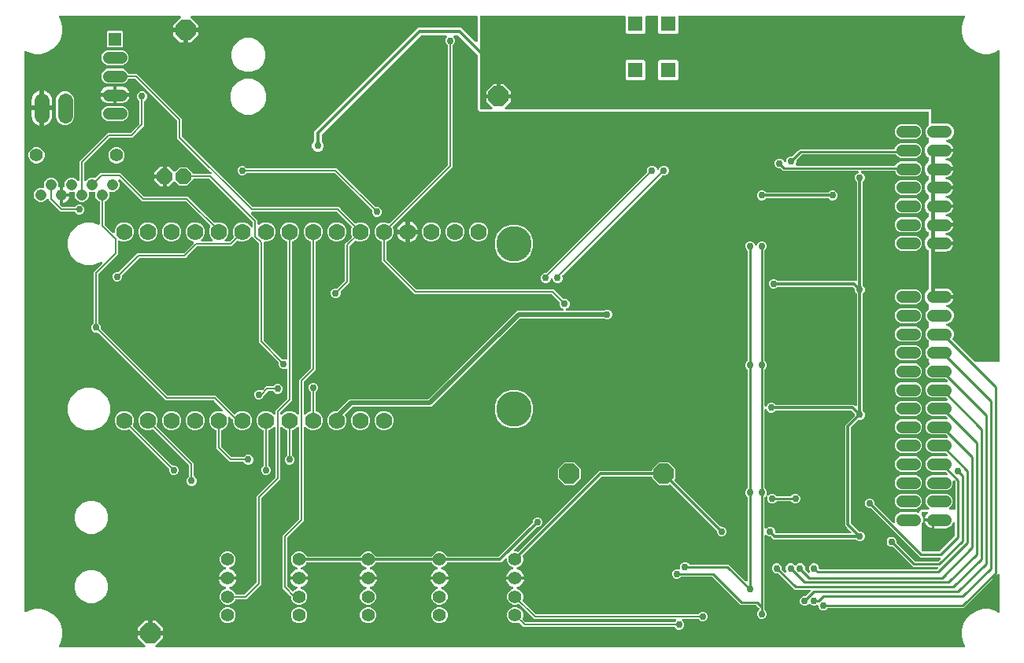
<source format=gbr>
G04 EAGLE Gerber RS-274X export*
G75*
%MOMM*%
%FSLAX34Y34*%
%LPD*%
%INBottom Copper*%
%IPPOS*%
%AMOC8*
5,1,8,0,0,1.08239X$1,22.5*%
G01*
%ADD10C,1.650000*%
%ADD11C,3.810000*%
%ADD12C,1.778000*%
%ADD13R,1.422400X1.422400*%
%ADD14C,1.308000*%
%ADD15R,1.650000X1.650000*%
%ADD16C,1.208000*%
%ADD17C,1.422400*%
%ADD18P,2.336880X8X22.500000*%
%ADD19P,1.814519X8X202.500000*%
%ADD20C,0.200000*%
%ADD21C,0.756400*%
%ADD22C,0.304800*%
%ADD23C,0.355600*%
%ADD24C,0.254000*%
%ADD25C,0.508000*%

G36*
X139503Y10178D02*
X139503Y10178D01*
X139642Y10191D01*
X139661Y10198D01*
X139681Y10201D01*
X139810Y10252D01*
X139941Y10299D01*
X139958Y10310D01*
X139977Y10318D01*
X140089Y10399D01*
X140204Y10477D01*
X140218Y10493D01*
X140234Y10504D01*
X140323Y10612D01*
X140415Y10716D01*
X140424Y10734D01*
X140437Y10749D01*
X140496Y10875D01*
X140559Y10999D01*
X140564Y11019D01*
X140572Y11037D01*
X140598Y11173D01*
X140629Y11309D01*
X140628Y11330D01*
X140632Y11349D01*
X140624Y11488D01*
X140619Y11627D01*
X140614Y11647D01*
X140612Y11667D01*
X140570Y11799D01*
X140531Y11933D01*
X140521Y11950D01*
X140514Y11969D01*
X140440Y12087D01*
X140369Y12207D01*
X140351Y12228D01*
X140344Y12238D01*
X140329Y12252D01*
X140263Y12327D01*
X132714Y19876D01*
X132714Y22861D01*
X144780Y22861D01*
X144898Y22876D01*
X145017Y22883D01*
X145055Y22896D01*
X145095Y22901D01*
X145206Y22944D01*
X145319Y22981D01*
X145353Y23003D01*
X145391Y23018D01*
X145487Y23088D01*
X145588Y23151D01*
X145616Y23181D01*
X145648Y23204D01*
X145724Y23296D01*
X145806Y23383D01*
X145825Y23418D01*
X145851Y23449D01*
X145902Y23557D01*
X145959Y23661D01*
X145970Y23701D01*
X145987Y23737D01*
X146009Y23854D01*
X146039Y23969D01*
X146043Y24030D01*
X146047Y24050D01*
X146045Y24070D01*
X146049Y24130D01*
X146049Y25401D01*
X146051Y25401D01*
X146051Y24130D01*
X146066Y24012D01*
X146073Y23893D01*
X146086Y23855D01*
X146091Y23814D01*
X146135Y23704D01*
X146171Y23591D01*
X146193Y23556D01*
X146208Y23519D01*
X146278Y23423D01*
X146341Y23322D01*
X146371Y23294D01*
X146395Y23261D01*
X146486Y23186D01*
X146573Y23104D01*
X146608Y23084D01*
X146640Y23059D01*
X146747Y23008D01*
X146852Y22950D01*
X146891Y22940D01*
X146927Y22923D01*
X147044Y22901D01*
X147159Y22871D01*
X147220Y22867D01*
X147240Y22863D01*
X147260Y22865D01*
X147320Y22861D01*
X159386Y22861D01*
X159386Y19876D01*
X151837Y12327D01*
X151752Y12218D01*
X151663Y12111D01*
X151655Y12092D01*
X151642Y12076D01*
X151587Y11948D01*
X151528Y11823D01*
X151524Y11803D01*
X151516Y11784D01*
X151494Y11646D01*
X151468Y11510D01*
X151469Y11490D01*
X151466Y11470D01*
X151479Y11331D01*
X151488Y11193D01*
X151494Y11174D01*
X151496Y11154D01*
X151543Y11022D01*
X151586Y10891D01*
X151596Y10873D01*
X151603Y10854D01*
X151681Y10739D01*
X151756Y10622D01*
X151771Y10608D01*
X151782Y10591D01*
X151886Y10499D01*
X151987Y10404D01*
X152005Y10394D01*
X152020Y10381D01*
X152144Y10317D01*
X152266Y10250D01*
X152285Y10245D01*
X152304Y10236D01*
X152439Y10206D01*
X152574Y10171D01*
X152602Y10169D01*
X152614Y10166D01*
X152634Y10167D01*
X152735Y10161D01*
X1021161Y10161D01*
X1021292Y10177D01*
X1021425Y10188D01*
X1021450Y10197D01*
X1021477Y10201D01*
X1021600Y10249D01*
X1021725Y10293D01*
X1021747Y10308D01*
X1021772Y10318D01*
X1021879Y10395D01*
X1021990Y10469D01*
X1022008Y10489D01*
X1022030Y10504D01*
X1022114Y10607D01*
X1022203Y10705D01*
X1022215Y10729D01*
X1022233Y10749D01*
X1022289Y10869D01*
X1022350Y10986D01*
X1022357Y11013D01*
X1022368Y11037D01*
X1022393Y11167D01*
X1022423Y11296D01*
X1022423Y11323D01*
X1022428Y11349D01*
X1022420Y11481D01*
X1022417Y11614D01*
X1022410Y11640D01*
X1022408Y11667D01*
X1022367Y11793D01*
X1022332Y11920D01*
X1022315Y11955D01*
X1022310Y11969D01*
X1022298Y11988D01*
X1022260Y12065D01*
X1020622Y14902D01*
X1018839Y21556D01*
X1018839Y28444D01*
X1020622Y35098D01*
X1024066Y41063D01*
X1028937Y45934D01*
X1034902Y49378D01*
X1041556Y51161D01*
X1048444Y51161D01*
X1055098Y49378D01*
X1057935Y47740D01*
X1058058Y47688D01*
X1058177Y47632D01*
X1058204Y47627D01*
X1058229Y47616D01*
X1058360Y47597D01*
X1058490Y47572D01*
X1058516Y47574D01*
X1058543Y47570D01*
X1058675Y47584D01*
X1058807Y47592D01*
X1058833Y47600D01*
X1058859Y47603D01*
X1058984Y47649D01*
X1059109Y47690D01*
X1059132Y47704D01*
X1059158Y47714D01*
X1059266Y47789D01*
X1059378Y47860D01*
X1059397Y47880D01*
X1059419Y47895D01*
X1059505Y47995D01*
X1059596Y48092D01*
X1059609Y48115D01*
X1059627Y48136D01*
X1059686Y48254D01*
X1059750Y48370D01*
X1059756Y48396D01*
X1059768Y48420D01*
X1059796Y48550D01*
X1059829Y48678D01*
X1059831Y48716D01*
X1059835Y48731D01*
X1059834Y48753D01*
X1059839Y48839D01*
X1059839Y87823D01*
X1059822Y87960D01*
X1059809Y88099D01*
X1059802Y88118D01*
X1059799Y88138D01*
X1059748Y88267D01*
X1059701Y88398D01*
X1059690Y88415D01*
X1059682Y88434D01*
X1059601Y88546D01*
X1059523Y88661D01*
X1059507Y88675D01*
X1059496Y88691D01*
X1059388Y88780D01*
X1059284Y88872D01*
X1059266Y88881D01*
X1059251Y88894D01*
X1059125Y88953D01*
X1059001Y89017D01*
X1058981Y89021D01*
X1058963Y89030D01*
X1058826Y89056D01*
X1058691Y89086D01*
X1058670Y89086D01*
X1058651Y89089D01*
X1058512Y89081D01*
X1058373Y89077D01*
X1058353Y89071D01*
X1058333Y89070D01*
X1058201Y89027D01*
X1058067Y88988D01*
X1058050Y88978D01*
X1058031Y88972D01*
X1057913Y88897D01*
X1057793Y88827D01*
X1057772Y88808D01*
X1057762Y88801D01*
X1057748Y88786D01*
X1057673Y88720D01*
X1055786Y86834D01*
X1021158Y52205D01*
X875236Y52205D01*
X875138Y52193D01*
X875039Y52190D01*
X874980Y52173D01*
X874920Y52165D01*
X874828Y52129D01*
X874733Y52101D01*
X874681Y52071D01*
X874625Y52048D01*
X874545Y51990D01*
X874459Y51940D01*
X874384Y51874D01*
X874367Y51862D01*
X874360Y51852D01*
X874338Y51834D01*
X873006Y50501D01*
X871056Y49693D01*
X868944Y49693D01*
X866994Y50501D01*
X865501Y51994D01*
X864693Y53944D01*
X864693Y54300D01*
X864687Y54350D01*
X864689Y54399D01*
X864667Y54507D01*
X864653Y54616D01*
X864635Y54662D01*
X864625Y54711D01*
X864577Y54810D01*
X864536Y54912D01*
X864507Y54952D01*
X864485Y54997D01*
X864414Y55080D01*
X864350Y55169D01*
X864311Y55201D01*
X864279Y55239D01*
X864189Y55302D01*
X864105Y55372D01*
X864060Y55393D01*
X864019Y55422D01*
X863916Y55461D01*
X863817Y55507D01*
X863768Y55517D01*
X863722Y55534D01*
X863612Y55547D01*
X863505Y55567D01*
X863455Y55564D01*
X863406Y55570D01*
X863297Y55554D01*
X863187Y55547D01*
X863140Y55532D01*
X863091Y55525D01*
X862938Y55473D01*
X861056Y54693D01*
X858944Y54693D01*
X856994Y55501D01*
X855898Y56598D01*
X855804Y56670D01*
X855714Y56749D01*
X855678Y56768D01*
X855646Y56793D01*
X855537Y56840D01*
X855431Y56894D01*
X855392Y56903D01*
X855354Y56919D01*
X855237Y56938D01*
X855121Y56964D01*
X855080Y56962D01*
X855040Y56969D01*
X854922Y56958D01*
X854803Y56954D01*
X854764Y56943D01*
X854724Y56939D01*
X854611Y56899D01*
X854497Y56866D01*
X854463Y56845D01*
X854424Y56831D01*
X854326Y56765D01*
X854223Y56704D01*
X854178Y56664D01*
X854161Y56653D01*
X854148Y56638D01*
X854103Y56598D01*
X853006Y55501D01*
X851056Y54693D01*
X848944Y54693D01*
X846994Y55501D01*
X845501Y56994D01*
X844693Y58944D01*
X844693Y61056D01*
X845501Y63006D01*
X846994Y64499D01*
X848944Y65307D01*
X850829Y65307D01*
X850927Y65319D01*
X851026Y65322D01*
X851084Y65339D01*
X851144Y65347D01*
X851236Y65383D01*
X851331Y65411D01*
X851384Y65441D01*
X851440Y65464D01*
X851520Y65522D01*
X851605Y65572D01*
X851681Y65638D01*
X851697Y65650D01*
X851705Y65660D01*
X851726Y65678D01*
X856086Y70039D01*
X856171Y70148D01*
X856260Y70255D01*
X856269Y70274D01*
X856281Y70290D01*
X856337Y70418D01*
X856396Y70543D01*
X856399Y70563D01*
X856407Y70582D01*
X856429Y70720D01*
X856455Y70856D01*
X856454Y70876D01*
X856457Y70896D01*
X856444Y71035D01*
X856436Y71173D01*
X856429Y71192D01*
X856428Y71212D01*
X856380Y71344D01*
X856338Y71475D01*
X856327Y71493D01*
X856320Y71512D01*
X856242Y71627D01*
X856167Y71744D01*
X856153Y71758D01*
X856141Y71775D01*
X856037Y71867D01*
X855936Y71962D01*
X855918Y71972D01*
X855903Y71985D01*
X855779Y72049D01*
X855657Y72116D01*
X855638Y72121D01*
X855620Y72130D01*
X855484Y72160D01*
X855349Y72195D01*
X855321Y72197D01*
X855309Y72200D01*
X855289Y72199D01*
X855189Y72205D01*
X838842Y72205D01*
X836834Y74214D01*
X821726Y89322D01*
X821648Y89382D01*
X821576Y89450D01*
X821523Y89479D01*
X821475Y89516D01*
X821384Y89556D01*
X821297Y89604D01*
X821239Y89619D01*
X821183Y89643D01*
X821085Y89658D01*
X820989Y89683D01*
X820889Y89689D01*
X820869Y89693D01*
X820857Y89691D01*
X820829Y89693D01*
X818944Y89693D01*
X816994Y90501D01*
X815501Y91994D01*
X814693Y93944D01*
X814693Y96056D01*
X815501Y98006D01*
X816994Y99499D01*
X818944Y100307D01*
X821056Y100307D01*
X823006Y99499D01*
X824499Y98006D01*
X825307Y96056D01*
X825307Y94171D01*
X825319Y94073D01*
X825322Y93974D01*
X825339Y93916D01*
X825347Y93856D01*
X825383Y93764D01*
X825411Y93669D01*
X825441Y93616D01*
X825464Y93560D01*
X825522Y93480D01*
X825572Y93395D01*
X825638Y93319D01*
X825650Y93303D01*
X825660Y93295D01*
X825678Y93274D01*
X828494Y90458D01*
X828549Y90415D01*
X828598Y90365D01*
X828675Y90318D01*
X828746Y90263D01*
X828810Y90235D01*
X828869Y90199D01*
X828955Y90172D01*
X829037Y90137D01*
X829106Y90126D01*
X829173Y90105D01*
X829263Y90101D01*
X829352Y90087D01*
X829421Y90093D01*
X829491Y90090D01*
X829579Y90108D01*
X829668Y90117D01*
X829734Y90140D01*
X829802Y90154D01*
X829883Y90194D01*
X829967Y90224D01*
X830025Y90263D01*
X830088Y90294D01*
X830156Y90352D01*
X830231Y90403D01*
X830277Y90455D01*
X830330Y90500D01*
X830382Y90574D01*
X830441Y90641D01*
X830473Y90703D01*
X830513Y90761D01*
X830545Y90845D01*
X830586Y90925D01*
X830601Y90993D01*
X830626Y91058D01*
X830636Y91147D01*
X830655Y91235D01*
X830653Y91305D01*
X830661Y91374D01*
X830648Y91463D01*
X830646Y91553D01*
X830626Y91620D01*
X830616Y91689D01*
X830564Y91841D01*
X829693Y93944D01*
X829693Y96056D01*
X830501Y98006D01*
X831994Y99499D01*
X833944Y100307D01*
X836056Y100307D01*
X838006Y99499D01*
X839103Y98402D01*
X839197Y98329D01*
X839286Y98251D01*
X839322Y98232D01*
X839354Y98207D01*
X839463Y98160D01*
X839569Y98106D01*
X839608Y98097D01*
X839646Y98081D01*
X839763Y98062D01*
X839879Y98036D01*
X839920Y98038D01*
X839960Y98031D01*
X840078Y98042D01*
X840197Y98046D01*
X840236Y98057D01*
X840276Y98061D01*
X840388Y98101D01*
X840503Y98134D01*
X840538Y98155D01*
X840576Y98169D01*
X840674Y98236D01*
X840777Y98296D01*
X840822Y98336D01*
X840839Y98347D01*
X840852Y98363D01*
X840898Y98402D01*
X841994Y99499D01*
X843944Y100307D01*
X846056Y100307D01*
X848006Y99499D01*
X849499Y98006D01*
X850307Y96056D01*
X850307Y94171D01*
X850319Y94073D01*
X850322Y93974D01*
X850339Y93916D01*
X850347Y93856D01*
X850383Y93764D01*
X850411Y93669D01*
X850441Y93616D01*
X850464Y93560D01*
X850522Y93480D01*
X850572Y93395D01*
X850638Y93319D01*
X850650Y93303D01*
X850660Y93295D01*
X850678Y93274D01*
X853494Y90458D01*
X853549Y90415D01*
X853598Y90365D01*
X853674Y90318D01*
X853746Y90263D01*
X853810Y90235D01*
X853869Y90199D01*
X853955Y90173D01*
X854037Y90137D01*
X854106Y90126D01*
X854173Y90105D01*
X854263Y90101D01*
X854351Y90087D01*
X854421Y90093D01*
X854491Y90090D01*
X854578Y90108D01*
X854668Y90117D01*
X854734Y90140D01*
X854802Y90154D01*
X854883Y90194D01*
X854967Y90224D01*
X855025Y90263D01*
X855088Y90294D01*
X855156Y90352D01*
X855231Y90403D01*
X855277Y90455D01*
X855330Y90501D01*
X855381Y90574D01*
X855441Y90641D01*
X855473Y90704D01*
X855513Y90761D01*
X855545Y90845D01*
X855586Y90925D01*
X855601Y90993D01*
X855626Y91058D01*
X855636Y91147D01*
X855655Y91235D01*
X855653Y91305D01*
X855661Y91374D01*
X855648Y91463D01*
X855646Y91553D01*
X855626Y91620D01*
X855616Y91689D01*
X855564Y91841D01*
X854693Y93944D01*
X854693Y96056D01*
X855501Y98006D01*
X856994Y99499D01*
X858944Y100307D01*
X861056Y100307D01*
X863006Y99499D01*
X864499Y98006D01*
X865307Y96056D01*
X865307Y95254D01*
X865322Y95136D01*
X865329Y95017D01*
X865342Y94979D01*
X865347Y94938D01*
X865390Y94828D01*
X865427Y94715D01*
X865449Y94680D01*
X865464Y94643D01*
X865533Y94547D01*
X865597Y94446D01*
X865627Y94418D01*
X865650Y94385D01*
X865742Y94309D01*
X865829Y94228D01*
X865864Y94208D01*
X865895Y94183D01*
X866003Y94132D01*
X866107Y94074D01*
X866147Y94064D01*
X866183Y94047D01*
X866300Y94025D01*
X866415Y93995D01*
X866475Y93991D01*
X866495Y93987D01*
X866516Y93989D01*
X866576Y93985D01*
X992207Y93985D01*
X992305Y93997D01*
X992404Y94000D01*
X992462Y94017D01*
X992522Y94025D01*
X992614Y94061D01*
X992709Y94089D01*
X992762Y94119D01*
X992818Y94142D01*
X992898Y94200D01*
X992983Y94250D01*
X993059Y94316D01*
X993075Y94328D01*
X993083Y94338D01*
X993104Y94356D01*
X993386Y94638D01*
X993471Y94748D01*
X993560Y94855D01*
X993569Y94874D01*
X993581Y94890D01*
X993637Y95018D01*
X993696Y95143D01*
X993699Y95163D01*
X993707Y95182D01*
X993729Y95319D01*
X993755Y95456D01*
X993754Y95476D01*
X993757Y95496D01*
X993744Y95634D01*
X993736Y95773D01*
X993729Y95792D01*
X993728Y95812D01*
X993680Y95943D01*
X993638Y96075D01*
X993627Y96093D01*
X993620Y96112D01*
X993542Y96227D01*
X993467Y96344D01*
X993453Y96358D01*
X993441Y96375D01*
X993337Y96467D01*
X993236Y96562D01*
X993218Y96572D01*
X993203Y96585D01*
X993079Y96648D01*
X992957Y96716D01*
X992938Y96721D01*
X992920Y96730D01*
X992784Y96760D01*
X992649Y96795D01*
X992621Y96797D01*
X992609Y96800D01*
X992589Y96799D01*
X992489Y96805D01*
X966462Y96805D01*
X945216Y118052D01*
X945138Y118112D01*
X945066Y118180D01*
X945013Y118209D01*
X944965Y118246D01*
X944874Y118286D01*
X944787Y118334D01*
X944729Y118349D01*
X944673Y118373D01*
X944575Y118388D01*
X944479Y118413D01*
X944379Y118419D01*
X944359Y118423D01*
X944347Y118421D01*
X944319Y118423D01*
X942434Y118423D01*
X940484Y119231D01*
X938991Y120724D01*
X938183Y122674D01*
X938183Y124786D01*
X938991Y126736D01*
X940484Y128229D01*
X942434Y129037D01*
X944546Y129037D01*
X946496Y128229D01*
X947989Y126736D01*
X948797Y124786D01*
X948797Y122901D01*
X948809Y122803D01*
X948812Y122704D01*
X948829Y122646D01*
X948837Y122586D01*
X948873Y122494D01*
X948901Y122399D01*
X948931Y122346D01*
X948954Y122290D01*
X949012Y122210D01*
X949062Y122125D01*
X949128Y122049D01*
X949140Y122033D01*
X949150Y122025D01*
X949168Y122004D01*
X968406Y102766D01*
X968484Y102706D01*
X968556Y102638D01*
X968609Y102609D01*
X968657Y102572D01*
X968748Y102532D01*
X968835Y102484D01*
X968893Y102469D01*
X968949Y102445D01*
X969047Y102430D01*
X969143Y102405D01*
X969243Y102399D01*
X969263Y102395D01*
X969275Y102397D01*
X969303Y102395D01*
X993157Y102395D01*
X993255Y102407D01*
X993354Y102410D01*
X993412Y102427D01*
X993472Y102435D01*
X993564Y102471D01*
X993659Y102499D01*
X993712Y102529D01*
X993768Y102552D01*
X993848Y102610D01*
X993933Y102660D01*
X994009Y102726D01*
X994025Y102738D01*
X994033Y102748D01*
X994054Y102766D01*
X995926Y104639D01*
X996011Y104748D01*
X996100Y104855D01*
X996109Y104874D01*
X996121Y104890D01*
X996177Y105018D01*
X996236Y105143D01*
X996239Y105163D01*
X996247Y105182D01*
X996269Y105320D01*
X996295Y105456D01*
X996294Y105476D01*
X996297Y105496D01*
X996284Y105635D01*
X996276Y105773D01*
X996269Y105792D01*
X996268Y105812D01*
X996220Y105943D01*
X996178Y106075D01*
X996167Y106093D01*
X996160Y106112D01*
X996082Y106227D01*
X996007Y106344D01*
X995993Y106358D01*
X995981Y106375D01*
X995877Y106467D01*
X995776Y106562D01*
X995758Y106572D01*
X995743Y106585D01*
X995619Y106649D01*
X995497Y106716D01*
X995478Y106721D01*
X995460Y106730D01*
X995324Y106760D01*
X995189Y106795D01*
X995161Y106797D01*
X995149Y106800D01*
X995129Y106799D01*
X995029Y106805D01*
X974242Y106805D01*
X972234Y108814D01*
X921726Y159322D01*
X921648Y159382D01*
X921576Y159450D01*
X921523Y159479D01*
X921475Y159516D01*
X921384Y159556D01*
X921297Y159604D01*
X921239Y159619D01*
X921183Y159643D01*
X921085Y159658D01*
X920989Y159683D01*
X920889Y159689D01*
X920869Y159693D01*
X920857Y159691D01*
X920829Y159693D01*
X918944Y159693D01*
X916994Y160501D01*
X915501Y161994D01*
X914693Y163944D01*
X914693Y166056D01*
X915501Y168006D01*
X916994Y169499D01*
X918944Y170307D01*
X921056Y170307D01*
X923006Y169499D01*
X924499Y168006D01*
X925307Y166056D01*
X925307Y164171D01*
X925319Y164073D01*
X925322Y163974D01*
X925339Y163916D01*
X925347Y163856D01*
X925383Y163764D01*
X925411Y163669D01*
X925441Y163616D01*
X925464Y163560D01*
X925522Y163480D01*
X925572Y163395D01*
X925638Y163319D01*
X925650Y163303D01*
X925660Y163295D01*
X925678Y163274D01*
X945026Y143927D01*
X945081Y143884D01*
X945129Y143834D01*
X945206Y143787D01*
X945277Y143732D01*
X945341Y143704D01*
X945401Y143667D01*
X945486Y143641D01*
X945569Y143605D01*
X945638Y143594D01*
X945704Y143574D01*
X945794Y143570D01*
X945883Y143555D01*
X945953Y143562D01*
X946022Y143559D01*
X946110Y143577D01*
X946200Y143585D01*
X946265Y143609D01*
X946334Y143623D01*
X946414Y143662D01*
X946499Y143693D01*
X946557Y143732D01*
X946619Y143763D01*
X946688Y143821D01*
X946762Y143871D01*
X946808Y143924D01*
X946861Y143969D01*
X946913Y144043D01*
X946972Y144110D01*
X947004Y144172D01*
X947044Y144229D01*
X947076Y144313D01*
X947117Y144393D01*
X947132Y144461D01*
X947157Y144526D01*
X947167Y144616D01*
X947187Y144703D01*
X947185Y144773D01*
X947192Y144843D01*
X947180Y144932D01*
X947177Y145021D01*
X947158Y145088D01*
X947148Y145157D01*
X947096Y145310D01*
X946915Y145746D01*
X946915Y148954D01*
X948143Y151918D01*
X950412Y154187D01*
X953376Y155415D01*
X969664Y155415D01*
X971572Y154624D01*
X971620Y154611D01*
X971665Y154590D01*
X971773Y154569D01*
X971879Y154540D01*
X971929Y154540D01*
X971978Y154530D01*
X972087Y154537D01*
X972197Y154535D01*
X972245Y154547D01*
X972295Y154550D01*
X972399Y154584D01*
X972506Y154610D01*
X972550Y154633D01*
X972597Y154648D01*
X972690Y154707D01*
X972787Y154758D01*
X972824Y154792D01*
X972866Y154818D01*
X972941Y154898D01*
X973023Y154972D01*
X973050Y155014D01*
X973084Y155050D01*
X973137Y155146D01*
X973197Y155238D01*
X973214Y155285D01*
X973238Y155328D01*
X973265Y155435D01*
X973301Y155539D01*
X973305Y155588D01*
X973317Y155636D01*
X973327Y155797D01*
X973327Y156308D01*
X975262Y158243D01*
X982698Y158243D01*
X982835Y158260D01*
X982974Y158273D01*
X982993Y158280D01*
X983013Y158283D01*
X983142Y158334D01*
X983273Y158381D01*
X983290Y158392D01*
X983309Y158400D01*
X983421Y158481D01*
X983537Y158559D01*
X983550Y158575D01*
X983566Y158586D01*
X983655Y158694D01*
X983747Y158798D01*
X983756Y158816D01*
X983769Y158831D01*
X983828Y158957D01*
X983892Y159081D01*
X983896Y159101D01*
X983905Y159119D01*
X983931Y159255D01*
X983961Y159391D01*
X983961Y159412D01*
X983964Y159431D01*
X983956Y159570D01*
X983952Y159709D01*
X983946Y159729D01*
X983945Y159749D01*
X983902Y159881D01*
X983863Y160015D01*
X983853Y160032D01*
X983847Y160051D01*
X983772Y160169D01*
X983702Y160289D01*
X983683Y160310D01*
X983677Y160320D01*
X983662Y160334D01*
X983595Y160409D01*
X981223Y162782D01*
X979995Y165746D01*
X979995Y168954D01*
X981223Y171918D01*
X983492Y174187D01*
X986456Y175415D01*
X1002744Y175415D01*
X1005708Y174187D01*
X1007977Y171918D01*
X1009205Y168954D01*
X1009205Y165746D01*
X1007977Y162782D01*
X1005605Y160409D01*
X1005519Y160300D01*
X1005431Y160193D01*
X1005422Y160174D01*
X1005410Y160158D01*
X1005354Y160030D01*
X1005295Y159905D01*
X1005292Y159885D01*
X1005283Y159866D01*
X1005262Y159728D01*
X1005236Y159592D01*
X1005237Y159572D01*
X1005234Y159552D01*
X1005247Y159413D01*
X1005255Y159275D01*
X1005262Y159256D01*
X1005263Y159236D01*
X1005311Y159104D01*
X1005353Y158973D01*
X1005364Y158955D01*
X1005371Y158936D01*
X1005449Y158821D01*
X1005523Y158704D01*
X1005538Y158690D01*
X1005550Y158673D01*
X1005654Y158581D01*
X1005755Y158486D01*
X1005773Y158476D01*
X1005788Y158463D01*
X1005912Y158399D01*
X1006034Y158332D01*
X1006053Y158327D01*
X1006071Y158318D01*
X1006207Y158288D01*
X1006342Y158253D01*
X1006370Y158251D01*
X1006382Y158248D01*
X1006402Y158249D01*
X1006502Y158243D01*
X1010936Y158243D01*
X1011054Y158258D01*
X1011173Y158265D01*
X1011211Y158278D01*
X1011252Y158283D01*
X1011362Y158326D01*
X1011475Y158363D01*
X1011510Y158385D01*
X1011547Y158400D01*
X1011643Y158469D01*
X1011744Y158533D01*
X1011772Y158563D01*
X1011805Y158586D01*
X1011881Y158678D01*
X1011962Y158765D01*
X1011982Y158800D01*
X1012007Y158831D01*
X1012058Y158939D01*
X1012116Y159043D01*
X1012126Y159083D01*
X1012143Y159119D01*
X1012165Y159236D01*
X1012195Y159351D01*
X1012199Y159411D01*
X1012203Y159431D01*
X1012201Y159452D01*
X1012205Y159512D01*
X1012205Y188317D01*
X1012193Y188415D01*
X1012190Y188514D01*
X1012173Y188572D01*
X1012165Y188632D01*
X1012129Y188724D01*
X1012101Y188819D01*
X1012071Y188872D01*
X1012048Y188928D01*
X1011990Y189008D01*
X1011940Y189093D01*
X1011874Y189169D01*
X1011862Y189185D01*
X1011852Y189193D01*
X1011834Y189214D01*
X1011372Y189676D01*
X1011262Y189761D01*
X1011155Y189850D01*
X1011136Y189859D01*
X1011120Y189871D01*
X1010992Y189927D01*
X1010867Y189986D01*
X1010847Y189989D01*
X1010828Y189997D01*
X1010690Y190019D01*
X1010554Y190045D01*
X1010534Y190044D01*
X1010514Y190047D01*
X1010375Y190034D01*
X1010237Y190026D01*
X1010218Y190019D01*
X1010198Y190018D01*
X1010067Y189970D01*
X1009935Y189928D01*
X1009917Y189917D01*
X1009898Y189910D01*
X1009784Y189832D01*
X1009666Y189757D01*
X1009652Y189743D01*
X1009635Y189731D01*
X1009543Y189627D01*
X1009448Y189526D01*
X1009438Y189508D01*
X1009425Y189493D01*
X1009361Y189369D01*
X1009294Y189247D01*
X1009289Y189228D01*
X1009280Y189210D01*
X1009250Y189074D01*
X1009215Y188939D01*
X1009213Y188911D01*
X1009210Y188899D01*
X1009211Y188879D01*
X1009205Y188779D01*
X1009205Y185746D01*
X1007977Y182782D01*
X1005708Y180513D01*
X1002744Y179285D01*
X986456Y179285D01*
X983492Y180513D01*
X981223Y182782D01*
X979995Y185746D01*
X979995Y188954D01*
X981223Y191918D01*
X983492Y194187D01*
X986456Y195415D01*
X1002569Y195415D01*
X1002707Y195432D01*
X1002845Y195445D01*
X1002864Y195452D01*
X1002884Y195455D01*
X1003013Y195506D01*
X1003144Y195553D01*
X1003161Y195564D01*
X1003180Y195572D01*
X1003292Y195653D01*
X1003407Y195731D01*
X1003421Y195747D01*
X1003437Y195758D01*
X1003526Y195866D01*
X1003618Y195970D01*
X1003627Y195988D01*
X1003640Y196003D01*
X1003699Y196129D01*
X1003763Y196253D01*
X1003767Y196273D01*
X1003776Y196291D01*
X1003802Y196428D01*
X1003832Y196563D01*
X1003832Y196584D01*
X1003835Y196603D01*
X1003827Y196742D01*
X1003823Y196881D01*
X1003817Y196901D01*
X1003816Y196921D01*
X1003773Y197053D01*
X1003734Y197187D01*
X1003724Y197204D01*
X1003718Y197223D01*
X1003643Y197341D01*
X1003573Y197461D01*
X1003554Y197482D01*
X1003547Y197492D01*
X1003532Y197506D01*
X1003466Y197581D01*
X1002134Y198914D01*
X1002056Y198974D01*
X1001984Y199042D01*
X1001931Y199071D01*
X1001883Y199108D01*
X1001792Y199148D01*
X1001705Y199196D01*
X1001647Y199211D01*
X1001591Y199235D01*
X1001493Y199250D01*
X1001397Y199275D01*
X1001297Y199281D01*
X1001277Y199285D01*
X1001265Y199283D01*
X1001237Y199285D01*
X986456Y199285D01*
X983492Y200513D01*
X981223Y202782D01*
X979995Y205746D01*
X979995Y208954D01*
X981223Y211918D01*
X983492Y214187D01*
X986456Y215415D01*
X1002569Y215415D01*
X1002707Y215432D01*
X1002845Y215445D01*
X1002864Y215452D01*
X1002884Y215455D01*
X1003013Y215506D01*
X1003144Y215553D01*
X1003161Y215564D01*
X1003180Y215572D01*
X1003292Y215653D01*
X1003407Y215731D01*
X1003421Y215747D01*
X1003437Y215758D01*
X1003526Y215866D01*
X1003618Y215970D01*
X1003627Y215988D01*
X1003640Y216003D01*
X1003699Y216129D01*
X1003763Y216253D01*
X1003767Y216273D01*
X1003776Y216291D01*
X1003802Y216428D01*
X1003832Y216563D01*
X1003832Y216584D01*
X1003835Y216603D01*
X1003827Y216742D01*
X1003823Y216881D01*
X1003817Y216901D01*
X1003816Y216921D01*
X1003773Y217053D01*
X1003734Y217187D01*
X1003724Y217204D01*
X1003718Y217223D01*
X1003643Y217341D01*
X1003573Y217461D01*
X1003554Y217482D01*
X1003547Y217492D01*
X1003532Y217506D01*
X1003466Y217581D01*
X1002134Y218914D01*
X1002056Y218974D01*
X1001984Y219042D01*
X1001931Y219071D01*
X1001883Y219108D01*
X1001792Y219148D01*
X1001705Y219196D01*
X1001647Y219211D01*
X1001591Y219235D01*
X1001493Y219250D01*
X1001397Y219275D01*
X1001297Y219281D01*
X1001277Y219285D01*
X1001265Y219283D01*
X1001237Y219285D01*
X986456Y219285D01*
X983492Y220513D01*
X981223Y222782D01*
X979995Y225746D01*
X979995Y228954D01*
X981223Y231918D01*
X983492Y234187D01*
X986456Y235415D01*
X1002569Y235415D01*
X1002706Y235432D01*
X1002845Y235445D01*
X1002864Y235452D01*
X1002884Y235455D01*
X1003013Y235506D01*
X1003144Y235553D01*
X1003161Y235564D01*
X1003180Y235572D01*
X1003292Y235653D01*
X1003407Y235731D01*
X1003421Y235747D01*
X1003437Y235758D01*
X1003526Y235866D01*
X1003618Y235970D01*
X1003627Y235988D01*
X1003640Y236003D01*
X1003699Y236129D01*
X1003763Y236253D01*
X1003767Y236273D01*
X1003776Y236291D01*
X1003802Y236427D01*
X1003832Y236563D01*
X1003832Y236584D01*
X1003835Y236603D01*
X1003827Y236742D01*
X1003823Y236881D01*
X1003817Y236901D01*
X1003816Y236921D01*
X1003773Y237053D01*
X1003734Y237187D01*
X1003724Y237204D01*
X1003718Y237223D01*
X1003643Y237341D01*
X1003573Y237461D01*
X1003554Y237482D01*
X1003547Y237492D01*
X1003533Y237506D01*
X1003466Y237581D01*
X1002134Y238914D01*
X1002056Y238974D01*
X1001984Y239042D01*
X1001931Y239071D01*
X1001883Y239108D01*
X1001792Y239148D01*
X1001705Y239196D01*
X1001647Y239211D01*
X1001591Y239235D01*
X1001493Y239250D01*
X1001397Y239275D01*
X1001297Y239281D01*
X1001277Y239285D01*
X1001265Y239283D01*
X1001237Y239285D01*
X986456Y239285D01*
X983492Y240513D01*
X981223Y242782D01*
X979995Y245746D01*
X979995Y248954D01*
X981223Y251918D01*
X983492Y254187D01*
X986456Y255415D01*
X1002569Y255415D01*
X1002706Y255432D01*
X1002845Y255445D01*
X1002864Y255452D01*
X1002884Y255455D01*
X1003013Y255506D01*
X1003144Y255553D01*
X1003161Y255564D01*
X1003180Y255572D01*
X1003292Y255653D01*
X1003407Y255731D01*
X1003421Y255747D01*
X1003437Y255758D01*
X1003526Y255866D01*
X1003618Y255970D01*
X1003627Y255988D01*
X1003640Y256003D01*
X1003699Y256129D01*
X1003763Y256253D01*
X1003767Y256273D01*
X1003776Y256291D01*
X1003802Y256427D01*
X1003832Y256563D01*
X1003832Y256584D01*
X1003835Y256603D01*
X1003827Y256742D01*
X1003823Y256881D01*
X1003817Y256901D01*
X1003816Y256921D01*
X1003773Y257053D01*
X1003734Y257187D01*
X1003724Y257204D01*
X1003718Y257223D01*
X1003643Y257341D01*
X1003573Y257461D01*
X1003554Y257482D01*
X1003547Y257492D01*
X1003533Y257506D01*
X1003466Y257581D01*
X1002134Y258914D01*
X1002056Y258974D01*
X1001984Y259042D01*
X1001931Y259071D01*
X1001883Y259108D01*
X1001792Y259148D01*
X1001705Y259196D01*
X1001647Y259211D01*
X1001591Y259235D01*
X1001493Y259250D01*
X1001397Y259275D01*
X1001297Y259281D01*
X1001277Y259285D01*
X1001265Y259283D01*
X1001237Y259285D01*
X986456Y259285D01*
X983492Y260513D01*
X981223Y262782D01*
X979995Y265746D01*
X979995Y268954D01*
X981223Y271918D01*
X983492Y274187D01*
X986456Y275415D01*
X1002569Y275415D01*
X1002706Y275432D01*
X1002845Y275445D01*
X1002864Y275452D01*
X1002884Y275455D01*
X1003013Y275506D01*
X1003144Y275553D01*
X1003161Y275564D01*
X1003180Y275572D01*
X1003292Y275653D01*
X1003407Y275731D01*
X1003421Y275747D01*
X1003437Y275758D01*
X1003526Y275866D01*
X1003618Y275970D01*
X1003627Y275988D01*
X1003640Y276003D01*
X1003699Y276129D01*
X1003763Y276253D01*
X1003767Y276273D01*
X1003776Y276291D01*
X1003802Y276427D01*
X1003832Y276563D01*
X1003832Y276584D01*
X1003835Y276603D01*
X1003827Y276742D01*
X1003823Y276881D01*
X1003817Y276901D01*
X1003816Y276921D01*
X1003773Y277053D01*
X1003734Y277187D01*
X1003724Y277204D01*
X1003718Y277223D01*
X1003643Y277341D01*
X1003573Y277461D01*
X1003554Y277482D01*
X1003547Y277492D01*
X1003533Y277506D01*
X1003529Y277510D01*
X1003528Y277511D01*
X1003527Y277513D01*
X1003466Y277581D01*
X1002134Y278914D01*
X1002056Y278974D01*
X1001984Y279042D01*
X1001931Y279071D01*
X1001883Y279108D01*
X1001792Y279148D01*
X1001705Y279196D01*
X1001647Y279211D01*
X1001591Y279235D01*
X1001493Y279250D01*
X1001397Y279275D01*
X1001297Y279281D01*
X1001277Y279285D01*
X1001265Y279283D01*
X1001237Y279285D01*
X986456Y279285D01*
X983492Y280513D01*
X981223Y282782D01*
X979995Y285746D01*
X979995Y288954D01*
X981223Y291918D01*
X983492Y294187D01*
X986456Y295415D01*
X1002569Y295415D01*
X1002707Y295432D01*
X1002845Y295445D01*
X1002864Y295452D01*
X1002884Y295455D01*
X1003013Y295506D01*
X1003144Y295553D01*
X1003161Y295564D01*
X1003180Y295572D01*
X1003292Y295653D01*
X1003407Y295731D01*
X1003421Y295747D01*
X1003437Y295758D01*
X1003526Y295866D01*
X1003618Y295970D01*
X1003627Y295988D01*
X1003640Y296003D01*
X1003699Y296129D01*
X1003763Y296253D01*
X1003767Y296273D01*
X1003776Y296291D01*
X1003802Y296428D01*
X1003832Y296563D01*
X1003832Y296584D01*
X1003835Y296603D01*
X1003827Y296742D01*
X1003823Y296881D01*
X1003817Y296901D01*
X1003816Y296921D01*
X1003773Y297053D01*
X1003734Y297187D01*
X1003724Y297204D01*
X1003718Y297223D01*
X1003643Y297341D01*
X1003573Y297461D01*
X1003554Y297482D01*
X1003547Y297492D01*
X1003532Y297506D01*
X1003466Y297581D01*
X1002134Y298914D01*
X1002056Y298974D01*
X1001984Y299042D01*
X1001931Y299071D01*
X1001883Y299108D01*
X1001792Y299148D01*
X1001705Y299196D01*
X1001647Y299211D01*
X1001591Y299235D01*
X1001493Y299250D01*
X1001397Y299275D01*
X1001297Y299281D01*
X1001277Y299285D01*
X1001265Y299283D01*
X1001237Y299285D01*
X986456Y299285D01*
X983492Y300513D01*
X981223Y302782D01*
X979995Y305746D01*
X979995Y308954D01*
X981223Y311918D01*
X983492Y314187D01*
X983769Y314302D01*
X983812Y314326D01*
X983859Y314343D01*
X983950Y314405D01*
X984045Y314459D01*
X984081Y314494D01*
X984122Y314522D01*
X984195Y314604D01*
X984274Y314681D01*
X984300Y314723D01*
X984332Y314760D01*
X984382Y314858D01*
X984440Y314952D01*
X984454Y314999D01*
X984477Y315044D01*
X984501Y315151D01*
X984533Y315256D01*
X984536Y315305D01*
X984547Y315354D01*
X984543Y315464D01*
X984549Y315573D01*
X984539Y315622D01*
X984537Y315672D01*
X984507Y315777D01*
X984484Y315885D01*
X984462Y315930D01*
X984449Y315977D01*
X984393Y316072D01*
X984345Y316171D01*
X984312Y316208D01*
X984287Y316251D01*
X984181Y316372D01*
X983249Y317303D01*
X983249Y320230D01*
X983237Y320328D01*
X983234Y320427D01*
X983217Y320485D01*
X983209Y320545D01*
X983173Y320637D01*
X983145Y320732D01*
X983115Y320785D01*
X983092Y320841D01*
X983034Y320921D01*
X982984Y321006D01*
X982918Y321082D01*
X982906Y321098D01*
X982896Y321106D01*
X982878Y321127D01*
X981223Y322782D01*
X979995Y325746D01*
X979995Y328954D01*
X981223Y331918D01*
X982878Y333573D01*
X982938Y333651D01*
X983006Y333723D01*
X983035Y333776D01*
X983072Y333824D01*
X983112Y333915D01*
X983160Y334002D01*
X983175Y334060D01*
X983199Y334116D01*
X983214Y334214D01*
X983239Y334310D01*
X983245Y334410D01*
X983249Y334430D01*
X983247Y334442D01*
X983249Y334470D01*
X983249Y340230D01*
X983237Y340328D01*
X983234Y340427D01*
X983217Y340485D01*
X983209Y340545D01*
X983173Y340637D01*
X983145Y340732D01*
X983115Y340785D01*
X983092Y340841D01*
X983034Y340921D01*
X982984Y341006D01*
X982918Y341082D01*
X982906Y341098D01*
X982896Y341106D01*
X982878Y341127D01*
X981223Y342782D01*
X979995Y345746D01*
X979995Y348954D01*
X981223Y351918D01*
X982878Y353573D01*
X982938Y353651D01*
X983006Y353723D01*
X983035Y353776D01*
X983072Y353824D01*
X983112Y353915D01*
X983160Y354002D01*
X983175Y354060D01*
X983199Y354116D01*
X983214Y354214D01*
X983239Y354310D01*
X983245Y354410D01*
X983249Y354430D01*
X983247Y354442D01*
X983249Y354470D01*
X983249Y360230D01*
X983237Y360328D01*
X983234Y360427D01*
X983217Y360485D01*
X983209Y360545D01*
X983173Y360637D01*
X983145Y360732D01*
X983115Y360785D01*
X983092Y360841D01*
X983034Y360921D01*
X982984Y361006D01*
X982918Y361082D01*
X982906Y361098D01*
X982896Y361106D01*
X982878Y361127D01*
X981223Y362782D01*
X979995Y365746D01*
X979995Y368954D01*
X981223Y371918D01*
X982878Y373573D01*
X982938Y373651D01*
X983006Y373723D01*
X983035Y373776D01*
X983072Y373824D01*
X983112Y373915D01*
X983160Y374002D01*
X983175Y374060D01*
X983199Y374116D01*
X983214Y374214D01*
X983239Y374310D01*
X983245Y374410D01*
X983249Y374430D01*
X983247Y374442D01*
X983249Y374470D01*
X983249Y378793D01*
X983237Y378891D01*
X983234Y378990D01*
X983217Y379048D01*
X983209Y379108D01*
X983173Y379201D01*
X983145Y379296D01*
X983115Y379348D01*
X983092Y379404D01*
X983034Y379484D01*
X982984Y379570D01*
X982918Y379645D01*
X982906Y379661D01*
X982896Y379669D01*
X982878Y379690D01*
X980362Y382206D01*
X978979Y385544D01*
X978979Y389156D01*
X980362Y392494D01*
X982878Y395010D01*
X982938Y395088D01*
X983006Y395160D01*
X983035Y395213D01*
X983072Y395261D01*
X983112Y395352D01*
X983160Y395438D01*
X983175Y395497D01*
X983199Y395553D01*
X983214Y395651D01*
X983239Y395746D01*
X983245Y395846D01*
X983249Y395867D01*
X983247Y395879D01*
X983249Y395907D01*
X983249Y436593D01*
X983237Y436691D01*
X983234Y436790D01*
X983217Y436848D01*
X983209Y436908D01*
X983173Y437001D01*
X983145Y437096D01*
X983115Y437148D01*
X983092Y437204D01*
X983034Y437284D01*
X982984Y437370D01*
X982918Y437445D01*
X982906Y437461D01*
X982896Y437469D01*
X982878Y437490D01*
X980362Y440006D01*
X978979Y443344D01*
X978979Y446956D01*
X980362Y450294D01*
X982878Y452810D01*
X982938Y452888D01*
X983006Y452960D01*
X983035Y453013D01*
X983072Y453061D01*
X983112Y453152D01*
X983160Y453238D01*
X983175Y453297D01*
X983199Y453353D01*
X983214Y453451D01*
X983239Y453546D01*
X983245Y453646D01*
X983249Y453667D01*
X983247Y453679D01*
X983249Y453707D01*
X983249Y456593D01*
X983237Y456691D01*
X983234Y456790D01*
X983217Y456848D01*
X983209Y456908D01*
X983173Y457001D01*
X983145Y457096D01*
X983115Y457148D01*
X983092Y457204D01*
X983034Y457284D01*
X982984Y457370D01*
X982918Y457445D01*
X982906Y457461D01*
X982896Y457469D01*
X982878Y457490D01*
X980362Y460006D01*
X978979Y463344D01*
X978979Y466956D01*
X980362Y470294D01*
X982878Y472810D01*
X982938Y472888D01*
X983006Y472960D01*
X983035Y473013D01*
X983072Y473061D01*
X983112Y473152D01*
X983160Y473238D01*
X983175Y473297D01*
X983199Y473353D01*
X983214Y473451D01*
X983239Y473546D01*
X983245Y473646D01*
X983249Y473667D01*
X983247Y473679D01*
X983249Y473707D01*
X983249Y476593D01*
X983237Y476691D01*
X983234Y476790D01*
X983217Y476848D01*
X983209Y476908D01*
X983173Y477001D01*
X983145Y477096D01*
X983115Y477148D01*
X983092Y477204D01*
X983034Y477284D01*
X982984Y477370D01*
X982918Y477445D01*
X982906Y477461D01*
X982896Y477469D01*
X982878Y477490D01*
X980362Y480006D01*
X978979Y483344D01*
X978979Y486956D01*
X980362Y490294D01*
X982878Y492810D01*
X982938Y492888D01*
X983006Y492960D01*
X983035Y493013D01*
X983072Y493061D01*
X983112Y493152D01*
X983160Y493238D01*
X983175Y493297D01*
X983199Y493353D01*
X983214Y493451D01*
X983239Y493546D01*
X983245Y493646D01*
X983249Y493667D01*
X983247Y493679D01*
X983249Y493707D01*
X983249Y496593D01*
X983237Y496691D01*
X983234Y496790D01*
X983217Y496848D01*
X983209Y496908D01*
X983173Y497001D01*
X983145Y497096D01*
X983115Y497148D01*
X983092Y497204D01*
X983034Y497284D01*
X982984Y497370D01*
X982918Y497445D01*
X982906Y497461D01*
X982896Y497469D01*
X982878Y497490D01*
X980362Y500006D01*
X978979Y503344D01*
X978979Y506956D01*
X980362Y510294D01*
X982878Y512810D01*
X982938Y512888D01*
X983006Y512960D01*
X983035Y513013D01*
X983072Y513061D01*
X983112Y513152D01*
X983160Y513238D01*
X983175Y513297D01*
X983199Y513353D01*
X983214Y513451D01*
X983239Y513546D01*
X983245Y513646D01*
X983249Y513667D01*
X983247Y513679D01*
X983249Y513707D01*
X983249Y516593D01*
X983237Y516691D01*
X983234Y516790D01*
X983228Y516810D01*
X983227Y516828D01*
X983215Y516866D01*
X983209Y516908D01*
X983173Y517001D01*
X983145Y517096D01*
X983134Y517115D01*
X983129Y517131D01*
X983109Y517163D01*
X983092Y517204D01*
X983034Y517284D01*
X982984Y517370D01*
X982962Y517394D01*
X982959Y517400D01*
X982951Y517407D01*
X982918Y517445D01*
X982906Y517461D01*
X982896Y517469D01*
X982878Y517490D01*
X980362Y520006D01*
X978979Y523344D01*
X978979Y526956D01*
X980362Y530294D01*
X982878Y532810D01*
X982938Y532888D01*
X983006Y532960D01*
X983035Y533013D01*
X983072Y533061D01*
X983112Y533152D01*
X983160Y533238D01*
X983175Y533297D01*
X983199Y533353D01*
X983214Y533451D01*
X983239Y533546D01*
X983245Y533646D01*
X983249Y533667D01*
X983247Y533679D01*
X983249Y533707D01*
X983249Y536593D01*
X983237Y536691D01*
X983234Y536790D01*
X983217Y536848D01*
X983209Y536908D01*
X983173Y537001D01*
X983145Y537096D01*
X983115Y537148D01*
X983092Y537204D01*
X983034Y537284D01*
X982984Y537370D01*
X982918Y537445D01*
X982906Y537461D01*
X982896Y537469D01*
X982878Y537490D01*
X980362Y540006D01*
X978979Y543344D01*
X978979Y546956D01*
X980362Y550294D01*
X982878Y552810D01*
X982938Y552888D01*
X983006Y552960D01*
X983035Y553013D01*
X983072Y553061D01*
X983112Y553152D01*
X983160Y553238D01*
X983175Y553297D01*
X983199Y553353D01*
X983214Y553451D01*
X983239Y553546D01*
X983245Y553646D01*
X983249Y553667D01*
X983247Y553679D01*
X983249Y553707D01*
X983249Y558030D01*
X983237Y558128D01*
X983234Y558227D01*
X983217Y558285D01*
X983209Y558345D01*
X983173Y558437D01*
X983145Y558532D01*
X983115Y558585D01*
X983092Y558641D01*
X983034Y558721D01*
X982984Y558806D01*
X982918Y558882D01*
X982906Y558898D01*
X982896Y558906D01*
X982878Y558927D01*
X981223Y560582D01*
X979995Y563546D01*
X979995Y566754D01*
X981223Y569718D01*
X982878Y571373D01*
X982938Y571451D01*
X983006Y571523D01*
X983035Y571576D01*
X983072Y571624D01*
X983112Y571715D01*
X983160Y571802D01*
X983175Y571860D01*
X983199Y571916D01*
X983214Y572014D01*
X983239Y572110D01*
X983245Y572210D01*
X983249Y572230D01*
X983247Y572242D01*
X983249Y572270D01*
X983249Y585740D01*
X983234Y585858D01*
X983227Y585977D01*
X983214Y586015D01*
X983209Y586056D01*
X983166Y586166D01*
X983129Y586279D01*
X983107Y586314D01*
X983092Y586351D01*
X983023Y586447D01*
X982959Y586548D01*
X982929Y586576D01*
X982906Y586609D01*
X982814Y586685D01*
X982727Y586766D01*
X982692Y586786D01*
X982661Y586811D01*
X982553Y586862D01*
X982449Y586920D01*
X982409Y586930D01*
X982373Y586947D01*
X982256Y586969D01*
X982141Y586999D01*
X982081Y587003D01*
X982061Y587007D01*
X982040Y587005D01*
X981980Y587009D01*
X500183Y587009D01*
X498109Y589083D01*
X498109Y647147D01*
X498097Y647246D01*
X498094Y647345D01*
X498077Y647403D01*
X498069Y647463D01*
X498033Y647555D01*
X498005Y647650D01*
X497975Y647702D01*
X497952Y647759D01*
X497894Y647839D01*
X497844Y647924D01*
X497778Y647999D01*
X497766Y648016D01*
X497756Y648024D01*
X497738Y648045D01*
X477373Y668410D01*
X477295Y668470D01*
X477222Y668538D01*
X477169Y668567D01*
X477122Y668604D01*
X477031Y668644D01*
X476944Y668692D01*
X476885Y668707D01*
X476830Y668731D01*
X476732Y668746D01*
X476636Y668771D01*
X476536Y668777D01*
X476516Y668781D01*
X476503Y668779D01*
X476475Y668781D01*
X473358Y668781D01*
X473220Y668764D01*
X473081Y668751D01*
X473062Y668744D01*
X473042Y668741D01*
X472913Y668690D01*
X472782Y668643D01*
X472765Y668632D01*
X472747Y668624D01*
X472634Y668543D01*
X472519Y668465D01*
X472506Y668449D01*
X472489Y668438D01*
X472400Y668330D01*
X472309Y668226D01*
X472299Y668208D01*
X472286Y668193D01*
X472227Y668067D01*
X472164Y667943D01*
X472160Y667923D01*
X472151Y667905D01*
X472125Y667768D01*
X472094Y667633D01*
X472095Y667612D01*
X472091Y667593D01*
X472100Y667454D01*
X472104Y667315D01*
X472110Y667295D01*
X472111Y667275D01*
X472154Y667143D01*
X472192Y667009D01*
X472203Y666992D01*
X472209Y666973D01*
X472283Y666855D01*
X472354Y666735D01*
X472373Y666714D01*
X472379Y666704D01*
X472394Y666690D01*
X472460Y666615D01*
X473129Y665946D01*
X473937Y663996D01*
X473937Y661884D01*
X473129Y659934D01*
X471526Y658332D01*
X471466Y658253D01*
X471398Y658181D01*
X471369Y658128D01*
X471332Y658080D01*
X471292Y657989D01*
X471244Y657903D01*
X471229Y657844D01*
X471205Y657788D01*
X471190Y657691D01*
X471165Y657595D01*
X471159Y657495D01*
X471155Y657474D01*
X471157Y657462D01*
X471155Y657434D01*
X471155Y527274D01*
X407127Y463246D01*
X407108Y463223D01*
X407086Y463204D01*
X407011Y463098D01*
X406932Y462995D01*
X406920Y462968D01*
X406903Y462944D01*
X406857Y462822D01*
X406805Y462703D01*
X406801Y462674D01*
X406790Y462646D01*
X406776Y462517D01*
X406755Y462389D01*
X406758Y462359D01*
X406755Y462330D01*
X406773Y462202D01*
X406785Y462072D01*
X406795Y462044D01*
X406799Y462015D01*
X406851Y461863D01*
X407925Y459272D01*
X407925Y455128D01*
X406339Y451301D01*
X403409Y448371D01*
X400818Y447297D01*
X400793Y447283D01*
X400765Y447274D01*
X400655Y447204D01*
X400542Y447140D01*
X400521Y447119D01*
X400496Y447104D01*
X400407Y447009D01*
X400314Y446919D01*
X400298Y446893D01*
X400278Y446872D01*
X400215Y446758D01*
X400147Y446648D01*
X400139Y446619D01*
X400124Y446593D01*
X400092Y446468D01*
X400054Y446344D01*
X400052Y446314D01*
X400045Y446286D01*
X400035Y446125D01*
X400035Y428292D01*
X400047Y428193D01*
X400050Y428094D01*
X400067Y428036D01*
X400075Y427976D01*
X400111Y427884D01*
X400139Y427789D01*
X400169Y427737D01*
X400192Y427680D01*
X400250Y427600D01*
X400300Y427515D01*
X400366Y427439D01*
X400378Y427423D01*
X400388Y427415D01*
X400406Y427394D01*
X432474Y395326D01*
X432552Y395266D01*
X432624Y395198D01*
X432677Y395169D01*
X432725Y395132D01*
X432816Y395092D01*
X432903Y395044D01*
X432961Y395029D01*
X433017Y395005D01*
X433115Y394990D01*
X433211Y394965D01*
X433311Y394959D01*
X433331Y394955D01*
X433344Y394957D01*
X433372Y394955D01*
X580166Y394955D01*
X589712Y385408D01*
X589790Y385348D01*
X589862Y385280D01*
X589915Y385251D01*
X589963Y385214D01*
X590054Y385174D01*
X590141Y385126D01*
X590199Y385111D01*
X590255Y385087D01*
X590353Y385072D01*
X590449Y385047D01*
X590549Y385041D01*
X590569Y385037D01*
X590582Y385039D01*
X590610Y385037D01*
X592876Y385037D01*
X594826Y384229D01*
X596319Y382736D01*
X597127Y380786D01*
X597127Y378674D01*
X596319Y376724D01*
X594826Y375231D01*
X593801Y374807D01*
X593740Y374772D01*
X593676Y374746D01*
X593603Y374694D01*
X593525Y374649D01*
X593475Y374601D01*
X593418Y374560D01*
X593361Y374490D01*
X593296Y374428D01*
X593260Y374368D01*
X593215Y374315D01*
X593177Y374233D01*
X593130Y374157D01*
X593110Y374090D01*
X593080Y374027D01*
X593063Y373939D01*
X593037Y373853D01*
X593033Y373783D01*
X593020Y373714D01*
X593026Y373625D01*
X593021Y373535D01*
X593036Y373467D01*
X593040Y373397D01*
X593067Y373312D01*
X593086Y373224D01*
X593116Y373161D01*
X593138Y373095D01*
X593186Y373019D01*
X593225Y372938D01*
X593271Y372885D01*
X593308Y372826D01*
X593374Y372764D01*
X593432Y372696D01*
X593489Y372656D01*
X593540Y372608D01*
X593618Y372565D01*
X593692Y372513D01*
X593757Y372488D01*
X593818Y372454D01*
X593905Y372432D01*
X593989Y372400D01*
X594059Y372392D01*
X594126Y372375D01*
X594287Y372365D01*
X633574Y372365D01*
X633672Y372377D01*
X633771Y372380D01*
X633830Y372397D01*
X633890Y372405D01*
X633982Y372441D01*
X634077Y372469D01*
X634129Y372499D01*
X634185Y372522D01*
X634265Y372580D01*
X634351Y372630D01*
X634426Y372696D01*
X634443Y372708D01*
X634450Y372718D01*
X634472Y372736D01*
X634534Y372799D01*
X636484Y373607D01*
X638596Y373607D01*
X640546Y372799D01*
X642039Y371306D01*
X642847Y369356D01*
X642847Y367244D01*
X642039Y365294D01*
X640546Y363801D01*
X638596Y362993D01*
X636484Y362993D01*
X634534Y363801D01*
X634472Y363864D01*
X634393Y363924D01*
X634321Y363992D01*
X634268Y364021D01*
X634220Y364058D01*
X634129Y364098D01*
X634043Y364146D01*
X633984Y364161D01*
X633928Y364185D01*
X633831Y364200D01*
X633735Y364225D01*
X633635Y364231D01*
X633614Y364235D01*
X633602Y364233D01*
X633574Y364235D01*
X544499Y364235D01*
X544401Y364223D01*
X544302Y364220D01*
X544244Y364203D01*
X544184Y364195D01*
X544092Y364159D01*
X543997Y364131D01*
X543945Y364101D01*
X543888Y364078D01*
X543808Y364020D01*
X543723Y363970D01*
X543647Y363904D01*
X543631Y363892D01*
X543623Y363882D01*
X543602Y363864D01*
X448724Y268985D01*
X364159Y268985D01*
X364061Y268973D01*
X363962Y268970D01*
X363904Y268953D01*
X363844Y268945D01*
X363752Y268909D01*
X363657Y268881D01*
X363605Y268851D01*
X363548Y268828D01*
X363468Y268770D01*
X363383Y268720D01*
X363307Y268654D01*
X363291Y268642D01*
X363283Y268632D01*
X363262Y268614D01*
X355849Y261200D01*
X355830Y261177D01*
X355808Y261158D01*
X355733Y261052D01*
X355654Y260949D01*
X355642Y260922D01*
X355625Y260898D01*
X355579Y260776D01*
X355527Y260657D01*
X355523Y260628D01*
X355512Y260600D01*
X355498Y260471D01*
X355477Y260343D01*
X355480Y260313D01*
X355477Y260284D01*
X355495Y260156D01*
X355507Y260026D01*
X355517Y259998D01*
X355521Y259969D01*
X355573Y259817D01*
X357125Y256072D01*
X357125Y251928D01*
X355539Y248101D01*
X352609Y245171D01*
X348782Y243585D01*
X344638Y243585D01*
X340811Y245171D01*
X337881Y248101D01*
X336295Y251928D01*
X336295Y256072D01*
X337881Y259899D01*
X340811Y262829D01*
X344638Y264415D01*
X347041Y264415D01*
X347139Y264427D01*
X347238Y264430D01*
X347296Y264447D01*
X347356Y264455D01*
X347448Y264491D01*
X347543Y264519D01*
X347595Y264549D01*
X347652Y264572D01*
X347732Y264630D01*
X347817Y264680D01*
X347893Y264746D01*
X347909Y264758D01*
X347917Y264768D01*
X347938Y264786D01*
X360266Y277115D01*
X444831Y277115D01*
X444929Y277127D01*
X445028Y277130D01*
X445086Y277147D01*
X445146Y277155D01*
X445238Y277191D01*
X445333Y277219D01*
X445385Y277249D01*
X445442Y277272D01*
X445522Y277330D01*
X445607Y277380D01*
X445683Y277446D01*
X445699Y277458D01*
X445707Y277468D01*
X445728Y277486D01*
X540606Y372365D01*
X589353Y372365D01*
X589422Y372373D01*
X589492Y372372D01*
X589580Y372393D01*
X589669Y372405D01*
X589734Y372430D01*
X589802Y372447D01*
X589881Y372489D01*
X589964Y372522D01*
X590021Y372563D01*
X590083Y372595D01*
X590149Y372656D01*
X590222Y372708D01*
X590266Y372762D01*
X590318Y372809D01*
X590367Y372884D01*
X590425Y372953D01*
X590454Y373017D01*
X590493Y373075D01*
X590522Y373160D01*
X590560Y373241D01*
X590573Y373310D01*
X590596Y373376D01*
X590603Y373465D01*
X590620Y373553D01*
X590616Y373623D01*
X590621Y373693D01*
X590606Y373781D01*
X590600Y373871D01*
X590579Y373937D01*
X590567Y374006D01*
X590530Y374088D01*
X590502Y374173D01*
X590465Y374232D01*
X590436Y374296D01*
X590380Y374366D01*
X590332Y374442D01*
X590281Y374490D01*
X590238Y374544D01*
X590166Y374599D01*
X590100Y374660D01*
X590039Y374694D01*
X589983Y374736D01*
X589839Y374807D01*
X588814Y375231D01*
X587321Y376724D01*
X586513Y378674D01*
X586513Y380940D01*
X586501Y381039D01*
X586498Y381138D01*
X586481Y381196D01*
X586473Y381256D01*
X586437Y381348D01*
X586409Y381443D01*
X586379Y381495D01*
X586356Y381552D01*
X586298Y381632D01*
X586248Y381717D01*
X586182Y381793D01*
X586170Y381809D01*
X586160Y381817D01*
X586142Y381838D01*
X578446Y389534D01*
X578368Y389594D01*
X578296Y389662D01*
X578243Y389691D01*
X578195Y389728D01*
X578104Y389768D01*
X578017Y389816D01*
X577959Y389831D01*
X577903Y389855D01*
X577805Y389870D01*
X577709Y389895D01*
X577609Y389901D01*
X577589Y389905D01*
X577576Y389903D01*
X577548Y389905D01*
X430754Y389905D01*
X394985Y425674D01*
X394985Y446125D01*
X394982Y446154D01*
X394984Y446184D01*
X394962Y446312D01*
X394945Y446440D01*
X394935Y446468D01*
X394930Y446497D01*
X394876Y446615D01*
X394828Y446736D01*
X394811Y446760D01*
X394799Y446787D01*
X394718Y446888D01*
X394642Y446993D01*
X394619Y447012D01*
X394600Y447035D01*
X394497Y447113D01*
X394397Y447196D01*
X394370Y447209D01*
X394346Y447227D01*
X394202Y447297D01*
X391611Y448371D01*
X388681Y451301D01*
X387095Y455128D01*
X387095Y459272D01*
X388681Y463099D01*
X391611Y466029D01*
X395438Y467615D01*
X399582Y467615D01*
X402173Y466541D01*
X402201Y466534D01*
X402228Y466520D01*
X402354Y466492D01*
X402480Y466457D01*
X402509Y466457D01*
X402538Y466451D01*
X402668Y466454D01*
X402798Y466452D01*
X402826Y466459D01*
X402856Y466460D01*
X402980Y466496D01*
X403107Y466527D01*
X403133Y466540D01*
X403161Y466549D01*
X403273Y466615D01*
X403388Y466675D01*
X403410Y466695D01*
X403435Y466710D01*
X403556Y466817D01*
X465734Y528994D01*
X465794Y529072D01*
X465862Y529144D01*
X465891Y529197D01*
X465928Y529245D01*
X465968Y529336D01*
X466016Y529423D01*
X466031Y529481D01*
X466055Y529537D01*
X466070Y529635D01*
X466095Y529731D01*
X466101Y529831D01*
X466105Y529851D01*
X466103Y529864D01*
X466105Y529892D01*
X466105Y657434D01*
X466093Y657532D01*
X466090Y657631D01*
X466073Y657690D01*
X466065Y657750D01*
X466029Y657842D01*
X466001Y657937D01*
X465971Y657989D01*
X465948Y658045D01*
X465890Y658125D01*
X465840Y658211D01*
X465774Y658286D01*
X465762Y658303D01*
X465752Y658310D01*
X465734Y658332D01*
X464131Y659934D01*
X463323Y661884D01*
X463323Y663996D01*
X464131Y665946D01*
X464800Y666615D01*
X464885Y666724D01*
X464974Y666831D01*
X464982Y666850D01*
X464995Y666866D01*
X465050Y666994D01*
X465109Y667119D01*
X465113Y667139D01*
X465121Y667158D01*
X465143Y667295D01*
X465169Y667432D01*
X465168Y667452D01*
X465171Y667472D01*
X465158Y667611D01*
X465149Y667749D01*
X465143Y667768D01*
X465141Y667788D01*
X465094Y667919D01*
X465051Y668051D01*
X465040Y668069D01*
X465033Y668088D01*
X464955Y668202D01*
X464881Y668320D01*
X464866Y668334D01*
X464855Y668351D01*
X464751Y668443D01*
X464649Y668538D01*
X464632Y668548D01*
X464616Y668561D01*
X464493Y668624D01*
X464371Y668692D01*
X464351Y668697D01*
X464333Y668706D01*
X464197Y668736D01*
X464063Y668771D01*
X464035Y668773D01*
X464023Y668776D01*
X464002Y668775D01*
X463902Y668781D01*
X437925Y668781D01*
X437826Y668769D01*
X437727Y668766D01*
X437669Y668749D01*
X437609Y668741D01*
X437517Y668705D01*
X437422Y668677D01*
X437370Y668647D01*
X437313Y668624D01*
X437233Y668566D01*
X437148Y668516D01*
X437073Y668450D01*
X437056Y668438D01*
X437048Y668428D01*
X437027Y668410D01*
X331080Y562463D01*
X331020Y562385D01*
X330952Y562312D01*
X330923Y562259D01*
X330886Y562212D01*
X330846Y562121D01*
X330798Y562034D01*
X330783Y561975D01*
X330759Y561920D01*
X330744Y561822D01*
X330719Y561726D01*
X330713Y561626D01*
X330709Y561606D01*
X330711Y561593D01*
X330709Y561565D01*
X330709Y555059D01*
X330721Y554961D01*
X330724Y554861D01*
X330741Y554803D01*
X330749Y554743D01*
X330785Y554651D01*
X330813Y554556D01*
X330843Y554504D01*
X330866Y554447D01*
X330924Y554367D01*
X330974Y554282D01*
X331040Y554207D01*
X331052Y554190D01*
X331062Y554182D01*
X331080Y554161D01*
X331750Y553492D01*
X332713Y551168D01*
X332713Y548652D01*
X331750Y546328D01*
X329972Y544550D01*
X327648Y543587D01*
X325132Y543587D01*
X322808Y544550D01*
X321030Y546328D01*
X320067Y548652D01*
X320067Y551168D01*
X321030Y553492D01*
X321700Y554161D01*
X321760Y554239D01*
X321828Y554312D01*
X321857Y554365D01*
X321894Y554412D01*
X321934Y554503D01*
X321982Y554590D01*
X321997Y554649D01*
X322021Y554704D01*
X322036Y554802D01*
X322061Y554898D01*
X322067Y554998D01*
X322071Y555018D01*
X322069Y555031D01*
X322071Y555059D01*
X322071Y565669D01*
X433821Y677419D01*
X480579Y677419D01*
X483480Y674517D01*
X495943Y662055D01*
X496052Y661970D01*
X496159Y661881D01*
X496178Y661873D01*
X496194Y661860D01*
X496322Y661805D01*
X496447Y661746D01*
X496467Y661742D01*
X496486Y661734D01*
X496624Y661712D01*
X496760Y661686D01*
X496780Y661687D01*
X496800Y661684D01*
X496939Y661697D01*
X497077Y661706D01*
X497096Y661712D01*
X497116Y661714D01*
X497248Y661761D01*
X497379Y661804D01*
X497397Y661814D01*
X497416Y661821D01*
X497531Y661899D01*
X497648Y661974D01*
X497662Y661989D01*
X497679Y662000D01*
X497771Y662104D01*
X497866Y662205D01*
X497876Y662223D01*
X497889Y662238D01*
X497953Y662362D01*
X498020Y662484D01*
X498025Y662504D01*
X498034Y662522D01*
X498064Y662657D01*
X498099Y662792D01*
X498101Y662820D01*
X498104Y662832D01*
X498103Y662852D01*
X498109Y662953D01*
X498109Y688570D01*
X498094Y688688D01*
X498087Y688807D01*
X498074Y688845D01*
X498069Y688886D01*
X498026Y688996D01*
X497989Y689109D01*
X497967Y689144D01*
X497952Y689181D01*
X497883Y689277D01*
X497819Y689378D01*
X497789Y689406D01*
X497766Y689439D01*
X497674Y689515D01*
X497587Y689596D01*
X497552Y689616D01*
X497521Y689641D01*
X497413Y689692D01*
X497309Y689750D01*
X497269Y689760D01*
X497233Y689777D01*
X497116Y689799D01*
X497001Y689829D01*
X496941Y689833D01*
X496921Y689837D01*
X496900Y689835D01*
X496840Y689839D01*
X190605Y689839D01*
X190467Y689822D01*
X190328Y689809D01*
X190309Y689802D01*
X190289Y689799D01*
X190160Y689748D01*
X190029Y689701D01*
X190012Y689690D01*
X189993Y689682D01*
X189881Y689601D01*
X189766Y689523D01*
X189752Y689507D01*
X189736Y689496D01*
X189647Y689388D01*
X189555Y689284D01*
X189546Y689266D01*
X189533Y689251D01*
X189474Y689125D01*
X189411Y689001D01*
X189406Y688981D01*
X189398Y688963D01*
X189372Y688827D01*
X189341Y688691D01*
X189342Y688670D01*
X189338Y688651D01*
X189346Y688512D01*
X189351Y688373D01*
X189356Y688353D01*
X189358Y688333D01*
X189400Y688201D01*
X189439Y688067D01*
X189449Y688050D01*
X189456Y688031D01*
X189530Y687913D01*
X189601Y687793D01*
X189619Y687772D01*
X189626Y687762D01*
X189641Y687748D01*
X189707Y687673D01*
X197486Y679894D01*
X197486Y676909D01*
X185420Y676909D01*
X185302Y676894D01*
X185183Y676887D01*
X185145Y676874D01*
X185105Y676869D01*
X184994Y676826D01*
X184881Y676789D01*
X184847Y676767D01*
X184809Y676752D01*
X184713Y676682D01*
X184612Y676619D01*
X184584Y676589D01*
X184552Y676565D01*
X184476Y676474D01*
X184394Y676387D01*
X184375Y676352D01*
X184349Y676321D01*
X184298Y676213D01*
X184241Y676109D01*
X184230Y676069D01*
X184213Y676033D01*
X184191Y675916D01*
X184161Y675801D01*
X184157Y675740D01*
X184153Y675720D01*
X184155Y675700D01*
X184151Y675640D01*
X184151Y674369D01*
X184149Y674369D01*
X184149Y675640D01*
X184134Y675758D01*
X184127Y675877D01*
X184114Y675915D01*
X184109Y675955D01*
X184065Y676066D01*
X184029Y676179D01*
X184007Y676214D01*
X183992Y676251D01*
X183922Y676347D01*
X183859Y676448D01*
X183829Y676476D01*
X183805Y676509D01*
X183714Y676584D01*
X183627Y676666D01*
X183592Y676686D01*
X183560Y676711D01*
X183453Y676762D01*
X183348Y676820D01*
X183309Y676830D01*
X183273Y676847D01*
X183156Y676869D01*
X183041Y676899D01*
X182980Y676903D01*
X182960Y676907D01*
X182940Y676905D01*
X182880Y676909D01*
X170814Y676909D01*
X170814Y679894D01*
X178593Y687673D01*
X178678Y687782D01*
X178767Y687889D01*
X178775Y687908D01*
X178788Y687924D01*
X178843Y688052D01*
X178902Y688177D01*
X178906Y688197D01*
X178914Y688216D01*
X178936Y688354D01*
X178962Y688490D01*
X178961Y688510D01*
X178964Y688530D01*
X178951Y688669D01*
X178942Y688807D01*
X178936Y688826D01*
X178934Y688846D01*
X178887Y688978D01*
X178844Y689109D01*
X178834Y689127D01*
X178827Y689146D01*
X178749Y689261D01*
X178674Y689378D01*
X178659Y689392D01*
X178648Y689409D01*
X178544Y689501D01*
X178443Y689596D01*
X178425Y689606D01*
X178410Y689619D01*
X178286Y689683D01*
X178164Y689750D01*
X178145Y689755D01*
X178126Y689764D01*
X177991Y689794D01*
X177856Y689829D01*
X177828Y689831D01*
X177816Y689834D01*
X177796Y689833D01*
X177695Y689839D01*
X48839Y689839D01*
X48708Y689823D01*
X48575Y689812D01*
X48550Y689803D01*
X48523Y689799D01*
X48400Y689751D01*
X48275Y689707D01*
X48253Y689692D01*
X48228Y689682D01*
X48121Y689605D01*
X48010Y689531D01*
X47992Y689511D01*
X47970Y689496D01*
X47886Y689393D01*
X47797Y689295D01*
X47785Y689271D01*
X47767Y689251D01*
X47711Y689131D01*
X47650Y689014D01*
X47643Y688987D01*
X47632Y688963D01*
X47607Y688833D01*
X47577Y688704D01*
X47577Y688677D01*
X47572Y688651D01*
X47580Y688519D01*
X47583Y688386D01*
X47590Y688360D01*
X47592Y688333D01*
X47633Y688207D01*
X47668Y688080D01*
X47685Y688045D01*
X47690Y688031D01*
X47702Y688012D01*
X47740Y687935D01*
X49378Y685098D01*
X51161Y678444D01*
X51161Y671556D01*
X49378Y664902D01*
X45934Y658937D01*
X41063Y654066D01*
X35098Y650622D01*
X28444Y648839D01*
X21556Y648839D01*
X14902Y650622D01*
X12525Y651995D01*
X12402Y652046D01*
X12283Y652103D01*
X12256Y652108D01*
X12231Y652118D01*
X12100Y652138D01*
X11970Y652162D01*
X11944Y652161D01*
X11917Y652165D01*
X11785Y652151D01*
X11653Y652143D01*
X11627Y652134D01*
X11601Y652131D01*
X11476Y652085D01*
X11351Y652045D01*
X11328Y652030D01*
X11302Y652021D01*
X11194Y651945D01*
X11082Y651874D01*
X11063Y651855D01*
X11041Y651839D01*
X10955Y651739D01*
X10864Y651643D01*
X10851Y651619D01*
X10833Y651599D01*
X10774Y651480D01*
X10710Y651364D01*
X10704Y651338D01*
X10692Y651314D01*
X10664Y651184D01*
X10631Y651056D01*
X10629Y651018D01*
X10625Y651003D01*
X10626Y650981D01*
X10621Y650896D01*
X10621Y49104D01*
X10637Y48973D01*
X10648Y48841D01*
X10657Y48816D01*
X10661Y48789D01*
X10709Y48666D01*
X10753Y48541D01*
X10768Y48518D01*
X10778Y48493D01*
X10855Y48386D01*
X10929Y48276D01*
X10949Y48258D01*
X10964Y48236D01*
X11067Y48151D01*
X11165Y48063D01*
X11189Y48050D01*
X11209Y48033D01*
X11329Y47977D01*
X11446Y47915D01*
X11473Y47909D01*
X11497Y47897D01*
X11627Y47873D01*
X11756Y47842D01*
X11783Y47843D01*
X11809Y47838D01*
X11941Y47846D01*
X12074Y47848D01*
X12100Y47856D01*
X12127Y47857D01*
X12253Y47898D01*
X12380Y47934D01*
X12415Y47951D01*
X12429Y47955D01*
X12448Y47967D01*
X12525Y48005D01*
X14902Y49378D01*
X21556Y51161D01*
X28444Y51161D01*
X35098Y49378D01*
X41063Y45934D01*
X45934Y41063D01*
X49378Y35098D01*
X51161Y28444D01*
X51161Y21556D01*
X49378Y14902D01*
X47740Y12065D01*
X47688Y11942D01*
X47632Y11823D01*
X47627Y11796D01*
X47616Y11771D01*
X47597Y11640D01*
X47572Y11510D01*
X47574Y11484D01*
X47570Y11457D01*
X47584Y11325D01*
X47592Y11193D01*
X47600Y11167D01*
X47603Y11141D01*
X47649Y11016D01*
X47690Y10891D01*
X47704Y10868D01*
X47714Y10842D01*
X47789Y10734D01*
X47860Y10622D01*
X47880Y10603D01*
X47895Y10581D01*
X47995Y10495D01*
X48092Y10404D01*
X48115Y10391D01*
X48136Y10373D01*
X48254Y10314D01*
X48370Y10250D01*
X48396Y10244D01*
X48420Y10232D01*
X48550Y10204D01*
X48678Y10171D01*
X48716Y10169D01*
X48731Y10165D01*
X48753Y10166D01*
X48839Y10161D01*
X139365Y10161D01*
X139503Y10178D01*
G37*
G36*
X1058904Y317780D02*
X1058904Y317780D01*
X1058968Y317779D01*
X1059043Y317800D01*
X1059119Y317811D01*
X1059178Y317837D01*
X1059240Y317854D01*
X1059306Y317895D01*
X1059376Y317927D01*
X1059425Y317969D01*
X1059480Y318002D01*
X1059532Y318060D01*
X1059590Y318110D01*
X1059626Y318164D01*
X1059669Y318212D01*
X1059702Y318281D01*
X1059745Y318346D01*
X1059764Y318408D01*
X1059792Y318465D01*
X1059803Y318535D01*
X1059827Y318616D01*
X1059828Y318701D01*
X1059839Y318770D01*
X1059839Y651629D01*
X1059833Y651671D01*
X1059836Y651714D01*
X1059813Y651811D01*
X1059799Y651908D01*
X1059782Y651947D01*
X1059772Y651989D01*
X1059724Y652075D01*
X1059683Y652165D01*
X1059655Y652198D01*
X1059634Y652235D01*
X1059564Y652304D01*
X1059500Y652379D01*
X1059464Y652403D01*
X1059433Y652433D01*
X1059347Y652480D01*
X1059264Y652534D01*
X1059223Y652546D01*
X1059185Y652567D01*
X1059088Y652587D01*
X1058994Y652616D01*
X1058951Y652617D01*
X1058909Y652626D01*
X1058811Y652619D01*
X1058712Y652620D01*
X1058671Y652609D01*
X1058628Y652605D01*
X1058548Y652575D01*
X1058440Y652545D01*
X1058389Y652513D01*
X1058340Y652494D01*
X1055098Y650622D01*
X1048444Y648839D01*
X1041556Y648839D01*
X1034902Y650622D01*
X1028937Y654066D01*
X1024066Y658937D01*
X1020622Y664902D01*
X1018839Y671556D01*
X1018839Y678444D01*
X1020622Y685098D01*
X1022494Y688340D01*
X1022510Y688380D01*
X1022534Y688416D01*
X1022563Y688511D01*
X1022599Y688602D01*
X1022604Y688645D01*
X1022616Y688686D01*
X1022618Y688784D01*
X1022627Y688883D01*
X1022619Y688925D01*
X1022620Y688968D01*
X1022594Y689063D01*
X1022576Y689160D01*
X1022556Y689198D01*
X1022545Y689240D01*
X1022493Y689324D01*
X1022448Y689412D01*
X1022419Y689443D01*
X1022397Y689480D01*
X1022323Y689546D01*
X1022256Y689618D01*
X1022219Y689640D01*
X1022187Y689669D01*
X1022098Y689712D01*
X1022014Y689762D01*
X1021972Y689773D01*
X1021934Y689792D01*
X1021849Y689805D01*
X1021741Y689833D01*
X1021681Y689831D01*
X1021629Y689839D01*
X714810Y689839D01*
X714746Y689830D01*
X714682Y689831D01*
X714607Y689810D01*
X714531Y689799D01*
X714472Y689773D01*
X714410Y689756D01*
X714344Y689715D01*
X714274Y689683D01*
X714225Y689641D01*
X714170Y689608D01*
X714118Y689550D01*
X714060Y689500D01*
X714024Y689446D01*
X713981Y689398D01*
X713948Y689329D01*
X713905Y689264D01*
X713886Y689202D01*
X713858Y689145D01*
X713847Y689075D01*
X713823Y688994D01*
X713822Y688909D01*
X713811Y688840D01*
X713811Y672128D01*
X712322Y670639D01*
X693718Y670639D01*
X692229Y672128D01*
X692229Y688840D01*
X692220Y688904D01*
X692221Y688968D01*
X692200Y689043D01*
X692189Y689119D01*
X692163Y689178D01*
X692146Y689240D01*
X692105Y689306D01*
X692073Y689376D01*
X692031Y689425D01*
X691998Y689480D01*
X691940Y689532D01*
X691890Y689590D01*
X691836Y689626D01*
X691788Y689669D01*
X691719Y689702D01*
X691654Y689745D01*
X691592Y689764D01*
X691535Y689792D01*
X691465Y689803D01*
X691384Y689827D01*
X691299Y689828D01*
X691230Y689839D01*
X679810Y689839D01*
X679746Y689830D01*
X679682Y689831D01*
X679607Y689810D01*
X679531Y689799D01*
X679472Y689773D01*
X679410Y689756D01*
X679344Y689715D01*
X679274Y689683D01*
X679225Y689641D01*
X679170Y689608D01*
X679118Y689550D01*
X679060Y689500D01*
X679024Y689446D01*
X678981Y689398D01*
X678948Y689329D01*
X678905Y689264D01*
X678886Y689202D01*
X678858Y689145D01*
X678847Y689075D01*
X678823Y688994D01*
X678822Y688909D01*
X678811Y688840D01*
X678811Y672128D01*
X677322Y670639D01*
X658718Y670639D01*
X657229Y672128D01*
X657229Y688840D01*
X657220Y688904D01*
X657221Y688968D01*
X657200Y689043D01*
X657189Y689119D01*
X657163Y689178D01*
X657146Y689240D01*
X657105Y689306D01*
X657073Y689376D01*
X657031Y689425D01*
X656998Y689480D01*
X656940Y689532D01*
X656890Y689590D01*
X656836Y689626D01*
X656788Y689669D01*
X656719Y689702D01*
X656654Y689745D01*
X656592Y689764D01*
X656535Y689792D01*
X656465Y689803D01*
X656384Y689827D01*
X656299Y689828D01*
X656230Y689839D01*
X501650Y689839D01*
X501586Y689830D01*
X501522Y689831D01*
X501447Y689810D01*
X501371Y689799D01*
X501312Y689773D01*
X501250Y689756D01*
X501184Y689715D01*
X501114Y689683D01*
X501065Y689641D01*
X501010Y689608D01*
X500958Y689550D01*
X500900Y689500D01*
X500864Y689446D01*
X500821Y689398D01*
X500788Y689329D01*
X500745Y689264D01*
X500726Y689202D01*
X500698Y689145D01*
X500687Y689075D01*
X500663Y688994D01*
X500662Y688909D01*
X500651Y688840D01*
X500651Y590550D01*
X500660Y590488D01*
X500659Y590438D01*
X500659Y590437D01*
X500659Y590422D01*
X500680Y590347D01*
X500691Y590271D01*
X500717Y590212D01*
X500734Y590150D01*
X500775Y590084D01*
X500807Y590014D01*
X500849Y589965D01*
X500882Y589910D01*
X500940Y589858D01*
X500990Y589800D01*
X501044Y589764D01*
X501092Y589721D01*
X501161Y589688D01*
X501226Y589645D01*
X501288Y589626D01*
X501345Y589598D01*
X501415Y589587D01*
X501496Y589563D01*
X501581Y589562D01*
X501650Y589551D01*
X513127Y589551D01*
X513159Y589555D01*
X513191Y589553D01*
X513298Y589575D01*
X513407Y589591D01*
X513436Y589604D01*
X513467Y589610D01*
X513564Y589662D01*
X513663Y589707D01*
X513688Y589728D01*
X513716Y589743D01*
X513795Y589819D01*
X513878Y589890D01*
X513895Y589917D01*
X513918Y589940D01*
X513972Y590035D01*
X514032Y590126D01*
X514042Y590157D01*
X514058Y590185D01*
X514083Y590292D01*
X514115Y590396D01*
X514115Y590428D01*
X514122Y590459D01*
X514117Y590569D01*
X514118Y590678D01*
X514110Y590709D01*
X514108Y590741D01*
X514072Y590844D01*
X514043Y590950D01*
X514026Y590977D01*
X514016Y591008D01*
X513962Y591081D01*
X513895Y591190D01*
X513881Y591202D01*
X513879Y591206D01*
X513856Y591227D01*
X513834Y591257D01*
X507364Y597726D01*
X507364Y601251D01*
X519700Y601251D01*
X519763Y601260D01*
X519828Y601259D01*
X519902Y601280D01*
X519979Y601291D01*
X520038Y601317D01*
X520100Y601334D01*
X520166Y601375D01*
X520236Y601407D01*
X520285Y601449D01*
X520340Y601482D01*
X520391Y601540D01*
X520450Y601590D01*
X520486Y601644D01*
X520529Y601692D01*
X520562Y601761D01*
X520605Y601826D01*
X520624Y601888D01*
X520652Y601945D01*
X520662Y602015D01*
X520687Y602096D01*
X520688Y602181D01*
X520699Y602250D01*
X520699Y603251D01*
X520701Y603251D01*
X520701Y602250D01*
X520710Y602186D01*
X520709Y602122D01*
X520730Y602047D01*
X520741Y601971D01*
X520767Y601912D01*
X520784Y601850D01*
X520825Y601784D01*
X520857Y601714D01*
X520899Y601665D01*
X520932Y601610D01*
X520990Y601558D01*
X521040Y601500D01*
X521094Y601464D01*
X521142Y601421D01*
X521211Y601388D01*
X521276Y601345D01*
X521338Y601326D01*
X521396Y601298D01*
X521465Y601287D01*
X521546Y601263D01*
X521631Y601262D01*
X521700Y601251D01*
X534036Y601251D01*
X534036Y597726D01*
X527566Y591257D01*
X527552Y591237D01*
X527538Y591226D01*
X527535Y591221D01*
X527522Y591210D01*
X527462Y591118D01*
X527397Y591031D01*
X527385Y591001D01*
X527368Y590974D01*
X527336Y590869D01*
X527297Y590767D01*
X527295Y590735D01*
X527285Y590704D01*
X527284Y590595D01*
X527276Y590486D01*
X527282Y590454D01*
X527282Y590422D01*
X527311Y590317D01*
X527333Y590210D01*
X527348Y590181D01*
X527357Y590150D01*
X527414Y590057D01*
X527466Y589961D01*
X527488Y589938D01*
X527505Y589910D01*
X527586Y589837D01*
X527662Y589759D01*
X527690Y589743D01*
X527714Y589721D01*
X527813Y589674D01*
X527908Y589620D01*
X527939Y589612D01*
X527968Y589598D01*
X528057Y589584D01*
X528182Y589555D01*
X528231Y589557D01*
X528273Y589551D01*
X985791Y589551D01*
X985791Y575230D01*
X985800Y575166D01*
X985799Y575102D01*
X985820Y575027D01*
X985831Y574951D01*
X985857Y574892D01*
X985874Y574830D01*
X985915Y574764D01*
X985947Y574694D01*
X985989Y574645D01*
X986022Y574590D01*
X986080Y574538D01*
X986130Y574480D01*
X986184Y574444D01*
X986232Y574401D01*
X986301Y574368D01*
X986366Y574325D01*
X986428Y574306D01*
X986485Y574278D01*
X986555Y574267D01*
X986636Y574243D01*
X986721Y574242D01*
X986790Y574231D01*
X1002946Y574231D01*
X1006284Y572848D01*
X1008838Y570294D01*
X1010221Y566956D01*
X1010221Y563344D01*
X1008838Y560006D01*
X1006284Y557452D01*
X1002946Y556069D01*
X1002937Y556069D01*
X1002894Y556063D01*
X1002850Y556065D01*
X1002755Y556043D01*
X1002658Y556029D01*
X1002618Y556012D01*
X1002576Y556002D01*
X1002490Y555954D01*
X1002401Y555913D01*
X1002368Y555885D01*
X1002330Y555864D01*
X1002261Y555794D01*
X1002186Y555730D01*
X1002163Y555693D01*
X1002132Y555662D01*
X1002086Y555576D01*
X1002032Y555494D01*
X1002019Y555452D01*
X1001999Y555414D01*
X1001978Y555318D01*
X1001950Y555224D01*
X1001949Y555181D01*
X1001940Y555138D01*
X1001947Y555040D01*
X1001946Y554942D01*
X1001957Y554900D01*
X1001961Y554857D01*
X1001995Y554765D01*
X1002021Y554670D01*
X1002044Y554633D01*
X1002059Y554592D01*
X1002118Y554514D01*
X1002169Y554430D01*
X1002202Y554401D01*
X1002228Y554366D01*
X1002306Y554307D01*
X1002379Y554241D01*
X1002418Y554222D01*
X1002453Y554196D01*
X1002532Y554167D01*
X1002632Y554118D01*
X1002688Y554110D01*
X1002742Y554090D01*
X1003789Y553882D01*
X1005441Y553197D01*
X1006929Y552203D01*
X1008193Y550939D01*
X1009187Y549451D01*
X1009872Y547799D01*
X1010001Y547149D01*
X989060Y547149D01*
X988997Y547140D01*
X988932Y547141D01*
X988858Y547120D01*
X988781Y547109D01*
X988722Y547083D01*
X988660Y547066D01*
X988594Y547025D01*
X988524Y546993D01*
X988475Y546951D01*
X988420Y546918D01*
X988369Y546860D01*
X988310Y546810D01*
X988274Y546756D01*
X988231Y546708D01*
X988198Y546639D01*
X988155Y546574D01*
X988136Y546512D01*
X988108Y546455D01*
X988098Y546385D01*
X988073Y546304D01*
X988072Y546219D01*
X988061Y546150D01*
X988061Y545149D01*
X987060Y545149D01*
X986996Y545140D01*
X986932Y545141D01*
X986857Y545120D01*
X986781Y545109D01*
X986722Y545083D01*
X986660Y545066D01*
X986594Y545025D01*
X986524Y544993D01*
X986475Y544951D01*
X986420Y544918D01*
X986368Y544860D01*
X986310Y544810D01*
X986274Y544756D01*
X986231Y544708D01*
X986198Y544639D01*
X986155Y544574D01*
X986136Y544512D01*
X986108Y544454D01*
X986097Y544385D01*
X986073Y544304D01*
X986072Y544219D01*
X986061Y544150D01*
X986061Y526150D01*
X986070Y526087D01*
X986069Y526022D01*
X986090Y525948D01*
X986101Y525871D01*
X986127Y525812D01*
X986144Y525750D01*
X986185Y525684D01*
X986217Y525614D01*
X986259Y525565D01*
X986292Y525510D01*
X986350Y525459D01*
X986400Y525400D01*
X986454Y525364D01*
X986502Y525321D01*
X986571Y525288D01*
X986636Y525245D01*
X986698Y525226D01*
X986755Y525198D01*
X986825Y525188D01*
X986906Y525163D01*
X986991Y525162D01*
X987060Y525151D01*
X988061Y525151D01*
X988061Y525149D01*
X987060Y525149D01*
X986996Y525140D01*
X986932Y525141D01*
X986857Y525120D01*
X986781Y525109D01*
X986722Y525083D01*
X986660Y525066D01*
X986594Y525025D01*
X986524Y524993D01*
X986475Y524951D01*
X986420Y524918D01*
X986368Y524860D01*
X986310Y524810D01*
X986274Y524756D01*
X986231Y524708D01*
X986198Y524639D01*
X986155Y524574D01*
X986136Y524512D01*
X986108Y524454D01*
X986097Y524385D01*
X986073Y524304D01*
X986072Y524219D01*
X986061Y524150D01*
X986061Y506150D01*
X986070Y506087D01*
X986069Y506022D01*
X986090Y505948D01*
X986101Y505871D01*
X986127Y505812D01*
X986144Y505750D01*
X986185Y505684D01*
X986217Y505614D01*
X986259Y505565D01*
X986292Y505510D01*
X986350Y505459D01*
X986400Y505400D01*
X986454Y505364D01*
X986502Y505321D01*
X986571Y505288D01*
X986636Y505245D01*
X986698Y505226D01*
X986755Y505198D01*
X986825Y505188D01*
X986906Y505163D01*
X986991Y505162D01*
X987060Y505151D01*
X988061Y505151D01*
X988061Y505149D01*
X987060Y505149D01*
X986996Y505140D01*
X986932Y505141D01*
X986857Y505120D01*
X986781Y505109D01*
X986722Y505083D01*
X986660Y505066D01*
X986594Y505025D01*
X986524Y504993D01*
X986475Y504951D01*
X986420Y504918D01*
X986368Y504860D01*
X986310Y504810D01*
X986274Y504756D01*
X986231Y504708D01*
X986198Y504639D01*
X986155Y504574D01*
X986136Y504512D01*
X986108Y504454D01*
X986097Y504385D01*
X986073Y504304D01*
X986072Y504219D01*
X986061Y504150D01*
X986061Y486150D01*
X986070Y486087D01*
X986069Y486022D01*
X986090Y485948D01*
X986101Y485871D01*
X986127Y485812D01*
X986144Y485750D01*
X986185Y485684D01*
X986217Y485614D01*
X986259Y485565D01*
X986292Y485510D01*
X986350Y485459D01*
X986400Y485400D01*
X986454Y485364D01*
X986502Y485321D01*
X986571Y485288D01*
X986636Y485245D01*
X986698Y485226D01*
X986755Y485198D01*
X986825Y485188D01*
X986906Y485163D01*
X986991Y485162D01*
X987060Y485151D01*
X988061Y485151D01*
X988061Y485149D01*
X987060Y485149D01*
X986996Y485140D01*
X986932Y485141D01*
X986857Y485120D01*
X986781Y485109D01*
X986722Y485083D01*
X986660Y485066D01*
X986594Y485025D01*
X986524Y484993D01*
X986475Y484951D01*
X986420Y484918D01*
X986368Y484860D01*
X986310Y484810D01*
X986274Y484756D01*
X986231Y484708D01*
X986198Y484639D01*
X986155Y484574D01*
X986136Y484512D01*
X986108Y484454D01*
X986097Y484385D01*
X986073Y484304D01*
X986072Y484219D01*
X986061Y484150D01*
X986061Y466150D01*
X986070Y466087D01*
X986069Y466022D01*
X986090Y465948D01*
X986101Y465871D01*
X986127Y465812D01*
X986144Y465750D01*
X986185Y465684D01*
X986217Y465614D01*
X986259Y465565D01*
X986292Y465510D01*
X986350Y465459D01*
X986400Y465400D01*
X986454Y465364D01*
X986502Y465321D01*
X986571Y465288D01*
X986636Y465245D01*
X986698Y465226D01*
X986755Y465198D01*
X986825Y465188D01*
X986906Y465163D01*
X986991Y465162D01*
X987060Y465151D01*
X988061Y465151D01*
X988061Y465149D01*
X987060Y465149D01*
X986996Y465140D01*
X986932Y465141D01*
X986857Y465120D01*
X986781Y465109D01*
X986722Y465083D01*
X986660Y465066D01*
X986594Y465025D01*
X986524Y464993D01*
X986475Y464951D01*
X986420Y464918D01*
X986368Y464860D01*
X986310Y464810D01*
X986274Y464756D01*
X986231Y464708D01*
X986198Y464639D01*
X986155Y464574D01*
X986136Y464512D01*
X986108Y464454D01*
X986097Y464385D01*
X986073Y464304D01*
X986072Y464219D01*
X986061Y464150D01*
X986061Y446150D01*
X986070Y446087D01*
X986069Y446022D01*
X986090Y445948D01*
X986101Y445871D01*
X986127Y445812D01*
X986144Y445750D01*
X986185Y445684D01*
X986217Y445614D01*
X986259Y445565D01*
X986292Y445510D01*
X986350Y445459D01*
X986400Y445400D01*
X986454Y445364D01*
X986502Y445321D01*
X986571Y445288D01*
X986636Y445245D01*
X986698Y445226D01*
X986755Y445198D01*
X986825Y445188D01*
X986906Y445163D01*
X986991Y445162D01*
X987060Y445151D01*
X988061Y445151D01*
X988061Y445149D01*
X987060Y445149D01*
X986996Y445140D01*
X986932Y445141D01*
X986857Y445120D01*
X986781Y445109D01*
X986722Y445083D01*
X986660Y445066D01*
X986594Y445025D01*
X986524Y444993D01*
X986475Y444951D01*
X986420Y444918D01*
X986368Y444860D01*
X986310Y444810D01*
X986274Y444756D01*
X986231Y444708D01*
X986198Y444639D01*
X986155Y444574D01*
X986136Y444512D01*
X986108Y444454D01*
X986097Y444385D01*
X986073Y444304D01*
X986072Y444219D01*
X986061Y444150D01*
X986061Y435794D01*
X985985Y435717D01*
X985975Y435699D01*
X985961Y435684D01*
X985909Y435575D01*
X985852Y435469D01*
X985847Y435448D01*
X985838Y435430D01*
X985824Y435340D01*
X985793Y435193D01*
X985796Y435157D01*
X985791Y435125D01*
X985791Y397375D01*
X985794Y397354D01*
X985792Y397333D01*
X985814Y397215D01*
X985831Y397096D01*
X985839Y397077D01*
X985843Y397056D01*
X985897Y396948D01*
X985947Y396839D01*
X985960Y396823D01*
X985970Y396804D01*
X986052Y396716D01*
X986061Y396706D01*
X986061Y388350D01*
X986070Y388287D01*
X986069Y388222D01*
X986090Y388148D01*
X986101Y388071D01*
X986127Y388012D01*
X986144Y387950D01*
X986185Y387884D01*
X986217Y387814D01*
X986259Y387765D01*
X986292Y387710D01*
X986350Y387659D01*
X986400Y387600D01*
X986454Y387564D01*
X986502Y387521D01*
X986571Y387488D01*
X986636Y387445D01*
X986698Y387426D01*
X986755Y387398D01*
X986825Y387388D01*
X986906Y387363D01*
X986991Y387362D01*
X987060Y387351D01*
X988061Y387351D01*
X988061Y386350D01*
X988070Y386286D01*
X988069Y386222D01*
X988090Y386147D01*
X988101Y386071D01*
X988127Y386012D01*
X988144Y385950D01*
X988185Y385884D01*
X988217Y385814D01*
X988259Y385765D01*
X988292Y385710D01*
X988350Y385658D01*
X988400Y385600D01*
X988454Y385564D01*
X988502Y385521D01*
X988571Y385488D01*
X988636Y385445D01*
X988698Y385426D01*
X988756Y385398D01*
X988825Y385387D01*
X988906Y385363D01*
X988991Y385362D01*
X989060Y385351D01*
X1010001Y385351D01*
X1009872Y384701D01*
X1009187Y383049D01*
X1008193Y381561D01*
X1006929Y380297D01*
X1005441Y379303D01*
X1003789Y378618D01*
X1002742Y378410D01*
X1002701Y378396D01*
X1002658Y378389D01*
X1002569Y378349D01*
X1002476Y378317D01*
X1002440Y378291D01*
X1002401Y378273D01*
X1002326Y378210D01*
X1002247Y378152D01*
X1002220Y378118D01*
X1002186Y378090D01*
X1002133Y378008D01*
X1002072Y377931D01*
X1002056Y377890D01*
X1002032Y377854D01*
X1002003Y377760D01*
X1001967Y377669D01*
X1001962Y377626D01*
X1001950Y377584D01*
X1001948Y377486D01*
X1001939Y377389D01*
X1001946Y377346D01*
X1001946Y377302D01*
X1001972Y377208D01*
X1001990Y377111D01*
X1002009Y377072D01*
X1002021Y377030D01*
X1002073Y376947D01*
X1002117Y376859D01*
X1002146Y376827D01*
X1002169Y376790D01*
X1002242Y376725D01*
X1002309Y376653D01*
X1002346Y376631D01*
X1002379Y376601D01*
X1002467Y376559D01*
X1002551Y376508D01*
X1002593Y376497D01*
X1002632Y376478D01*
X1002716Y376465D01*
X1002824Y376437D01*
X1002881Y376440D01*
X1002937Y376431D01*
X1002946Y376431D01*
X1006284Y375048D01*
X1008838Y372494D01*
X1010221Y369156D01*
X1010221Y365544D01*
X1008838Y362206D01*
X1006284Y359652D01*
X1002956Y358273D01*
X1002928Y358257D01*
X1002897Y358247D01*
X1002807Y358185D01*
X1002713Y358130D01*
X1002691Y358106D01*
X1002664Y358088D01*
X1002595Y358003D01*
X1002520Y357924D01*
X1002505Y357895D01*
X1002485Y357870D01*
X1002442Y357770D01*
X1002392Y357672D01*
X1002386Y357641D01*
X1002374Y357611D01*
X1002360Y357503D01*
X1002340Y357395D01*
X1002343Y357363D01*
X1002339Y357331D01*
X1002356Y357223D01*
X1002367Y357115D01*
X1002379Y357085D01*
X1002384Y357053D01*
X1002431Y356954D01*
X1002471Y356853D01*
X1002491Y356827D01*
X1002505Y356798D01*
X1002578Y356716D01*
X1002645Y356630D01*
X1002671Y356611D01*
X1002693Y356587D01*
X1002770Y356540D01*
X1002874Y356465D01*
X1002919Y356449D01*
X1002956Y356427D01*
X1006284Y355048D01*
X1008838Y352494D01*
X1010221Y349156D01*
X1010221Y345544D01*
X1008902Y342360D01*
X1008899Y342351D01*
X1008895Y342342D01*
X1008864Y342213D01*
X1008832Y342087D01*
X1008832Y342077D01*
X1008830Y342068D01*
X1008837Y341935D01*
X1008841Y341805D01*
X1008844Y341796D01*
X1008844Y341786D01*
X1008887Y341661D01*
X1008928Y341537D01*
X1008934Y341529D01*
X1008937Y341520D01*
X1008982Y341458D01*
X1009087Y341303D01*
X1009106Y341288D01*
X1009118Y341271D01*
X1032326Y318063D01*
X1032403Y318006D01*
X1032474Y317941D01*
X1032515Y317921D01*
X1032551Y317894D01*
X1032641Y317860D01*
X1032728Y317818D01*
X1032770Y317812D01*
X1032815Y317795D01*
X1032943Y317785D01*
X1033032Y317771D01*
X1058840Y317771D01*
X1058904Y317780D01*
G37*
%LPC*%
G36*
X802854Y40413D02*
X802854Y40413D01*
X800904Y41221D01*
X799411Y42714D01*
X798603Y44664D01*
X798603Y46776D01*
X799411Y48726D01*
X800744Y50058D01*
X800804Y50137D01*
X800872Y50209D01*
X800901Y50262D01*
X800938Y50310D01*
X800978Y50401D01*
X801026Y50487D01*
X801041Y50546D01*
X801065Y50602D01*
X801080Y50699D01*
X801105Y50795D01*
X801111Y50895D01*
X801115Y50916D01*
X801113Y50928D01*
X801115Y50956D01*
X801115Y51657D01*
X801103Y51755D01*
X801100Y51854D01*
X801083Y51912D01*
X801075Y51972D01*
X801039Y52064D01*
X801011Y52159D01*
X800981Y52212D01*
X800958Y52268D01*
X800900Y52348D01*
X800850Y52433D01*
X800784Y52509D01*
X800772Y52525D01*
X800762Y52533D01*
X800744Y52554D01*
X798044Y55254D01*
X797966Y55314D01*
X797894Y55382D01*
X797841Y55411D01*
X797793Y55448D01*
X797702Y55488D01*
X797615Y55536D01*
X797557Y55551D01*
X797501Y55575D01*
X797403Y55590D01*
X797307Y55615D01*
X797207Y55621D01*
X797187Y55625D01*
X797175Y55623D01*
X797147Y55625D01*
X781162Y55625D01*
X779154Y57634D01*
X751054Y85734D01*
X750976Y85794D01*
X750904Y85862D01*
X750851Y85891D01*
X750803Y85928D01*
X750712Y85968D01*
X750625Y86016D01*
X750567Y86031D01*
X750511Y86055D01*
X750413Y86070D01*
X750317Y86095D01*
X750217Y86101D01*
X750197Y86105D01*
X750185Y86103D01*
X750157Y86105D01*
X717706Y86105D01*
X717608Y86093D01*
X717509Y86090D01*
X717450Y86073D01*
X717390Y86065D01*
X717298Y86029D01*
X717203Y86001D01*
X717151Y85971D01*
X717095Y85948D01*
X717015Y85890D01*
X716929Y85840D01*
X716854Y85774D01*
X716837Y85762D01*
X716830Y85752D01*
X716808Y85734D01*
X715476Y84401D01*
X713526Y83593D01*
X711414Y83593D01*
X709464Y84401D01*
X707971Y85894D01*
X707163Y87844D01*
X707163Y89956D01*
X707971Y91906D01*
X709464Y93399D01*
X711414Y94207D01*
X713526Y94207D01*
X714375Y93855D01*
X714508Y93818D01*
X714642Y93777D01*
X714662Y93776D01*
X714681Y93771D01*
X714820Y93769D01*
X714959Y93762D01*
X714979Y93766D01*
X714999Y93766D01*
X715135Y93799D01*
X715271Y93827D01*
X715289Y93835D01*
X715309Y93840D01*
X715432Y93905D01*
X715556Y93966D01*
X715572Y93979D01*
X715590Y93989D01*
X715693Y94082D01*
X715798Y94173D01*
X715810Y94189D01*
X715825Y94203D01*
X715902Y94319D01*
X715982Y94433D01*
X715989Y94452D01*
X716000Y94469D01*
X716045Y94600D01*
X716094Y94730D01*
X716096Y94750D01*
X716103Y94769D01*
X716114Y94908D01*
X716129Y95046D01*
X716127Y95066D01*
X716128Y95086D01*
X716104Y95224D01*
X716085Y95361D01*
X716076Y95388D01*
X716074Y95400D01*
X716065Y95419D01*
X716053Y95454D01*
X716053Y97576D01*
X716861Y99526D01*
X718354Y101019D01*
X720304Y101827D01*
X722416Y101827D01*
X724366Y101019D01*
X725698Y99686D01*
X725777Y99626D01*
X725849Y99558D01*
X725902Y99529D01*
X725950Y99492D01*
X726041Y99452D01*
X726127Y99404D01*
X726186Y99389D01*
X726242Y99365D01*
X726339Y99350D01*
X726435Y99325D01*
X726535Y99319D01*
X726556Y99315D01*
X726568Y99317D01*
X726596Y99315D01*
X768238Y99315D01*
X786249Y81304D01*
X786358Y81219D01*
X786465Y81130D01*
X786484Y81121D01*
X786500Y81109D01*
X786628Y81053D01*
X786753Y80994D01*
X786773Y80991D01*
X786792Y80983D01*
X786930Y80961D01*
X787066Y80935D01*
X787086Y80936D01*
X787106Y80933D01*
X787245Y80946D01*
X787383Y80954D01*
X787402Y80961D01*
X787422Y80962D01*
X787554Y81010D01*
X787685Y81052D01*
X787703Y81063D01*
X787722Y81070D01*
X787837Y81148D01*
X787954Y81223D01*
X787968Y81237D01*
X787985Y81249D01*
X788077Y81353D01*
X788172Y81454D01*
X788182Y81472D01*
X788195Y81487D01*
X788259Y81611D01*
X788326Y81733D01*
X788331Y81752D01*
X788340Y81770D01*
X788370Y81906D01*
X788405Y82041D01*
X788407Y82069D01*
X788410Y82081D01*
X788409Y82101D01*
X788415Y82201D01*
X788415Y171294D01*
X788403Y171392D01*
X788400Y171491D01*
X788383Y171550D01*
X788375Y171610D01*
X788339Y171702D01*
X788311Y171797D01*
X788281Y171849D01*
X788258Y171905D01*
X788200Y171985D01*
X788150Y172071D01*
X788084Y172146D01*
X788072Y172163D01*
X788062Y172170D01*
X788044Y172192D01*
X786711Y173524D01*
X785903Y175474D01*
X785903Y177586D01*
X786711Y179536D01*
X788044Y180868D01*
X788104Y180947D01*
X788172Y181019D01*
X788201Y181072D01*
X788238Y181120D01*
X788278Y181211D01*
X788326Y181297D01*
X788341Y181356D01*
X788365Y181412D01*
X788380Y181509D01*
X788405Y181605D01*
X788411Y181705D01*
X788415Y181726D01*
X788413Y181738D01*
X788415Y181766D01*
X788415Y308454D01*
X788403Y308552D01*
X788400Y308651D01*
X788383Y308710D01*
X788375Y308770D01*
X788339Y308862D01*
X788311Y308957D01*
X788281Y309009D01*
X788258Y309065D01*
X788200Y309145D01*
X788150Y309231D01*
X788084Y309306D01*
X788072Y309323D01*
X788062Y309330D01*
X788044Y309352D01*
X786711Y310684D01*
X785903Y312634D01*
X785903Y314746D01*
X786711Y316696D01*
X788044Y318028D01*
X788104Y318107D01*
X788172Y318179D01*
X788201Y318232D01*
X788238Y318280D01*
X788278Y318371D01*
X788326Y318457D01*
X788341Y318516D01*
X788365Y318572D01*
X788380Y318669D01*
X788405Y318765D01*
X788411Y318865D01*
X788415Y318886D01*
X788413Y318898D01*
X788415Y318926D01*
X788415Y436724D01*
X788403Y436822D01*
X788400Y436921D01*
X788383Y436980D01*
X788375Y437040D01*
X788339Y437132D01*
X788311Y437227D01*
X788281Y437279D01*
X788258Y437335D01*
X788200Y437415D01*
X788150Y437501D01*
X788084Y437576D01*
X788072Y437593D01*
X788062Y437600D01*
X788044Y437622D01*
X786711Y438954D01*
X785903Y440904D01*
X785903Y443016D01*
X786711Y444966D01*
X788204Y446459D01*
X790154Y447267D01*
X792266Y447267D01*
X794216Y446459D01*
X795709Y444966D01*
X796387Y443328D01*
X796456Y443207D01*
X796521Y443084D01*
X796535Y443069D01*
X796545Y443052D01*
X796642Y442952D01*
X796735Y442849D01*
X796752Y442838D01*
X796766Y442823D01*
X796884Y442751D01*
X797001Y442674D01*
X797020Y442668D01*
X797037Y442657D01*
X797170Y442616D01*
X797302Y442571D01*
X797322Y442569D01*
X797341Y442563D01*
X797480Y442557D01*
X797619Y442546D01*
X797639Y442549D01*
X797659Y442548D01*
X797795Y442576D01*
X797932Y442600D01*
X797951Y442608D01*
X797970Y442613D01*
X798095Y442674D01*
X798222Y442731D01*
X798238Y442743D01*
X798256Y442752D01*
X798362Y442842D01*
X798470Y442929D01*
X798483Y442945D01*
X798498Y442959D01*
X798578Y443072D01*
X798662Y443183D01*
X798674Y443209D01*
X798681Y443219D01*
X798688Y443238D01*
X798733Y443328D01*
X799411Y444966D01*
X800904Y446459D01*
X802854Y447267D01*
X804966Y447267D01*
X806916Y446459D01*
X808409Y444966D01*
X809217Y443016D01*
X809217Y440904D01*
X808409Y438954D01*
X807076Y437622D01*
X807016Y437543D01*
X806948Y437471D01*
X806919Y437418D01*
X806882Y437370D01*
X806842Y437279D01*
X806794Y437193D01*
X806779Y437134D01*
X806755Y437078D01*
X806740Y436981D01*
X806715Y436885D01*
X806709Y436785D01*
X806705Y436764D01*
X806707Y436752D01*
X806705Y436724D01*
X806705Y318926D01*
X806717Y318828D01*
X806720Y318729D01*
X806737Y318670D01*
X806745Y318610D01*
X806781Y318518D01*
X806809Y318423D01*
X806839Y318371D01*
X806862Y318315D01*
X806920Y318235D01*
X806970Y318149D01*
X807036Y318074D01*
X807048Y318057D01*
X807058Y318050D01*
X807076Y318028D01*
X808409Y316696D01*
X809217Y314746D01*
X809217Y312634D01*
X808409Y310684D01*
X807076Y309352D01*
X807016Y309273D01*
X806948Y309201D01*
X806919Y309148D01*
X806882Y309100D01*
X806842Y309009D01*
X806794Y308923D01*
X806779Y308864D01*
X806755Y308808D01*
X806740Y308711D01*
X806715Y308615D01*
X806709Y308525D01*
X806707Y308515D01*
X806708Y308509D01*
X806705Y308494D01*
X806707Y308482D01*
X806705Y308454D01*
X806705Y270437D01*
X806713Y270368D01*
X806712Y270298D01*
X806733Y270210D01*
X806745Y270121D01*
X806770Y270056D01*
X806787Y269988D01*
X806829Y269909D01*
X806862Y269826D01*
X806903Y269769D01*
X806935Y269707D01*
X806996Y269641D01*
X807048Y269568D01*
X807102Y269524D01*
X807149Y269472D01*
X807224Y269423D01*
X807293Y269365D01*
X807357Y269336D01*
X807415Y269297D01*
X807500Y269268D01*
X807581Y269230D01*
X807650Y269217D01*
X807716Y269194D01*
X807805Y269187D01*
X807893Y269170D01*
X807963Y269174D01*
X808033Y269169D01*
X808121Y269184D01*
X808211Y269190D01*
X808277Y269211D01*
X808346Y269223D01*
X808428Y269260D01*
X808513Y269288D01*
X808572Y269325D01*
X808636Y269354D01*
X808706Y269410D01*
X808782Y269458D01*
X808830Y269509D01*
X808884Y269552D01*
X808939Y269624D01*
X809000Y269690D01*
X809034Y269751D01*
X809076Y269807D01*
X809147Y269951D01*
X809571Y270976D01*
X811064Y272469D01*
X813014Y273277D01*
X815126Y273277D01*
X817076Y272469D01*
X818154Y271390D01*
X818233Y271330D01*
X818305Y271262D01*
X818358Y271233D01*
X818406Y271196D01*
X818497Y271156D01*
X818583Y271108D01*
X818642Y271093D01*
X818698Y271069D01*
X818795Y271054D01*
X818891Y271029D01*
X818991Y271023D01*
X819012Y271019D01*
X819024Y271021D01*
X819052Y271019D01*
X902963Y271019D01*
X904105Y269877D01*
X904214Y269792D01*
X904321Y269703D01*
X904340Y269694D01*
X904356Y269682D01*
X904483Y269627D01*
X904609Y269568D01*
X904629Y269564D01*
X904648Y269556D01*
X904786Y269534D01*
X904922Y269508D01*
X904942Y269509D01*
X904962Y269506D01*
X905101Y269519D01*
X905239Y269528D01*
X905258Y269534D01*
X905278Y269536D01*
X905410Y269583D01*
X905541Y269626D01*
X905559Y269636D01*
X905578Y269643D01*
X905693Y269721D01*
X905810Y269796D01*
X905824Y269811D01*
X905841Y269822D01*
X905933Y269926D01*
X906028Y270027D01*
X906038Y270045D01*
X906051Y270060D01*
X906115Y270184D01*
X906182Y270306D01*
X906187Y270325D01*
X906196Y270344D01*
X906226Y270479D01*
X906261Y270614D01*
X906263Y270642D01*
X906266Y270654D01*
X906265Y270674D01*
X906271Y270775D01*
X906271Y389988D01*
X906259Y390086D01*
X906256Y390185D01*
X906239Y390244D01*
X906231Y390304D01*
X906195Y390396D01*
X906167Y390491D01*
X906137Y390543D01*
X906114Y390599D01*
X906056Y390679D01*
X906006Y390765D01*
X905940Y390840D01*
X905928Y390857D01*
X905918Y390864D01*
X905900Y390886D01*
X904821Y391964D01*
X904013Y393914D01*
X904013Y395439D01*
X904001Y395538D01*
X903998Y395637D01*
X903981Y395695D01*
X903973Y395755D01*
X903937Y395847D01*
X903909Y395942D01*
X903879Y395994D01*
X903856Y396051D01*
X903798Y396131D01*
X903748Y396216D01*
X903682Y396291D01*
X903670Y396308D01*
X903660Y396316D01*
X903642Y396337D01*
X902079Y397900D01*
X902001Y397960D01*
X901929Y398028D01*
X901876Y398057D01*
X901828Y398094D01*
X901737Y398134D01*
X901650Y398182D01*
X901591Y398197D01*
X901536Y398221D01*
X901438Y398236D01*
X901342Y398261D01*
X901242Y398267D01*
X901222Y398271D01*
X901209Y398269D01*
X901181Y398271D01*
X821592Y398271D01*
X821494Y398259D01*
X821395Y398256D01*
X821336Y398239D01*
X821276Y398231D01*
X821184Y398195D01*
X821089Y398167D01*
X821037Y398137D01*
X820981Y398114D01*
X820901Y398056D01*
X820815Y398006D01*
X820740Y397940D01*
X820723Y397928D01*
X820716Y397918D01*
X820694Y397900D01*
X819616Y396821D01*
X817666Y396013D01*
X815554Y396013D01*
X813604Y396821D01*
X812111Y398314D01*
X811303Y400264D01*
X811303Y402376D01*
X812111Y404326D01*
X813604Y405819D01*
X815554Y406627D01*
X817666Y406627D01*
X819616Y405819D01*
X820694Y404740D01*
X820773Y404680D01*
X820845Y404612D01*
X820898Y404583D01*
X820946Y404546D01*
X821037Y404506D01*
X821123Y404458D01*
X821182Y404443D01*
X821238Y404419D01*
X821335Y404404D01*
X821431Y404379D01*
X821531Y404373D01*
X821552Y404369D01*
X821564Y404371D01*
X821592Y404369D01*
X904266Y404369D01*
X904321Y404323D01*
X904340Y404314D01*
X904356Y404302D01*
X904483Y404247D01*
X904609Y404188D01*
X904629Y404184D01*
X904648Y404176D01*
X904785Y404154D01*
X904922Y404128D01*
X904942Y404129D01*
X904962Y404126D01*
X905100Y404139D01*
X905239Y404148D01*
X905258Y404154D01*
X905278Y404156D01*
X905409Y404203D01*
X905541Y404246D01*
X905559Y404256D01*
X905578Y404263D01*
X905693Y404341D01*
X905810Y404416D01*
X905824Y404431D01*
X905841Y404442D01*
X905933Y404546D01*
X906028Y404647D01*
X906038Y404665D01*
X906051Y404680D01*
X906114Y404804D01*
X906182Y404926D01*
X906187Y404945D01*
X906196Y404963D01*
X906226Y405099D01*
X906261Y405234D01*
X906263Y405262D01*
X906266Y405274D01*
X906265Y405294D01*
X906271Y405395D01*
X906271Y510638D01*
X906259Y510736D01*
X906256Y510835D01*
X906239Y510894D01*
X906231Y510954D01*
X906195Y511046D01*
X906167Y511141D01*
X906137Y511193D01*
X906114Y511249D01*
X906056Y511329D01*
X906006Y511415D01*
X905940Y511490D01*
X905928Y511507D01*
X905918Y511514D01*
X905900Y511536D01*
X904821Y512614D01*
X904013Y514564D01*
X904013Y516676D01*
X904821Y518626D01*
X906314Y520119D01*
X907339Y520543D01*
X907400Y520578D01*
X907464Y520604D01*
X907537Y520656D01*
X907615Y520701D01*
X907665Y520749D01*
X907722Y520790D01*
X907779Y520860D01*
X907844Y520922D01*
X907880Y520982D01*
X907925Y521035D01*
X907963Y521117D01*
X908010Y521193D01*
X908030Y521260D01*
X908060Y521323D01*
X908077Y521411D01*
X908104Y521497D01*
X908107Y521567D01*
X908120Y521636D01*
X908114Y521725D01*
X908119Y521815D01*
X908105Y521883D01*
X908100Y521953D01*
X908073Y522038D01*
X908054Y522126D01*
X908024Y522189D01*
X908002Y522255D01*
X907954Y522331D01*
X907915Y522412D01*
X907869Y522465D01*
X907832Y522524D01*
X907767Y522586D01*
X907708Y522654D01*
X907651Y522694D01*
X907600Y522742D01*
X907522Y522785D01*
X907448Y522837D01*
X907383Y522862D01*
X907322Y522896D01*
X907235Y522918D01*
X907151Y522950D01*
X907082Y522958D01*
X907014Y522975D01*
X906853Y522985D01*
X826882Y522985D01*
X824874Y524994D01*
X824873Y524994D01*
X824686Y525181D01*
X824608Y525242D01*
X824536Y525310D01*
X824483Y525339D01*
X824435Y525376D01*
X824344Y525416D01*
X824257Y525464D01*
X824199Y525479D01*
X824143Y525503D01*
X824045Y525518D01*
X823949Y525543D01*
X823849Y525549D01*
X823829Y525553D01*
X823817Y525551D01*
X823789Y525553D01*
X821904Y525553D01*
X819954Y526361D01*
X818461Y527854D01*
X817653Y529804D01*
X817653Y531916D01*
X818461Y533866D01*
X819954Y535359D01*
X821904Y536167D01*
X824016Y536167D01*
X825966Y535359D01*
X827459Y533866D01*
X827911Y532773D01*
X827946Y532713D01*
X827972Y532648D01*
X828024Y532575D01*
X828069Y532497D01*
X828117Y532447D01*
X828158Y532391D01*
X828228Y532333D01*
X828290Y532269D01*
X828350Y532232D01*
X828403Y532188D01*
X828485Y532150D01*
X828561Y532103D01*
X828628Y532082D01*
X828691Y532052D01*
X828779Y532035D01*
X828865Y532009D01*
X828935Y532006D01*
X829004Y531992D01*
X829093Y531998D01*
X829183Y531994D01*
X829251Y532008D01*
X829321Y532012D01*
X829406Y532040D01*
X829494Y532058D01*
X829557Y532089D01*
X829623Y532110D01*
X829699Y532158D01*
X829780Y532198D01*
X829833Y532243D01*
X829892Y532280D01*
X829954Y532346D01*
X830022Y532404D01*
X830062Y532461D01*
X830110Y532512D01*
X830153Y532591D01*
X830205Y532664D01*
X830230Y532729D01*
X830264Y532791D01*
X830286Y532878D01*
X830318Y532962D01*
X830326Y533031D01*
X830343Y533098D01*
X830353Y533259D01*
X830353Y534456D01*
X831161Y536406D01*
X832654Y537899D01*
X834604Y538707D01*
X836489Y538707D01*
X836587Y538719D01*
X836686Y538722D01*
X836744Y538739D01*
X836804Y538747D01*
X836896Y538783D01*
X836991Y538811D01*
X837044Y538841D01*
X837100Y538864D01*
X837180Y538922D01*
X837265Y538972D01*
X837341Y539038D01*
X837357Y539050D01*
X837365Y539060D01*
X837386Y539078D01*
X842654Y544346D01*
X844662Y546355D01*
X945902Y546355D01*
X945931Y546358D01*
X945960Y546356D01*
X946089Y546378D01*
X946217Y546395D01*
X946245Y546405D01*
X946274Y546410D01*
X946392Y546464D01*
X946513Y546512D01*
X946537Y546529D01*
X946564Y546541D01*
X946665Y546622D01*
X946770Y546698D01*
X946789Y546721D01*
X946812Y546740D01*
X946890Y546843D01*
X946973Y546943D01*
X946986Y546970D01*
X947003Y546994D01*
X947074Y547138D01*
X948143Y549718D01*
X950412Y551987D01*
X953376Y553215D01*
X969664Y553215D01*
X972628Y551987D01*
X974897Y549718D01*
X976125Y546754D01*
X976125Y543546D01*
X974897Y540582D01*
X972628Y538313D01*
X969664Y537085D01*
X953376Y537085D01*
X950412Y538313D01*
X948331Y540394D01*
X948253Y540454D01*
X948181Y540522D01*
X948128Y540551D01*
X948080Y540588D01*
X947989Y540628D01*
X947902Y540676D01*
X947844Y540691D01*
X947788Y540715D01*
X947690Y540730D01*
X947594Y540755D01*
X947494Y540761D01*
X947474Y540765D01*
X947462Y540763D01*
X947434Y540765D01*
X847503Y540765D01*
X847405Y540753D01*
X847306Y540750D01*
X847248Y540733D01*
X847188Y540725D01*
X847096Y540689D01*
X847001Y540661D01*
X846948Y540631D01*
X846892Y540608D01*
X846812Y540550D01*
X846727Y540500D01*
X846651Y540434D01*
X846635Y540422D01*
X846627Y540412D01*
X846606Y540394D01*
X841338Y535126D01*
X841278Y535048D01*
X841210Y534976D01*
X841181Y534923D01*
X841144Y534875D01*
X841104Y534784D01*
X841056Y534697D01*
X841041Y534639D01*
X841017Y534583D01*
X841002Y534485D01*
X840977Y534389D01*
X840971Y534289D01*
X840967Y534269D01*
X840969Y534257D01*
X840967Y534229D01*
X840967Y532344D01*
X840132Y530330D01*
X840119Y530282D01*
X840098Y530237D01*
X840077Y530129D01*
X840048Y530023D01*
X840047Y529973D01*
X840038Y529924D01*
X840045Y529815D01*
X840043Y529705D01*
X840055Y529657D01*
X840058Y529607D01*
X840092Y529503D01*
X840117Y529396D01*
X840141Y529352D01*
X840156Y529305D01*
X840215Y529212D01*
X840266Y529115D01*
X840299Y529078D01*
X840326Y529036D01*
X840406Y528961D01*
X840480Y528879D01*
X840522Y528852D01*
X840558Y528818D01*
X840654Y528765D01*
X840746Y528705D01*
X840793Y528688D01*
X840836Y528664D01*
X840942Y528637D01*
X841047Y528601D01*
X841096Y528597D01*
X841144Y528585D01*
X841305Y528575D01*
X946821Y528575D01*
X946851Y528578D01*
X946880Y528576D01*
X947008Y528598D01*
X947137Y528615D01*
X947164Y528625D01*
X947193Y528630D01*
X947312Y528684D01*
X947432Y528732D01*
X947456Y528749D01*
X947483Y528761D01*
X947585Y528842D01*
X947690Y528918D01*
X947709Y528941D01*
X947732Y528960D01*
X947810Y529063D01*
X947893Y529163D01*
X947905Y529190D01*
X947923Y529214D01*
X947994Y529358D01*
X948143Y529718D01*
X950412Y531987D01*
X953376Y533215D01*
X969664Y533215D01*
X972628Y531987D01*
X974897Y529718D01*
X976125Y526754D01*
X976125Y523546D01*
X974897Y520582D01*
X972628Y518313D01*
X969664Y517085D01*
X953376Y517085D01*
X950412Y518313D01*
X948143Y520582D01*
X947472Y522202D01*
X947457Y522227D01*
X947448Y522255D01*
X947379Y522365D01*
X947314Y522478D01*
X947294Y522499D01*
X947278Y522524D01*
X947183Y522613D01*
X947093Y522706D01*
X947068Y522722D01*
X947046Y522742D01*
X946933Y522805D01*
X946822Y522873D01*
X946794Y522881D01*
X946768Y522896D01*
X946642Y522928D01*
X946518Y522966D01*
X946489Y522968D01*
X946460Y522975D01*
X946299Y522985D01*
X911787Y522985D01*
X911718Y522977D01*
X911648Y522978D01*
X911560Y522957D01*
X911471Y522945D01*
X911406Y522920D01*
X911338Y522903D01*
X911259Y522861D01*
X911176Y522828D01*
X911119Y522787D01*
X911057Y522755D01*
X910991Y522694D01*
X910918Y522642D01*
X910874Y522588D01*
X910822Y522541D01*
X910773Y522466D01*
X910715Y522397D01*
X910686Y522333D01*
X910647Y522275D01*
X910618Y522190D01*
X910580Y522109D01*
X910567Y522040D01*
X910544Y521974D01*
X910537Y521885D01*
X910520Y521797D01*
X910524Y521727D01*
X910519Y521657D01*
X910534Y521569D01*
X910540Y521479D01*
X910561Y521413D01*
X910573Y521344D01*
X910610Y521262D01*
X910638Y521177D01*
X910675Y521118D01*
X910704Y521054D01*
X910760Y520984D01*
X910808Y520908D01*
X910859Y520860D01*
X910902Y520806D01*
X910974Y520752D01*
X911040Y520690D01*
X911101Y520656D01*
X911157Y520614D01*
X911301Y520543D01*
X912326Y520119D01*
X913819Y518626D01*
X914627Y516676D01*
X914627Y514564D01*
X913819Y512614D01*
X912740Y511536D01*
X912680Y511457D01*
X912612Y511385D01*
X912583Y511332D01*
X912546Y511284D01*
X912506Y511193D01*
X912458Y511107D01*
X912443Y511048D01*
X912419Y510992D01*
X912404Y510895D01*
X912379Y510799D01*
X912373Y510699D01*
X912369Y510678D01*
X912371Y510666D01*
X912369Y510638D01*
X912369Y399952D01*
X912381Y399854D01*
X912384Y399755D01*
X912401Y399696D01*
X912409Y399636D01*
X912445Y399544D01*
X912473Y399449D01*
X912503Y399397D01*
X912526Y399341D01*
X912584Y399261D01*
X912634Y399175D01*
X912700Y399100D01*
X912712Y399083D01*
X912722Y399076D01*
X912740Y399054D01*
X913819Y397976D01*
X914627Y396026D01*
X914627Y393914D01*
X913819Y391964D01*
X912740Y390886D01*
X912680Y390807D01*
X912612Y390735D01*
X912583Y390682D01*
X912546Y390634D01*
X912506Y390543D01*
X912458Y390457D01*
X912443Y390398D01*
X912419Y390342D01*
X912404Y390245D01*
X912379Y390149D01*
X912373Y390049D01*
X912369Y390028D01*
X912371Y390016D01*
X912369Y389988D01*
X912369Y265332D01*
X912381Y265234D01*
X912384Y265135D01*
X912401Y265076D01*
X912409Y265016D01*
X912445Y264924D01*
X912473Y264829D01*
X912503Y264777D01*
X912526Y264721D01*
X912584Y264641D01*
X912634Y264555D01*
X912700Y264480D01*
X912712Y264463D01*
X912722Y264456D01*
X912740Y264434D01*
X913819Y263356D01*
X914627Y261406D01*
X914627Y259294D01*
X913819Y257344D01*
X912326Y255851D01*
X910376Y255043D01*
X908851Y255043D01*
X908752Y255031D01*
X908653Y255028D01*
X908595Y255011D01*
X908535Y255003D01*
X908443Y254967D01*
X908348Y254939D01*
X908296Y254909D01*
X908239Y254886D01*
X908159Y254828D01*
X908074Y254778D01*
X907999Y254712D01*
X907982Y254700D01*
X907974Y254690D01*
X907953Y254672D01*
X900040Y246759D01*
X899980Y246681D01*
X899912Y246609D01*
X899883Y246556D01*
X899846Y246508D01*
X899806Y246417D01*
X899758Y246330D01*
X899743Y246271D01*
X899719Y246216D01*
X899704Y246118D01*
X899679Y246022D01*
X899673Y245922D01*
X899669Y245902D01*
X899671Y245889D01*
X899669Y245861D01*
X899669Y144029D01*
X899681Y143930D01*
X899684Y143831D01*
X899701Y143773D01*
X899709Y143713D01*
X899745Y143621D01*
X899773Y143526D01*
X899803Y143474D01*
X899826Y143417D01*
X899884Y143337D01*
X899934Y143252D01*
X900000Y143177D01*
X900012Y143160D01*
X900022Y143152D01*
X900040Y143131D01*
X907953Y135218D01*
X908031Y135158D01*
X908103Y135090D01*
X908156Y135061D01*
X908204Y135024D01*
X908295Y134984D01*
X908382Y134936D01*
X908441Y134921D01*
X908496Y134897D01*
X908594Y134882D01*
X908690Y134857D01*
X908790Y134851D01*
X908810Y134847D01*
X908823Y134849D01*
X908851Y134847D01*
X910376Y134847D01*
X912326Y134039D01*
X913819Y132546D01*
X914627Y130596D01*
X914627Y128484D01*
X913819Y126534D01*
X912326Y125041D01*
X910376Y124233D01*
X908264Y124233D01*
X906314Y125041D01*
X905236Y126119D01*
X905158Y126180D01*
X905085Y126248D01*
X905032Y126277D01*
X904984Y126314D01*
X904894Y126354D01*
X904807Y126402D01*
X904748Y126417D01*
X904693Y126441D01*
X904595Y126456D01*
X904499Y126481D01*
X904399Y126487D01*
X904378Y126491D01*
X904366Y126489D01*
X904338Y126491D01*
X816617Y126491D01*
X814167Y128942D01*
X814089Y129002D01*
X814017Y129070D01*
X813964Y129099D01*
X813916Y129136D01*
X813825Y129176D01*
X813738Y129224D01*
X813679Y129239D01*
X813624Y129263D01*
X813526Y129278D01*
X813430Y129303D01*
X813330Y129309D01*
X813310Y129313D01*
X813297Y129311D01*
X813269Y129313D01*
X811744Y129313D01*
X809794Y130121D01*
X808871Y131044D01*
X808762Y131128D01*
X808655Y131218D01*
X808636Y131226D01*
X808620Y131239D01*
X808493Y131294D01*
X808367Y131353D01*
X808347Y131357D01*
X808328Y131365D01*
X808190Y131387D01*
X808054Y131413D01*
X808034Y131412D01*
X808014Y131415D01*
X807875Y131402D01*
X807737Y131393D01*
X807718Y131387D01*
X807698Y131385D01*
X807566Y131338D01*
X807435Y131295D01*
X807417Y131284D01*
X807398Y131277D01*
X807283Y131199D01*
X807166Y131125D01*
X807152Y131110D01*
X807135Y131099D01*
X807043Y130995D01*
X806948Y130893D01*
X806938Y130876D01*
X806925Y130860D01*
X806862Y130737D01*
X806794Y130615D01*
X806789Y130595D01*
X806780Y130577D01*
X806750Y130441D01*
X806715Y130307D01*
X806713Y130279D01*
X806710Y130267D01*
X806711Y130246D01*
X806705Y130146D01*
X806705Y50956D01*
X806717Y50858D01*
X806720Y50759D01*
X806737Y50700D01*
X806745Y50640D01*
X806781Y50548D01*
X806809Y50453D01*
X806839Y50401D01*
X806862Y50345D01*
X806920Y50265D01*
X806970Y50179D01*
X807036Y50104D01*
X807048Y50087D01*
X807058Y50080D01*
X807076Y50058D01*
X808409Y48726D01*
X809217Y46776D01*
X809217Y44664D01*
X808409Y42714D01*
X806916Y41221D01*
X804966Y40413D01*
X802854Y40413D01*
G37*
%LPD*%
%LPC*%
G36*
X227517Y55953D02*
X227517Y55953D01*
X224343Y57268D01*
X221913Y59698D01*
X220598Y62872D01*
X220598Y66308D01*
X221913Y69482D01*
X224343Y71912D01*
X226736Y72903D01*
X226762Y72918D01*
X226790Y72927D01*
X226900Y72997D01*
X227012Y73061D01*
X227034Y73081D01*
X227059Y73097D01*
X227148Y73192D01*
X227241Y73282D01*
X227256Y73307D01*
X227277Y73329D01*
X227339Y73443D01*
X227407Y73553D01*
X227416Y73582D01*
X227430Y73608D01*
X227462Y73734D01*
X227500Y73857D01*
X227502Y73887D01*
X227509Y73916D01*
X227509Y74046D01*
X227516Y74175D01*
X227510Y74204D01*
X227510Y74234D01*
X227477Y74359D01*
X227451Y74486D01*
X227438Y74513D01*
X227431Y74542D01*
X227369Y74655D01*
X227312Y74772D01*
X227292Y74795D01*
X227278Y74821D01*
X227189Y74915D01*
X227105Y75014D01*
X227081Y75031D01*
X227060Y75053D01*
X226951Y75122D01*
X226845Y75197D01*
X226817Y75208D01*
X226792Y75224D01*
X226642Y75283D01*
X225530Y75644D01*
X224176Y76334D01*
X222947Y77227D01*
X221872Y78302D01*
X220979Y79531D01*
X220289Y80885D01*
X219820Y82330D01*
X219779Y82591D01*
X228505Y82591D01*
X228623Y82606D01*
X228742Y82613D01*
X228780Y82625D01*
X228820Y82631D01*
X228931Y82674D01*
X229044Y82711D01*
X229078Y82733D01*
X229116Y82748D01*
X229212Y82817D01*
X229229Y82828D01*
X229253Y82814D01*
X229285Y82789D01*
X229392Y82738D01*
X229497Y82680D01*
X229536Y82670D01*
X229572Y82653D01*
X229689Y82631D01*
X229805Y82601D01*
X229865Y82597D01*
X229885Y82593D01*
X229905Y82595D01*
X229965Y82591D01*
X238691Y82591D01*
X238650Y82330D01*
X238181Y80885D01*
X237491Y79531D01*
X236598Y78302D01*
X235523Y77227D01*
X234294Y76334D01*
X232940Y75644D01*
X231828Y75283D01*
X231801Y75270D01*
X231772Y75263D01*
X231657Y75203D01*
X231540Y75148D01*
X231517Y75128D01*
X231490Y75115D01*
X231395Y75027D01*
X231295Y74945D01*
X231277Y74921D01*
X231255Y74901D01*
X231184Y74792D01*
X231108Y74688D01*
X231097Y74660D01*
X231080Y74635D01*
X231038Y74512D01*
X230991Y74392D01*
X230987Y74362D01*
X230977Y74334D01*
X230967Y74205D01*
X230951Y74076D01*
X230954Y74047D01*
X230952Y74017D01*
X230974Y73889D01*
X230990Y73761D01*
X231001Y73733D01*
X231006Y73704D01*
X231059Y73586D01*
X231107Y73465D01*
X231125Y73441D01*
X231137Y73414D01*
X231218Y73313D01*
X231294Y73208D01*
X231317Y73189D01*
X231335Y73165D01*
X231439Y73087D01*
X231539Y73005D01*
X231566Y72992D01*
X231590Y72974D01*
X231734Y72903D01*
X234127Y71912D01*
X236557Y69482D01*
X237213Y67898D01*
X237228Y67873D01*
X237237Y67845D01*
X237306Y67735D01*
X237371Y67622D01*
X237391Y67601D01*
X237407Y67576D01*
X237501Y67487D01*
X237592Y67394D01*
X237617Y67378D01*
X237639Y67358D01*
X237752Y67295D01*
X237863Y67227D01*
X237891Y67219D01*
X237917Y67204D01*
X238043Y67172D01*
X238167Y67134D01*
X238196Y67132D01*
X238225Y67125D01*
X238386Y67115D01*
X247168Y67115D01*
X247267Y67127D01*
X247366Y67130D01*
X247424Y67147D01*
X247484Y67155D01*
X247576Y67191D01*
X247671Y67219D01*
X247723Y67249D01*
X247780Y67272D01*
X247860Y67330D01*
X247945Y67380D01*
X248021Y67446D01*
X248037Y67458D01*
X248045Y67468D01*
X248066Y67486D01*
X259994Y79414D01*
X260054Y79492D01*
X260122Y79564D01*
X260151Y79617D01*
X260188Y79665D01*
X260228Y79756D01*
X260276Y79843D01*
X260291Y79901D01*
X260315Y79957D01*
X260330Y80055D01*
X260355Y80151D01*
X260361Y80251D01*
X260365Y80271D01*
X260363Y80284D01*
X260365Y80312D01*
X260365Y172496D01*
X280314Y192444D01*
X280374Y192522D01*
X280442Y192594D01*
X280471Y192647D01*
X280508Y192695D01*
X280548Y192786D01*
X280596Y192873D01*
X280611Y192931D01*
X280635Y192987D01*
X280650Y193085D01*
X280675Y193181D01*
X280681Y193281D01*
X280685Y193301D01*
X280683Y193314D01*
X280685Y193342D01*
X280685Y246382D01*
X280668Y246520D01*
X280655Y246659D01*
X280648Y246678D01*
X280645Y246698D01*
X280594Y246827D01*
X280547Y246958D01*
X280536Y246975D01*
X280528Y246994D01*
X280447Y247106D01*
X280369Y247221D01*
X280353Y247235D01*
X280342Y247251D01*
X280234Y247340D01*
X280130Y247432D01*
X280112Y247441D01*
X280097Y247454D01*
X279971Y247513D01*
X279847Y247576D01*
X279827Y247581D01*
X279809Y247589D01*
X279673Y247615D01*
X279537Y247646D01*
X279516Y247645D01*
X279497Y247649D01*
X279358Y247640D01*
X279219Y247636D01*
X279199Y247631D01*
X279179Y247629D01*
X279047Y247587D01*
X278913Y247548D01*
X278896Y247538D01*
X278877Y247531D01*
X278759Y247457D01*
X278639Y247386D01*
X278618Y247368D01*
X278608Y247361D01*
X278594Y247346D01*
X278519Y247280D01*
X276409Y245171D01*
X273818Y244097D01*
X273793Y244083D01*
X273765Y244074D01*
X273655Y244004D01*
X273542Y243940D01*
X273521Y243919D01*
X273496Y243904D01*
X273407Y243809D01*
X273314Y243719D01*
X273298Y243693D01*
X273278Y243672D01*
X273215Y243558D01*
X273147Y243448D01*
X273139Y243419D01*
X273124Y243393D01*
X273092Y243268D01*
X273054Y243144D01*
X273052Y243114D01*
X273045Y243086D01*
X273035Y242925D01*
X273035Y206166D01*
X273047Y206068D01*
X273050Y205969D01*
X273067Y205910D01*
X273075Y205850D01*
X273111Y205758D01*
X273139Y205663D01*
X273169Y205611D01*
X273192Y205555D01*
X273250Y205474D01*
X273300Y205389D01*
X273366Y205314D01*
X273378Y205297D01*
X273388Y205289D01*
X273406Y205268D01*
X275009Y203666D01*
X275817Y201716D01*
X275817Y199604D01*
X275009Y197654D01*
X273516Y196161D01*
X271566Y195353D01*
X269454Y195353D01*
X267504Y196161D01*
X266011Y197654D01*
X265203Y199604D01*
X265203Y201716D01*
X266011Y203666D01*
X267614Y205268D01*
X267674Y205347D01*
X267742Y205419D01*
X267771Y205472D01*
X267808Y205520D01*
X267848Y205611D01*
X267896Y205697D01*
X267911Y205756D01*
X267935Y205811D01*
X267950Y205909D01*
X267975Y206005D01*
X267981Y206105D01*
X267985Y206126D01*
X267983Y206138D01*
X267985Y206166D01*
X267985Y242925D01*
X267982Y242954D01*
X267984Y242984D01*
X267962Y243112D01*
X267945Y243240D01*
X267935Y243268D01*
X267930Y243297D01*
X267876Y243415D01*
X267828Y243536D01*
X267811Y243560D01*
X267799Y243587D01*
X267718Y243688D01*
X267642Y243793D01*
X267619Y243812D01*
X267600Y243835D01*
X267497Y243913D01*
X267397Y243996D01*
X267370Y244009D01*
X267346Y244027D01*
X267202Y244097D01*
X264611Y245171D01*
X261681Y248101D01*
X260095Y251928D01*
X260095Y256072D01*
X261681Y259899D01*
X264611Y262829D01*
X268438Y264415D01*
X272582Y264415D01*
X276409Y262829D01*
X278519Y260720D01*
X278628Y260635D01*
X278735Y260546D01*
X278754Y260538D01*
X278770Y260525D01*
X278898Y260470D01*
X279023Y260411D01*
X279043Y260407D01*
X279062Y260399D01*
X279200Y260377D01*
X279336Y260351D01*
X279356Y260352D01*
X279376Y260349D01*
X279515Y260362D01*
X279653Y260371D01*
X279672Y260377D01*
X279692Y260379D01*
X279824Y260426D01*
X279955Y260469D01*
X279973Y260480D01*
X279992Y260486D01*
X280107Y260564D01*
X280224Y260639D01*
X280238Y260654D01*
X280255Y260665D01*
X280347Y260769D01*
X280442Y260870D01*
X280452Y260888D01*
X280465Y260903D01*
X280529Y261028D01*
X280596Y261149D01*
X280601Y261169D01*
X280610Y261187D01*
X280640Y261322D01*
X280675Y261457D01*
X280677Y261485D01*
X280680Y261497D01*
X280679Y261517D01*
X280685Y261618D01*
X280685Y265206D01*
X293014Y277534D01*
X293074Y277612D01*
X293142Y277684D01*
X293171Y277737D01*
X293208Y277785D01*
X293248Y277876D01*
X293296Y277963D01*
X293311Y278021D01*
X293335Y278077D01*
X293350Y278175D01*
X293375Y278271D01*
X293381Y278371D01*
X293385Y278391D01*
X293383Y278404D01*
X293385Y278432D01*
X293385Y308901D01*
X293379Y308950D01*
X293381Y309000D01*
X293359Y309107D01*
X293345Y309216D01*
X293327Y309263D01*
X293317Y309311D01*
X293269Y309410D01*
X293228Y309512D01*
X293199Y309552D01*
X293177Y309597D01*
X293106Y309680D01*
X293042Y309770D01*
X293003Y309801D01*
X292971Y309839D01*
X292881Y309902D01*
X292797Y309972D01*
X292752Y309994D01*
X292711Y310022D01*
X292608Y310061D01*
X292509Y310108D01*
X292460Y310117D01*
X292414Y310135D01*
X292304Y310147D01*
X292197Y310168D01*
X292147Y310165D01*
X292098Y310170D01*
X291989Y310155D01*
X291879Y310148D01*
X291832Y310133D01*
X291783Y310126D01*
X291630Y310074D01*
X290616Y309653D01*
X288504Y309653D01*
X286554Y310461D01*
X285061Y311954D01*
X284253Y313904D01*
X284253Y316170D01*
X284241Y316269D01*
X284238Y316368D01*
X284221Y316426D01*
X284213Y316486D01*
X284177Y316578D01*
X284149Y316673D01*
X284119Y316725D01*
X284096Y316782D01*
X284038Y316862D01*
X283988Y316947D01*
X283922Y317023D01*
X283910Y317039D01*
X283900Y317047D01*
X283882Y317068D01*
X262905Y338044D01*
X262905Y444567D01*
X262893Y444665D01*
X262890Y444764D01*
X262873Y444822D01*
X262865Y444882D01*
X262829Y444974D01*
X262801Y445069D01*
X262771Y445122D01*
X262748Y445178D01*
X262690Y445258D01*
X262640Y445343D01*
X262574Y445419D01*
X262562Y445435D01*
X262552Y445443D01*
X262534Y445464D01*
X258422Y449576D01*
X256557Y451441D01*
X256543Y451500D01*
X256531Y451590D01*
X256506Y451654D01*
X256489Y451722D01*
X256447Y451802D01*
X256414Y451885D01*
X256373Y451942D01*
X256341Y452003D01*
X256280Y452070D01*
X256228Y452143D01*
X256174Y452187D01*
X256127Y452239D01*
X256052Y452288D01*
X255983Y452345D01*
X255919Y452375D01*
X255861Y452413D01*
X255776Y452443D01*
X255695Y452481D01*
X255626Y452494D01*
X255560Y452517D01*
X255471Y452524D01*
X255383Y452541D01*
X255313Y452536D01*
X255243Y452542D01*
X255155Y452527D01*
X255065Y452521D01*
X254999Y452499D01*
X254930Y452488D01*
X254848Y452451D01*
X254763Y452423D01*
X254704Y452386D01*
X254640Y452357D01*
X254570Y452301D01*
X254494Y452253D01*
X254446Y452202D01*
X254392Y452158D01*
X254337Y452087D01*
X254276Y452021D01*
X254242Y451960D01*
X254200Y451904D01*
X254129Y451760D01*
X253939Y451301D01*
X251009Y448371D01*
X247182Y446785D01*
X243038Y446785D01*
X240447Y447859D01*
X240419Y447866D01*
X240392Y447880D01*
X240266Y447908D01*
X240140Y447943D01*
X240111Y447943D01*
X240082Y447949D01*
X239952Y447946D01*
X239822Y447948D01*
X239794Y447941D01*
X239764Y447940D01*
X239640Y447904D01*
X239513Y447873D01*
X239487Y447860D01*
X239459Y447851D01*
X239347Y447785D01*
X239232Y447725D01*
X239210Y447705D01*
X239185Y447690D01*
X239064Y447583D01*
X233456Y441975D01*
X197152Y441975D01*
X197053Y441963D01*
X196954Y441960D01*
X196896Y441943D01*
X196836Y441935D01*
X196744Y441899D01*
X196649Y441871D01*
X196597Y441841D01*
X196540Y441818D01*
X196460Y441760D01*
X196375Y441710D01*
X196299Y441644D01*
X196283Y441632D01*
X196275Y441622D01*
X196254Y441604D01*
X185776Y431126D01*
X183926Y429275D01*
X134922Y429275D01*
X134823Y429263D01*
X134724Y429260D01*
X134666Y429243D01*
X134606Y429235D01*
X134514Y429199D01*
X134419Y429171D01*
X134367Y429141D01*
X134310Y429118D01*
X134230Y429060D01*
X134145Y429010D01*
X134069Y428944D01*
X134053Y428932D01*
X134045Y428922D01*
X134024Y428904D01*
X116168Y411048D01*
X116108Y410970D01*
X116040Y410898D01*
X116011Y410845D01*
X115974Y410797D01*
X115934Y410706D01*
X115886Y410619D01*
X115871Y410561D01*
X115847Y410505D01*
X115832Y410407D01*
X115807Y410311D01*
X115801Y410211D01*
X115797Y410191D01*
X115799Y410178D01*
X115797Y410150D01*
X115797Y407884D01*
X114989Y405934D01*
X113496Y404441D01*
X111546Y403633D01*
X109434Y403633D01*
X107484Y404441D01*
X105991Y405934D01*
X105183Y407884D01*
X105183Y409996D01*
X105991Y411946D01*
X107484Y413439D01*
X109434Y414247D01*
X111700Y414247D01*
X111799Y414259D01*
X111898Y414262D01*
X111956Y414279D01*
X112016Y414287D01*
X112108Y414323D01*
X112203Y414351D01*
X112255Y414381D01*
X112312Y414404D01*
X112392Y414462D01*
X112477Y414512D01*
X112553Y414578D01*
X112569Y414590D01*
X112577Y414600D01*
X112598Y414618D01*
X132304Y434325D01*
X181309Y434325D01*
X181407Y434337D01*
X181506Y434340D01*
X181564Y434357D01*
X181624Y434365D01*
X181716Y434401D01*
X181811Y434429D01*
X181863Y434459D01*
X181920Y434482D01*
X182000Y434540D01*
X182085Y434590D01*
X182161Y434656D01*
X182177Y434668D01*
X182185Y434678D01*
X182206Y434696D01*
X192349Y444840D01*
X192380Y444879D01*
X192417Y444912D01*
X192477Y445004D01*
X192544Y445091D01*
X192564Y445137D01*
X192591Y445178D01*
X192627Y445282D01*
X192671Y445383D01*
X192678Y445432D01*
X192694Y445479D01*
X192703Y445588D01*
X192720Y445697D01*
X192716Y445746D01*
X192720Y445796D01*
X192701Y445904D01*
X192691Y446014D01*
X192674Y446060D01*
X192665Y446109D01*
X192620Y446209D01*
X192583Y446313D01*
X192555Y446354D01*
X192535Y446399D01*
X192466Y446485D01*
X192404Y446576D01*
X192367Y446609D01*
X192336Y446648D01*
X192248Y446714D01*
X192166Y446787D01*
X192122Y446809D01*
X192082Y446839D01*
X191938Y446910D01*
X188411Y448371D01*
X185481Y451301D01*
X183895Y455128D01*
X183895Y459272D01*
X185481Y463099D01*
X188411Y466029D01*
X192238Y467615D01*
X196382Y467615D01*
X200209Y466029D01*
X203139Y463099D01*
X204725Y459272D01*
X204725Y455128D01*
X203139Y451301D01*
X201030Y449191D01*
X200945Y449082D01*
X200856Y448975D01*
X200848Y448956D01*
X200835Y448940D01*
X200780Y448812D01*
X200721Y448687D01*
X200717Y448667D01*
X200709Y448648D01*
X200687Y448510D01*
X200661Y448374D01*
X200662Y448354D01*
X200659Y448334D01*
X200672Y448195D01*
X200681Y448057D01*
X200687Y448038D01*
X200689Y448018D01*
X200736Y447886D01*
X200779Y447755D01*
X200790Y447737D01*
X200796Y447718D01*
X200874Y447603D01*
X200949Y447486D01*
X200964Y447472D01*
X200975Y447455D01*
X201079Y447363D01*
X201180Y447268D01*
X201198Y447258D01*
X201213Y447245D01*
X201338Y447181D01*
X201459Y447114D01*
X201479Y447109D01*
X201497Y447100D01*
X201632Y447070D01*
X201767Y447035D01*
X201795Y447033D01*
X201807Y447030D01*
X201827Y447031D01*
X201928Y447025D01*
X212092Y447025D01*
X212230Y447042D01*
X212369Y447055D01*
X212388Y447062D01*
X212408Y447065D01*
X212537Y447116D01*
X212668Y447163D01*
X212685Y447174D01*
X212704Y447182D01*
X212816Y447263D01*
X212931Y447341D01*
X212945Y447357D01*
X212961Y447368D01*
X213050Y447476D01*
X213142Y447580D01*
X213151Y447598D01*
X213164Y447613D01*
X213223Y447739D01*
X213286Y447863D01*
X213291Y447883D01*
X213299Y447901D01*
X213325Y448037D01*
X213356Y448173D01*
X213355Y448194D01*
X213359Y448213D01*
X213350Y448352D01*
X213346Y448491D01*
X213341Y448511D01*
X213339Y448531D01*
X213297Y448663D01*
X213258Y448797D01*
X213248Y448814D01*
X213241Y448833D01*
X213167Y448951D01*
X213096Y449071D01*
X213078Y449092D01*
X213071Y449102D01*
X213056Y449116D01*
X212990Y449191D01*
X210881Y451301D01*
X209295Y455128D01*
X209295Y459272D01*
X210741Y462761D01*
X210748Y462789D01*
X210762Y462816D01*
X210790Y462942D01*
X210825Y463068D01*
X210825Y463097D01*
X210831Y463126D01*
X210828Y463256D01*
X210830Y463386D01*
X210823Y463414D01*
X210822Y463444D01*
X210786Y463568D01*
X210755Y463695D01*
X210742Y463721D01*
X210733Y463749D01*
X210667Y463861D01*
X210607Y463976D01*
X210587Y463998D01*
X210572Y464023D01*
X210465Y464144D01*
X184746Y489864D01*
X184668Y489924D01*
X184596Y489992D01*
X184543Y490021D01*
X184495Y490058D01*
X184404Y490098D01*
X184317Y490146D01*
X184259Y490161D01*
X184203Y490185D01*
X184105Y490200D01*
X184009Y490225D01*
X183909Y490231D01*
X183889Y490235D01*
X183876Y490233D01*
X183848Y490235D01*
X137384Y490235D01*
X113852Y513767D01*
X113797Y513810D01*
X113748Y513860D01*
X113672Y513907D01*
X113601Y513962D01*
X113537Y513990D01*
X113477Y514026D01*
X113392Y514053D01*
X113309Y514089D01*
X113240Y514100D01*
X113173Y514120D01*
X113084Y514124D01*
X112995Y514138D01*
X112925Y514132D01*
X112856Y514135D01*
X112768Y514117D01*
X112678Y514109D01*
X112612Y514085D01*
X112544Y514071D01*
X112464Y514032D01*
X112379Y514001D01*
X112321Y513962D01*
X112259Y513931D01*
X112190Y513873D01*
X112116Y513822D01*
X112070Y513770D01*
X112017Y513725D01*
X111965Y513651D01*
X111905Y513584D01*
X111874Y513522D01*
X111833Y513465D01*
X111802Y513381D01*
X111761Y513301D01*
X111746Y513233D01*
X111721Y513167D01*
X111711Y513078D01*
X111691Y512991D01*
X111693Y512921D01*
X111686Y512851D01*
X111698Y512762D01*
X111701Y512673D01*
X111720Y512606D01*
X111730Y512536D01*
X111782Y512384D01*
X112975Y509505D01*
X112975Y506495D01*
X111823Y503715D01*
X109695Y501587D01*
X106915Y500435D01*
X103905Y500435D01*
X103574Y500573D01*
X103440Y500609D01*
X103307Y500650D01*
X103287Y500651D01*
X103267Y500657D01*
X103128Y500659D01*
X102989Y500665D01*
X102969Y500661D01*
X102949Y500662D01*
X102813Y500629D01*
X102678Y500601D01*
X102660Y500592D01*
X102640Y500587D01*
X102516Y500522D01*
X102392Y500461D01*
X102377Y500448D01*
X102359Y500439D01*
X102256Y500345D01*
X102150Y500255D01*
X102138Y500238D01*
X102123Y500225D01*
X102047Y500108D01*
X101967Y499995D01*
X101960Y499976D01*
X101949Y499959D01*
X101903Y499827D01*
X101854Y499698D01*
X101852Y499677D01*
X101845Y499658D01*
X101834Y499520D01*
X101819Y499381D01*
X101822Y499361D01*
X101820Y499341D01*
X101844Y499204D01*
X101863Y499067D01*
X101872Y499040D01*
X101875Y499028D01*
X101883Y499009D01*
X101915Y498914D01*
X102053Y498583D01*
X102053Y495573D01*
X100901Y492793D01*
X98773Y490665D01*
X97796Y490260D01*
X97771Y490246D01*
X97743Y490237D01*
X97633Y490167D01*
X97520Y490103D01*
X97499Y490082D01*
X97474Y490066D01*
X97385Y489972D01*
X97292Y489882D01*
X97276Y489856D01*
X97256Y489835D01*
X97193Y489721D01*
X97125Y489610D01*
X97117Y489582D01*
X97102Y489556D01*
X97070Y489431D01*
X97032Y489306D01*
X97030Y489277D01*
X97023Y489248D01*
X97013Y489088D01*
X97013Y465337D01*
X97025Y465239D01*
X97028Y465139D01*
X97045Y465081D01*
X97053Y465021D01*
X97089Y464929D01*
X97117Y464834D01*
X97147Y464782D01*
X97170Y464725D01*
X97228Y464645D01*
X97278Y464560D01*
X97344Y464485D01*
X97356Y464468D01*
X97366Y464460D01*
X97384Y464439D01*
X105529Y456295D01*
X105638Y456210D01*
X105745Y456121D01*
X105764Y456113D01*
X105780Y456100D01*
X105908Y456045D01*
X106033Y455986D01*
X106053Y455982D01*
X106072Y455974D01*
X106210Y455952D01*
X106346Y455926D01*
X106366Y455927D01*
X106386Y455924D01*
X106525Y455937D01*
X106663Y455946D01*
X106682Y455952D01*
X106702Y455954D01*
X106834Y456001D01*
X106965Y456044D01*
X106983Y456055D01*
X107002Y456061D01*
X107117Y456140D01*
X107234Y456214D01*
X107248Y456229D01*
X107265Y456240D01*
X107357Y456344D01*
X107452Y456446D01*
X107462Y456463D01*
X107475Y456478D01*
X107539Y456603D01*
X107606Y456724D01*
X107611Y456744D01*
X107620Y456762D01*
X107650Y456897D01*
X107685Y457032D01*
X107687Y457060D01*
X107690Y457072D01*
X107689Y457092D01*
X107695Y457193D01*
X107695Y459272D01*
X109281Y463099D01*
X112211Y466029D01*
X116038Y467615D01*
X120182Y467615D01*
X124009Y466029D01*
X126939Y463099D01*
X128525Y459272D01*
X128525Y455128D01*
X126939Y451301D01*
X124009Y448371D01*
X120182Y446785D01*
X116038Y446785D01*
X113230Y447949D01*
X113182Y447962D01*
X113137Y447983D01*
X113029Y448004D01*
X112923Y448033D01*
X112873Y448033D01*
X112824Y448043D01*
X112715Y448036D01*
X112605Y448038D01*
X112557Y448026D01*
X112507Y448023D01*
X112403Y447989D01*
X112296Y447964D01*
X112252Y447940D01*
X112205Y447925D01*
X112112Y447866D01*
X112015Y447815D01*
X111978Y447781D01*
X111936Y447755D01*
X111861Y447675D01*
X111779Y447601D01*
X111752Y447559D01*
X111718Y447523D01*
X111665Y447427D01*
X111605Y447335D01*
X111588Y447288D01*
X111564Y447245D01*
X111537Y447138D01*
X111501Y447034D01*
X111497Y446985D01*
X111485Y446937D01*
X111475Y446776D01*
X111475Y433024D01*
X90526Y412076D01*
X90466Y411998D01*
X90398Y411926D01*
X90369Y411873D01*
X90332Y411825D01*
X90292Y411734D01*
X90244Y411647D01*
X90229Y411589D01*
X90205Y411533D01*
X90190Y411435D01*
X90165Y411339D01*
X90159Y411239D01*
X90155Y411219D01*
X90157Y411206D01*
X90155Y411178D01*
X90155Y359836D01*
X90167Y359738D01*
X90170Y359639D01*
X90187Y359580D01*
X90195Y359520D01*
X90231Y359428D01*
X90259Y359333D01*
X90289Y359281D01*
X90312Y359225D01*
X90370Y359145D01*
X90420Y359059D01*
X90486Y358984D01*
X90498Y358967D01*
X90508Y358960D01*
X90526Y358938D01*
X92129Y357336D01*
X92937Y355386D01*
X92937Y353119D01*
X92949Y353021D01*
X92952Y352922D01*
X92969Y352864D01*
X92977Y352804D01*
X93013Y352712D01*
X93041Y352617D01*
X93071Y352565D01*
X93094Y352508D01*
X93152Y352428D01*
X93202Y352343D01*
X93268Y352267D01*
X93280Y352251D01*
X93290Y352243D01*
X93308Y352222D01*
X164504Y281026D01*
X164582Y280966D01*
X164654Y280898D01*
X164707Y280869D01*
X164755Y280832D01*
X164846Y280792D01*
X164933Y280744D01*
X164991Y280729D01*
X165047Y280705D01*
X165145Y280690D01*
X165241Y280665D01*
X165341Y280659D01*
X165361Y280655D01*
X165374Y280657D01*
X165402Y280655D01*
X216578Y280655D01*
X235909Y261323D01*
X236004Y261250D01*
X236093Y261171D01*
X236129Y261153D01*
X236161Y261128D01*
X236270Y261081D01*
X236376Y261027D01*
X236415Y261018D01*
X236452Y261002D01*
X236570Y260983D01*
X236686Y260957D01*
X236727Y260958D01*
X236767Y260952D01*
X236885Y260963D01*
X237004Y260967D01*
X237043Y260978D01*
X237083Y260982D01*
X237195Y261022D01*
X237310Y261055D01*
X237344Y261076D01*
X237382Y261089D01*
X237481Y261156D01*
X237584Y261217D01*
X237629Y261256D01*
X237646Y261268D01*
X237659Y261283D01*
X237704Y261323D01*
X239211Y262829D01*
X243038Y264415D01*
X247182Y264415D01*
X251009Y262829D01*
X253939Y259899D01*
X255525Y256072D01*
X255525Y251928D01*
X253939Y248101D01*
X251009Y245171D01*
X247182Y243585D01*
X243038Y243585D01*
X239211Y245171D01*
X236281Y248101D01*
X234695Y251928D01*
X234695Y254870D01*
X234683Y254969D01*
X234680Y255068D01*
X234663Y255126D01*
X234655Y255186D01*
X234619Y255278D01*
X234591Y255373D01*
X234561Y255425D01*
X234538Y255482D01*
X234480Y255562D01*
X234430Y255647D01*
X234364Y255722D01*
X234352Y255739D01*
X234342Y255747D01*
X234324Y255768D01*
X231883Y258209D01*
X231827Y258252D01*
X231779Y258302D01*
X231702Y258349D01*
X231631Y258404D01*
X231567Y258432D01*
X231508Y258468D01*
X231422Y258494D01*
X231339Y258530D01*
X231270Y258541D01*
X231204Y258562D01*
X231114Y258566D01*
X231025Y258580D01*
X230956Y258573D01*
X230886Y258577D01*
X230798Y258559D01*
X230709Y258550D01*
X230643Y258527D01*
X230575Y258512D01*
X230494Y258473D01*
X230409Y258443D01*
X230352Y258403D01*
X230289Y258373D01*
X230221Y258314D01*
X230146Y258264D01*
X230100Y258212D01*
X230047Y258166D01*
X229995Y258093D01*
X229936Y258026D01*
X229904Y257963D01*
X229864Y257906D01*
X229832Y257822D01*
X229791Y257742D01*
X229776Y257674D01*
X229751Y257609D01*
X229741Y257520D01*
X229722Y257432D01*
X229724Y257362D01*
X229716Y257293D01*
X229728Y257204D01*
X229731Y257114D01*
X229751Y257047D01*
X229760Y256978D01*
X229812Y256826D01*
X230125Y256072D01*
X230125Y251928D01*
X228539Y248101D01*
X225609Y245171D01*
X223018Y244097D01*
X222993Y244083D01*
X222965Y244074D01*
X222855Y244004D01*
X222742Y243940D01*
X222721Y243919D01*
X222696Y243904D01*
X222607Y243809D01*
X222514Y243719D01*
X222498Y243693D01*
X222478Y243672D01*
X222415Y243558D01*
X222347Y243448D01*
X222339Y243419D01*
X222324Y243393D01*
X222292Y243268D01*
X222254Y243144D01*
X222252Y243114D01*
X222245Y243086D01*
X222235Y242925D01*
X222235Y226362D01*
X222247Y226263D01*
X222250Y226164D01*
X222267Y226106D01*
X222275Y226046D01*
X222311Y225954D01*
X222339Y225859D01*
X222369Y225807D01*
X222392Y225750D01*
X222450Y225670D01*
X222500Y225585D01*
X222566Y225509D01*
X222578Y225493D01*
X222588Y225485D01*
X222606Y225464D01*
X233084Y214986D01*
X233162Y214926D01*
X233234Y214858D01*
X233287Y214829D01*
X233335Y214792D01*
X233426Y214752D01*
X233513Y214704D01*
X233571Y214689D01*
X233627Y214665D01*
X233725Y214650D01*
X233821Y214625D01*
X233921Y214619D01*
X233941Y214615D01*
X233954Y214617D01*
X233982Y214615D01*
X245954Y214615D01*
X246052Y214627D01*
X246151Y214630D01*
X246210Y214647D01*
X246270Y214655D01*
X246362Y214691D01*
X246457Y214719D01*
X246509Y214749D01*
X246565Y214772D01*
X246645Y214830D01*
X246731Y214880D01*
X246806Y214946D01*
X246823Y214958D01*
X246830Y214968D01*
X246852Y214986D01*
X248454Y216589D01*
X250404Y217397D01*
X252516Y217397D01*
X254466Y216589D01*
X255959Y215096D01*
X256767Y213146D01*
X256767Y211034D01*
X255959Y209084D01*
X254466Y207591D01*
X252516Y206783D01*
X250404Y206783D01*
X248454Y207591D01*
X246852Y209194D01*
X246773Y209254D01*
X246701Y209322D01*
X246648Y209351D01*
X246600Y209388D01*
X246509Y209428D01*
X246423Y209476D01*
X246364Y209491D01*
X246308Y209515D01*
X246211Y209530D01*
X246115Y209555D01*
X246015Y209561D01*
X245994Y209565D01*
X245982Y209563D01*
X245954Y209565D01*
X231364Y209565D01*
X217185Y223744D01*
X217185Y242925D01*
X217182Y242954D01*
X217184Y242984D01*
X217162Y243112D01*
X217145Y243240D01*
X217135Y243268D01*
X217130Y243297D01*
X217076Y243415D01*
X217028Y243536D01*
X217011Y243560D01*
X216999Y243587D01*
X216918Y243688D01*
X216842Y243793D01*
X216819Y243812D01*
X216800Y243835D01*
X216697Y243913D01*
X216597Y243996D01*
X216570Y244009D01*
X216546Y244027D01*
X216402Y244097D01*
X213811Y245171D01*
X210881Y248101D01*
X209295Y251928D01*
X209295Y256072D01*
X210881Y259899D01*
X213811Y262829D01*
X217638Y264415D01*
X221782Y264415D01*
X222536Y264102D01*
X222539Y264102D01*
X222541Y264100D01*
X222578Y264091D01*
X222603Y264084D01*
X222667Y264056D01*
X222756Y264042D01*
X222842Y264018D01*
X222903Y264018D01*
X222917Y264017D01*
X222981Y264006D01*
X223071Y264015D01*
X223160Y264013D01*
X223228Y264030D01*
X223298Y264036D01*
X223382Y264067D01*
X223470Y264088D01*
X223531Y264120D01*
X223597Y264144D01*
X223671Y264194D01*
X223751Y264236D01*
X223802Y264283D01*
X223860Y264322D01*
X223920Y264390D01*
X223986Y264450D01*
X224024Y264509D01*
X224071Y264561D01*
X224111Y264641D01*
X224161Y264716D01*
X224184Y264782D01*
X224215Y264844D01*
X224235Y264932D01*
X224264Y265017D01*
X224270Y265086D01*
X224285Y265154D01*
X224282Y265244D01*
X224289Y265334D01*
X224277Y265403D01*
X224275Y265472D01*
X224264Y265512D01*
X224263Y265517D01*
X224254Y265547D01*
X224250Y265559D01*
X224235Y265647D01*
X224206Y265711D01*
X224187Y265778D01*
X224169Y265808D01*
X224165Y265819D01*
X224137Y265863D01*
X224104Y265937D01*
X224061Y265992D01*
X224025Y266052D01*
X224000Y266080D01*
X223995Y266088D01*
X223984Y266099D01*
X223919Y266173D01*
X214858Y275234D01*
X214780Y275294D01*
X214707Y275362D01*
X214654Y275391D01*
X214607Y275428D01*
X214516Y275468D01*
X214429Y275516D01*
X214370Y275531D01*
X214315Y275555D01*
X214217Y275570D01*
X214121Y275595D01*
X214021Y275601D01*
X214001Y275605D01*
X213988Y275603D01*
X213960Y275605D01*
X162784Y275605D01*
X160934Y277456D01*
X89738Y348652D01*
X89660Y348712D01*
X89588Y348780D01*
X89535Y348809D01*
X89487Y348846D01*
X89396Y348886D01*
X89309Y348934D01*
X89251Y348949D01*
X89195Y348973D01*
X89097Y348988D01*
X89001Y349013D01*
X88901Y349019D01*
X88881Y349023D01*
X88869Y349021D01*
X88841Y349023D01*
X86574Y349023D01*
X84624Y349831D01*
X83131Y351324D01*
X82323Y353274D01*
X82323Y355386D01*
X83131Y357336D01*
X84734Y358938D01*
X84794Y359017D01*
X84862Y359089D01*
X84891Y359142D01*
X84928Y359190D01*
X84968Y359281D01*
X85016Y359367D01*
X85031Y359426D01*
X85055Y359482D01*
X85070Y359579D01*
X85095Y359675D01*
X85101Y359775D01*
X85105Y359796D01*
X85103Y359808D01*
X85105Y359836D01*
X85105Y413796D01*
X94370Y423061D01*
X94413Y423116D01*
X94463Y423165D01*
X94510Y423241D01*
X94513Y423244D01*
X94522Y423256D01*
X94523Y423258D01*
X94565Y423312D01*
X94593Y423376D01*
X94630Y423436D01*
X94656Y423522D01*
X94692Y423604D01*
X94703Y423673D01*
X94723Y423740D01*
X94727Y423829D01*
X94742Y423918D01*
X94735Y423988D01*
X94738Y424057D01*
X94720Y424145D01*
X94712Y424235D01*
X94688Y424300D01*
X94674Y424369D01*
X94635Y424450D01*
X94604Y424534D01*
X94565Y424592D01*
X94534Y424655D01*
X94476Y424723D01*
X94426Y424797D01*
X94373Y424843D01*
X94328Y424897D01*
X94254Y424948D01*
X94187Y425008D01*
X94125Y425039D01*
X94068Y425080D01*
X93984Y425111D01*
X93904Y425152D01*
X93836Y425168D01*
X93771Y425192D01*
X93681Y425202D01*
X93594Y425222D01*
X93524Y425220D01*
X93454Y425228D01*
X93366Y425215D01*
X93276Y425212D01*
X93209Y425193D01*
X93140Y425183D01*
X92987Y425131D01*
X84557Y421639D01*
X75463Y421639D01*
X67060Y425120D01*
X60630Y431550D01*
X57149Y439953D01*
X57149Y449047D01*
X60630Y457450D01*
X67060Y463880D01*
X75463Y467361D01*
X84557Y467361D01*
X90208Y465020D01*
X90256Y465007D01*
X90301Y464986D01*
X90409Y464965D01*
X90515Y464936D01*
X90565Y464935D01*
X90614Y464926D01*
X90723Y464933D01*
X90833Y464931D01*
X90881Y464943D01*
X90931Y464946D01*
X91035Y464979D01*
X91142Y465005D01*
X91186Y465028D01*
X91233Y465044D01*
X91326Y465102D01*
X91423Y465154D01*
X91460Y465187D01*
X91502Y465214D01*
X91577Y465294D01*
X91659Y465368D01*
X91686Y465409D01*
X91720Y465446D01*
X91773Y465542D01*
X91833Y465634D01*
X91850Y465681D01*
X91874Y465724D01*
X91901Y465830D01*
X91937Y465934D01*
X91941Y465984D01*
X91953Y466032D01*
X91963Y466193D01*
X91963Y489088D01*
X91960Y489117D01*
X91962Y489146D01*
X91940Y489275D01*
X91923Y489403D01*
X91913Y489431D01*
X91908Y489460D01*
X91854Y489578D01*
X91806Y489699D01*
X91789Y489723D01*
X91777Y489750D01*
X91696Y489851D01*
X91620Y489956D01*
X91597Y489975D01*
X91578Y489998D01*
X91475Y490076D01*
X91375Y490159D01*
X91348Y490172D01*
X91324Y490189D01*
X91180Y490260D01*
X90203Y490665D01*
X88075Y492793D01*
X86923Y495573D01*
X86923Y498583D01*
X87113Y499041D01*
X87150Y499176D01*
X87191Y499308D01*
X87192Y499328D01*
X87197Y499348D01*
X87199Y499487D01*
X87206Y499626D01*
X87202Y499646D01*
X87202Y499666D01*
X87170Y499801D01*
X87142Y499937D01*
X87133Y499956D01*
X87128Y499975D01*
X87063Y500098D01*
X87002Y500223D01*
X86989Y500238D01*
X86979Y500256D01*
X86886Y500359D01*
X86796Y500465D01*
X86779Y500477D01*
X86765Y500492D01*
X86649Y500568D01*
X86536Y500648D01*
X86517Y500655D01*
X86500Y500666D01*
X86368Y500711D01*
X86238Y500761D01*
X86218Y500763D01*
X86199Y500770D01*
X86060Y500781D01*
X85922Y500796D01*
X85902Y500793D01*
X85882Y500795D01*
X85745Y500771D01*
X85607Y500752D01*
X85581Y500743D01*
X85569Y500740D01*
X85550Y500732D01*
X85455Y500700D01*
X84817Y500435D01*
X81807Y500435D01*
X81476Y500573D01*
X81342Y500609D01*
X81209Y500650D01*
X81189Y500651D01*
X81169Y500657D01*
X81030Y500659D01*
X80891Y500665D01*
X80871Y500661D01*
X80851Y500662D01*
X80715Y500629D01*
X80580Y500601D01*
X80562Y500592D01*
X80542Y500587D01*
X80418Y500522D01*
X80294Y500461D01*
X80279Y500448D01*
X80261Y500439D01*
X80158Y500345D01*
X80052Y500255D01*
X80040Y500238D01*
X80025Y500225D01*
X79949Y500108D01*
X79869Y499995D01*
X79862Y499976D01*
X79851Y499959D01*
X79805Y499827D01*
X79756Y499698D01*
X79754Y499677D01*
X79747Y499658D01*
X79736Y499520D01*
X79721Y499381D01*
X79724Y499361D01*
X79722Y499341D01*
X79746Y499204D01*
X79765Y499067D01*
X79774Y499040D01*
X79777Y499028D01*
X79785Y499009D01*
X79817Y498914D01*
X79955Y498583D01*
X79955Y495573D01*
X78803Y492793D01*
X76675Y490665D01*
X73895Y489513D01*
X70885Y489513D01*
X68105Y490665D01*
X65977Y492793D01*
X64825Y495573D01*
X64825Y498583D01*
X64963Y498914D01*
X64999Y499048D01*
X65040Y499181D01*
X65041Y499201D01*
X65047Y499221D01*
X65049Y499360D01*
X65055Y499499D01*
X65051Y499519D01*
X65052Y499539D01*
X65019Y499675D01*
X64991Y499810D01*
X64982Y499828D01*
X64977Y499848D01*
X64912Y499972D01*
X64851Y500096D01*
X64838Y500111D01*
X64829Y500129D01*
X64735Y500232D01*
X64645Y500338D01*
X64628Y500350D01*
X64615Y500365D01*
X64498Y500441D01*
X64385Y500521D01*
X64366Y500528D01*
X64349Y500539D01*
X64217Y500585D01*
X64088Y500634D01*
X64067Y500636D01*
X64048Y500643D01*
X63910Y500654D01*
X63771Y500669D01*
X63751Y500666D01*
X63731Y500668D01*
X63594Y500644D01*
X63457Y500625D01*
X63430Y500616D01*
X63418Y500613D01*
X63399Y500605D01*
X63304Y500573D01*
X62973Y500435D01*
X59920Y500435D01*
X59836Y500425D01*
X59751Y500424D01*
X59679Y500405D01*
X59604Y500395D01*
X59526Y500364D01*
X59444Y500343D01*
X59378Y500306D01*
X59308Y500278D01*
X59240Y500229D01*
X59166Y500188D01*
X59112Y500136D01*
X59051Y500092D01*
X58997Y500027D01*
X58936Y499968D01*
X58896Y499905D01*
X58848Y499847D01*
X58812Y499770D01*
X58768Y499699D01*
X58745Y499627D01*
X58713Y499559D01*
X58697Y499476D01*
X58671Y499395D01*
X58667Y499320D01*
X58653Y499247D01*
X58658Y499162D01*
X58653Y499078D01*
X58672Y498938D01*
X58673Y498929D01*
X58674Y498926D01*
X58675Y498918D01*
X58693Y498827D01*
X52041Y498827D01*
X52041Y505479D01*
X52386Y505410D01*
X52471Y505404D01*
X52554Y505388D01*
X52629Y505393D01*
X52704Y505388D01*
X52787Y505403D01*
X52871Y505408D01*
X52942Y505431D01*
X53016Y505445D01*
X53093Y505480D01*
X53173Y505506D01*
X53237Y505546D01*
X53305Y505578D01*
X53371Y505631D01*
X53442Y505676D01*
X53494Y505731D01*
X53552Y505779D01*
X53602Y505846D01*
X53660Y505908D01*
X53696Y505974D01*
X53741Y506034D01*
X53773Y506112D01*
X53814Y506186D01*
X53832Y506259D01*
X53861Y506329D01*
X53872Y506413D01*
X53893Y506494D01*
X53902Y506635D01*
X53903Y506644D01*
X53903Y506648D01*
X53903Y506655D01*
X53903Y509505D01*
X55055Y512285D01*
X57183Y514413D01*
X59963Y515565D01*
X62973Y515565D01*
X65753Y514413D01*
X67699Y512468D01*
X67808Y512382D01*
X67915Y512294D01*
X67934Y512285D01*
X67950Y512273D01*
X68078Y512217D01*
X68203Y512158D01*
X68223Y512154D01*
X68242Y512146D01*
X68380Y512124D01*
X68516Y512098D01*
X68536Y512100D01*
X68556Y512096D01*
X68695Y512110D01*
X68833Y512118D01*
X68852Y512124D01*
X68872Y512126D01*
X69004Y512173D01*
X69135Y512216D01*
X69153Y512227D01*
X69172Y512234D01*
X69287Y512312D01*
X69404Y512386D01*
X69418Y512401D01*
X69435Y512412D01*
X69527Y512517D01*
X69622Y512618D01*
X69632Y512636D01*
X69645Y512651D01*
X69709Y512775D01*
X69776Y512896D01*
X69781Y512916D01*
X69790Y512934D01*
X69820Y513070D01*
X69855Y513204D01*
X69857Y513232D01*
X69860Y513244D01*
X69859Y513265D01*
X69865Y513365D01*
X69865Y533176D01*
X100554Y563865D01*
X124158Y563865D01*
X124257Y563877D01*
X124356Y563880D01*
X124414Y563897D01*
X124474Y563905D01*
X124566Y563941D01*
X124661Y563969D01*
X124713Y563999D01*
X124770Y564022D01*
X124850Y564080D01*
X124935Y564130D01*
X125011Y564196D01*
X125027Y564208D01*
X125035Y564218D01*
X125056Y564236D01*
X134264Y573444D01*
X134324Y573522D01*
X134392Y573594D01*
X134421Y573647D01*
X134458Y573695D01*
X134498Y573786D01*
X134546Y573873D01*
X134561Y573931D01*
X134585Y573987D01*
X134600Y574085D01*
X134625Y574181D01*
X134631Y574281D01*
X134635Y574301D01*
X134633Y574314D01*
X134635Y574342D01*
X134635Y597744D01*
X134623Y597842D01*
X134620Y597941D01*
X134603Y598000D01*
X134595Y598060D01*
X134559Y598152D01*
X134531Y598247D01*
X134501Y598299D01*
X134478Y598355D01*
X134420Y598435D01*
X134370Y598521D01*
X134304Y598596D01*
X134292Y598613D01*
X134282Y598620D01*
X134264Y598642D01*
X132661Y600244D01*
X131853Y602194D01*
X131853Y604306D01*
X132661Y606256D01*
X134154Y607749D01*
X136104Y608557D01*
X138216Y608557D01*
X140166Y607749D01*
X141659Y606256D01*
X142467Y604306D01*
X142467Y602194D01*
X141659Y600244D01*
X140056Y598642D01*
X139996Y598563D01*
X139928Y598491D01*
X139899Y598438D01*
X139862Y598390D01*
X139822Y598299D01*
X139774Y598213D01*
X139759Y598154D01*
X139735Y598098D01*
X139720Y598001D01*
X139695Y597905D01*
X139689Y597805D01*
X139685Y597784D01*
X139687Y597772D01*
X139685Y597744D01*
X139685Y571724D01*
X126776Y558815D01*
X103172Y558815D01*
X103073Y558803D01*
X102974Y558800D01*
X102916Y558783D01*
X102856Y558775D01*
X102764Y558739D01*
X102669Y558711D01*
X102617Y558681D01*
X102560Y558658D01*
X102480Y558600D01*
X102395Y558550D01*
X102319Y558484D01*
X102303Y558472D01*
X102295Y558462D01*
X102274Y558444D01*
X75286Y531456D01*
X75226Y531378D01*
X75158Y531306D01*
X75130Y531255D01*
X75113Y531234D01*
X75110Y531229D01*
X75092Y531205D01*
X75052Y531114D01*
X75004Y531027D01*
X74991Y530976D01*
X74977Y530946D01*
X74975Y530936D01*
X74965Y530913D01*
X74950Y530815D01*
X74925Y530719D01*
X74921Y530651D01*
X74917Y530634D01*
X74918Y530617D01*
X74915Y530599D01*
X74917Y530586D01*
X74915Y530558D01*
X74915Y513365D01*
X74932Y513228D01*
X74945Y513089D01*
X74952Y513070D01*
X74955Y513050D01*
X75006Y512921D01*
X75053Y512789D01*
X75064Y512773D01*
X75072Y512754D01*
X75153Y512641D01*
X75231Y512526D01*
X75247Y512513D01*
X75258Y512497D01*
X75366Y512408D01*
X75470Y512316D01*
X75488Y512307D01*
X75503Y512294D01*
X75629Y512234D01*
X75753Y512171D01*
X75773Y512167D01*
X75791Y512158D01*
X75927Y512132D01*
X76063Y512102D01*
X76084Y512102D01*
X76103Y512098D01*
X76242Y512107D01*
X76381Y512111D01*
X76401Y512117D01*
X76421Y512118D01*
X76553Y512161D01*
X76687Y512200D01*
X76704Y512210D01*
X76723Y512216D01*
X76841Y512291D01*
X76961Y512361D01*
X76982Y512380D01*
X76992Y512386D01*
X77006Y512401D01*
X77081Y512468D01*
X79027Y514413D01*
X81807Y515565D01*
X84817Y515565D01*
X85794Y515160D01*
X85822Y515152D01*
X85848Y515139D01*
X85975Y515110D01*
X86100Y515076D01*
X86130Y515076D01*
X86159Y515069D01*
X86288Y515073D01*
X86418Y515071D01*
X86447Y515078D01*
X86476Y515079D01*
X86601Y515115D01*
X86728Y515145D01*
X86754Y515159D01*
X86782Y515167D01*
X86894Y515233D01*
X87009Y515294D01*
X87031Y515314D01*
X87056Y515329D01*
X87177Y515435D01*
X90576Y518834D01*
X92426Y520685D01*
X114076Y520685D01*
X139104Y495656D01*
X139182Y495596D01*
X139254Y495528D01*
X139307Y495499D01*
X139355Y495462D01*
X139446Y495422D01*
X139533Y495374D01*
X139591Y495359D01*
X139647Y495335D01*
X139745Y495320D01*
X139841Y495295D01*
X139941Y495289D01*
X139961Y495285D01*
X139974Y495287D01*
X140002Y495285D01*
X186466Y495285D01*
X214562Y467189D01*
X214585Y467170D01*
X214604Y467148D01*
X214710Y467073D01*
X214813Y466994D01*
X214840Y466982D01*
X214865Y466965D01*
X214986Y466919D01*
X215105Y466867D01*
X215134Y466863D01*
X215162Y466852D01*
X215291Y466838D01*
X215419Y466817D01*
X215449Y466820D01*
X215478Y466817D01*
X215606Y466835D01*
X215736Y466847D01*
X215764Y466857D01*
X215793Y466861D01*
X215945Y466913D01*
X217638Y467615D01*
X221782Y467615D01*
X225609Y466029D01*
X228539Y463099D01*
X230125Y459272D01*
X230125Y455128D01*
X228539Y451301D01*
X226430Y449191D01*
X226345Y449082D01*
X226256Y448975D01*
X226248Y448956D01*
X226235Y448940D01*
X226180Y448812D01*
X226121Y448687D01*
X226117Y448667D01*
X226109Y448648D01*
X226087Y448510D01*
X226061Y448374D01*
X226062Y448354D01*
X226059Y448334D01*
X226072Y448195D01*
X226081Y448057D01*
X226087Y448038D01*
X226089Y448018D01*
X226136Y447886D01*
X226179Y447755D01*
X226190Y447737D01*
X226196Y447718D01*
X226274Y447603D01*
X226349Y447486D01*
X226364Y447472D01*
X226375Y447455D01*
X226479Y447363D01*
X226580Y447268D01*
X226598Y447258D01*
X226613Y447245D01*
X226738Y447181D01*
X226859Y447114D01*
X226879Y447109D01*
X226897Y447100D01*
X227032Y447070D01*
X227167Y447035D01*
X227195Y447033D01*
X227207Y447030D01*
X227227Y447031D01*
X227328Y447025D01*
X230838Y447025D01*
X230937Y447037D01*
X231036Y447040D01*
X231094Y447057D01*
X231154Y447065D01*
X231246Y447101D01*
X231341Y447129D01*
X231393Y447159D01*
X231450Y447182D01*
X231530Y447240D01*
X231615Y447290D01*
X231690Y447356D01*
X231707Y447368D01*
X231715Y447378D01*
X231736Y447396D01*
X235493Y451154D01*
X235512Y451177D01*
X235534Y451196D01*
X235609Y451302D01*
X235688Y451405D01*
X235700Y451432D01*
X235717Y451456D01*
X235763Y451578D01*
X235815Y451697D01*
X235819Y451726D01*
X235830Y451754D01*
X235844Y451883D01*
X235865Y452011D01*
X235862Y452041D01*
X235865Y452070D01*
X235847Y452198D01*
X235835Y452328D01*
X235825Y452356D01*
X235821Y452385D01*
X235769Y452537D01*
X234695Y455128D01*
X234695Y459272D01*
X236281Y463099D01*
X239211Y466029D01*
X243038Y467615D01*
X247182Y467615D01*
X251009Y466029D01*
X253939Y463099D01*
X254129Y462640D01*
X254164Y462580D01*
X254190Y462515D01*
X254242Y462442D01*
X254287Y462364D01*
X254335Y462314D01*
X254376Y462257D01*
X254446Y462200D01*
X254508Y462136D01*
X254568Y462099D01*
X254621Y462055D01*
X254703Y462016D01*
X254779Y461969D01*
X254846Y461949D01*
X254909Y461919D01*
X254997Y461902D01*
X255083Y461876D01*
X255153Y461872D01*
X255222Y461859D01*
X255311Y461865D01*
X255401Y461861D01*
X255469Y461875D01*
X255539Y461879D01*
X255624Y461907D01*
X255712Y461925D01*
X255775Y461956D01*
X255841Y461977D01*
X255917Y462025D01*
X255998Y462065D01*
X256051Y462110D01*
X256110Y462147D01*
X256172Y462213D01*
X256240Y462271D01*
X256280Y462328D01*
X256328Y462379D01*
X256372Y462458D01*
X256423Y462531D01*
X256448Y462596D01*
X256482Y462657D01*
X256504Y462744D01*
X256536Y462828D01*
X256544Y462898D01*
X256561Y462965D01*
X256571Y463126D01*
X256571Y467042D01*
X256559Y467141D01*
X256556Y467240D01*
X256539Y467298D01*
X256531Y467358D01*
X256495Y467450D01*
X256467Y467545D01*
X256437Y467597D01*
X256414Y467654D01*
X256356Y467734D01*
X256306Y467819D01*
X256240Y467895D01*
X256228Y467911D01*
X256218Y467919D01*
X256200Y467940D01*
X210146Y513994D01*
X210068Y514054D01*
X209996Y514122D01*
X209943Y514151D01*
X209895Y514188D01*
X209804Y514228D01*
X209717Y514276D01*
X209659Y514291D01*
X209603Y514315D01*
X209505Y514330D01*
X209409Y514355D01*
X209309Y514361D01*
X209289Y514365D01*
X209276Y514363D01*
X209248Y514365D01*
X192626Y514365D01*
X192508Y514350D01*
X192389Y514343D01*
X192351Y514330D01*
X192310Y514325D01*
X192200Y514282D01*
X192087Y514245D01*
X192052Y514223D01*
X192015Y514208D01*
X191918Y514138D01*
X191818Y514075D01*
X191790Y514045D01*
X191757Y514022D01*
X191681Y513930D01*
X191600Y513843D01*
X191580Y513808D01*
X191555Y513777D01*
X191504Y513669D01*
X191446Y513565D01*
X191436Y513525D01*
X191419Y513489D01*
X191397Y513372D01*
X191367Y513257D01*
X191363Y513197D01*
X191359Y513177D01*
X191361Y513156D01*
X191357Y513096D01*
X191357Y512787D01*
X185553Y506983D01*
X177347Y506983D01*
X173066Y511264D01*
X172972Y511337D01*
X172883Y511416D01*
X172847Y511434D01*
X172815Y511459D01*
X172705Y511506D01*
X172599Y511560D01*
X172560Y511569D01*
X172523Y511585D01*
X172405Y511604D01*
X172289Y511630D01*
X172249Y511629D01*
X172209Y511635D01*
X172090Y511624D01*
X171971Y511620D01*
X171932Y511609D01*
X171892Y511605D01*
X171780Y511565D01*
X171666Y511532D01*
X171631Y511511D01*
X171593Y511498D01*
X171494Y511431D01*
X171392Y511370D01*
X171347Y511330D01*
X171330Y511319D01*
X171316Y511304D01*
X171271Y511264D01*
X165974Y505967D01*
X163481Y505967D01*
X163481Y516128D01*
X163466Y516246D01*
X163459Y516365D01*
X163446Y516403D01*
X163441Y516443D01*
X163398Y516554D01*
X163361Y516667D01*
X163339Y516701D01*
X163324Y516739D01*
X163255Y516835D01*
X163221Y516887D01*
X163238Y516905D01*
X163258Y516940D01*
X163283Y516972D01*
X163334Y517079D01*
X163392Y517184D01*
X163402Y517223D01*
X163419Y517259D01*
X163441Y517376D01*
X163471Y517492D01*
X163475Y517552D01*
X163479Y517572D01*
X163477Y517592D01*
X163481Y517652D01*
X163481Y527813D01*
X165974Y527813D01*
X171271Y522516D01*
X171365Y522443D01*
X171454Y522364D01*
X171490Y522346D01*
X171522Y522321D01*
X171632Y522274D01*
X171737Y522220D01*
X171777Y522211D01*
X171814Y522195D01*
X171932Y522176D01*
X172048Y522150D01*
X172088Y522151D01*
X172128Y522145D01*
X172247Y522156D01*
X172366Y522160D01*
X172404Y522171D01*
X172445Y522175D01*
X172557Y522215D01*
X172671Y522248D01*
X172706Y522269D01*
X172744Y522282D01*
X172843Y522349D01*
X172945Y522410D01*
X172990Y522450D01*
X173007Y522461D01*
X173021Y522476D01*
X173066Y522516D01*
X177347Y526797D01*
X185553Y526797D01*
X191357Y520993D01*
X191357Y520684D01*
X191372Y520566D01*
X191379Y520447D01*
X191392Y520409D01*
X191397Y520368D01*
X191440Y520258D01*
X191477Y520145D01*
X191499Y520110D01*
X191514Y520073D01*
X191583Y519977D01*
X191647Y519876D01*
X191677Y519848D01*
X191700Y519815D01*
X191792Y519739D01*
X191879Y519658D01*
X191914Y519638D01*
X191945Y519613D01*
X192053Y519562D01*
X192157Y519504D01*
X192197Y519494D01*
X192233Y519477D01*
X192350Y519455D01*
X192465Y519425D01*
X192525Y519421D01*
X192545Y519417D01*
X192566Y519419D01*
X192626Y519415D01*
X210551Y519415D01*
X210688Y519432D01*
X210827Y519445D01*
X210846Y519452D01*
X210866Y519455D01*
X210995Y519506D01*
X211126Y519553D01*
X211143Y519564D01*
X211162Y519572D01*
X211274Y519653D01*
X211389Y519731D01*
X211403Y519747D01*
X211419Y519758D01*
X211508Y519866D01*
X211600Y519970D01*
X211609Y519988D01*
X211622Y520003D01*
X211681Y520129D01*
X211744Y520253D01*
X211749Y520273D01*
X211757Y520291D01*
X211784Y520427D01*
X211814Y520563D01*
X211813Y520584D01*
X211817Y520603D01*
X211809Y520742D01*
X211804Y520881D01*
X211799Y520901D01*
X211797Y520921D01*
X211755Y521053D01*
X211716Y521187D01*
X211706Y521204D01*
X211699Y521223D01*
X211625Y521341D01*
X211554Y521461D01*
X211536Y521482D01*
X211529Y521492D01*
X211514Y521506D01*
X211448Y521581D01*
X175275Y557754D01*
X175275Y576278D01*
X175263Y576377D01*
X175260Y576476D01*
X175243Y576534D01*
X175235Y576594D01*
X175199Y576686D01*
X175171Y576781D01*
X175141Y576833D01*
X175118Y576890D01*
X175060Y576970D01*
X175010Y577055D01*
X174944Y577131D01*
X174932Y577147D01*
X174922Y577155D01*
X174904Y577176D01*
X130136Y621944D01*
X130058Y622004D01*
X129986Y622072D01*
X129933Y622101D01*
X129885Y622138D01*
X129794Y622178D01*
X129707Y622226D01*
X129649Y622241D01*
X129593Y622265D01*
X129495Y622280D01*
X129399Y622305D01*
X129299Y622311D01*
X129279Y622315D01*
X129266Y622313D01*
X129238Y622315D01*
X123022Y622315D01*
X122992Y622312D01*
X122963Y622314D01*
X122835Y622292D01*
X122706Y622275D01*
X122679Y622265D01*
X122649Y622260D01*
X122531Y622206D01*
X122410Y622158D01*
X122386Y622141D01*
X122359Y622129D01*
X122258Y622048D01*
X122153Y621972D01*
X122134Y621949D01*
X122111Y621930D01*
X122033Y621827D01*
X121950Y621727D01*
X121938Y621700D01*
X121920Y621676D01*
X121849Y621532D01*
X121327Y620272D01*
X119058Y618003D01*
X116094Y616775D01*
X99806Y616775D01*
X96842Y618003D01*
X94573Y620272D01*
X93345Y623236D01*
X93345Y626444D01*
X94573Y629408D01*
X96842Y631677D01*
X99806Y632905D01*
X116094Y632905D01*
X119058Y631677D01*
X121327Y629408D01*
X121849Y628148D01*
X121864Y628123D01*
X121873Y628095D01*
X121942Y627985D01*
X122006Y627872D01*
X122027Y627851D01*
X122043Y627826D01*
X122137Y627737D01*
X122228Y627644D01*
X122253Y627628D01*
X122274Y627608D01*
X122388Y627545D01*
X122499Y627477D01*
X122527Y627469D01*
X122553Y627454D01*
X122679Y627422D01*
X122803Y627384D01*
X122832Y627382D01*
X122861Y627375D01*
X123022Y627365D01*
X131856Y627365D01*
X180325Y578896D01*
X180325Y560372D01*
X180337Y560273D01*
X180340Y560174D01*
X180357Y560116D01*
X180365Y560056D01*
X180401Y559964D01*
X180429Y559869D01*
X180459Y559817D01*
X180482Y559760D01*
X180540Y559680D01*
X180590Y559595D01*
X180656Y559519D01*
X180668Y559503D01*
X180678Y559495D01*
X180696Y559474D01*
X255944Y484226D01*
X256022Y484166D01*
X256094Y484098D01*
X256147Y484069D01*
X256195Y484032D01*
X256286Y483992D01*
X256373Y483944D01*
X256431Y483929D01*
X256487Y483905D01*
X256585Y483890D01*
X256681Y483865D01*
X256781Y483859D01*
X256801Y483855D01*
X256814Y483857D01*
X256842Y483855D01*
X349026Y483855D01*
X350876Y482004D01*
X366064Y466817D01*
X366087Y466798D01*
X366106Y466776D01*
X366213Y466701D01*
X366315Y466622D01*
X366342Y466610D01*
X366366Y466593D01*
X366488Y466547D01*
X366607Y466495D01*
X366636Y466491D01*
X366664Y466480D01*
X366793Y466466D01*
X366921Y466445D01*
X366951Y466448D01*
X366980Y466445D01*
X367108Y466463D01*
X367238Y466475D01*
X367266Y466485D01*
X367295Y466489D01*
X367447Y466541D01*
X370038Y467615D01*
X374182Y467615D01*
X378009Y466029D01*
X380939Y463099D01*
X382525Y459272D01*
X382525Y455128D01*
X380939Y451301D01*
X378009Y448371D01*
X374182Y446785D01*
X370038Y446785D01*
X367447Y447859D01*
X367419Y447866D01*
X367392Y447880D01*
X367266Y447908D01*
X367140Y447943D01*
X367111Y447943D01*
X367082Y447949D01*
X366952Y447946D01*
X366822Y447948D01*
X366794Y447941D01*
X366764Y447940D01*
X366640Y447904D01*
X366513Y447873D01*
X366487Y447860D01*
X366459Y447851D01*
X366347Y447786D01*
X366232Y447725D01*
X366210Y447705D01*
X366185Y447690D01*
X366064Y447583D01*
X361036Y442556D01*
X360976Y442478D01*
X360908Y442406D01*
X360879Y442353D01*
X360842Y442305D01*
X360802Y442214D01*
X360754Y442127D01*
X360739Y442069D01*
X360715Y442013D01*
X360700Y441915D01*
X360675Y441819D01*
X360669Y441719D01*
X360665Y441699D01*
X360667Y441686D01*
X360665Y441658D01*
X360665Y402814D01*
X351118Y393268D01*
X351058Y393190D01*
X350990Y393118D01*
X350961Y393065D01*
X350924Y393017D01*
X350884Y392926D01*
X350836Y392839D01*
X350821Y392781D01*
X350797Y392725D01*
X350782Y392627D01*
X350757Y392531D01*
X350751Y392431D01*
X350747Y392411D01*
X350749Y392398D01*
X350747Y392370D01*
X350747Y390104D01*
X349939Y388154D01*
X348446Y386661D01*
X346496Y385853D01*
X344384Y385853D01*
X342434Y386661D01*
X340941Y388154D01*
X340133Y390104D01*
X340133Y392216D01*
X340941Y394166D01*
X342434Y395659D01*
X344384Y396467D01*
X346650Y396467D01*
X346749Y396479D01*
X346848Y396482D01*
X346906Y396499D01*
X346966Y396507D01*
X347058Y396543D01*
X347153Y396571D01*
X347205Y396601D01*
X347262Y396624D01*
X347342Y396682D01*
X347427Y396732D01*
X347503Y396798D01*
X347519Y396810D01*
X347527Y396820D01*
X347548Y396838D01*
X355244Y404534D01*
X355304Y404612D01*
X355372Y404684D01*
X355401Y404737D01*
X355438Y404785D01*
X355478Y404876D01*
X355526Y404963D01*
X355541Y405021D01*
X355565Y405077D01*
X355580Y405175D01*
X355605Y405271D01*
X355611Y405371D01*
X355615Y405391D01*
X355613Y405404D01*
X355615Y405432D01*
X355615Y444276D01*
X357466Y446126D01*
X362493Y451154D01*
X362512Y451177D01*
X362534Y451196D01*
X362609Y451303D01*
X362688Y451405D01*
X362700Y451432D01*
X362717Y451456D01*
X362763Y451578D01*
X362815Y451697D01*
X362819Y451726D01*
X362830Y451754D01*
X362844Y451883D01*
X362865Y452011D01*
X362862Y452041D01*
X362865Y452070D01*
X362847Y452198D01*
X362835Y452328D01*
X362825Y452356D01*
X362821Y452385D01*
X362769Y452537D01*
X361695Y455128D01*
X361695Y459272D01*
X362769Y461863D01*
X362776Y461891D01*
X362790Y461918D01*
X362818Y462044D01*
X362853Y462170D01*
X362853Y462199D01*
X362859Y462228D01*
X362856Y462357D01*
X362858Y462488D01*
X362851Y462516D01*
X362850Y462546D01*
X362814Y462670D01*
X362783Y462797D01*
X362770Y462823D01*
X362761Y462851D01*
X362696Y462963D01*
X362635Y463078D01*
X362615Y463100D01*
X362600Y463125D01*
X362493Y463246D01*
X347306Y478434D01*
X347228Y478494D01*
X347156Y478562D01*
X347103Y478591D01*
X347055Y478628D01*
X346964Y478668D01*
X346877Y478716D01*
X346819Y478731D01*
X346763Y478755D01*
X346665Y478770D01*
X346569Y478795D01*
X346469Y478801D01*
X346449Y478805D01*
X346436Y478803D01*
X346408Y478805D01*
X255539Y478805D01*
X255402Y478788D01*
X255263Y478775D01*
X255244Y478768D01*
X255224Y478765D01*
X255095Y478714D01*
X254964Y478667D01*
X254947Y478656D01*
X254928Y478648D01*
X254816Y478567D01*
X254701Y478489D01*
X254687Y478473D01*
X254671Y478462D01*
X254582Y478354D01*
X254490Y478250D01*
X254481Y478232D01*
X254468Y478217D01*
X254409Y478091D01*
X254346Y477967D01*
X254341Y477947D01*
X254333Y477929D01*
X254306Y477793D01*
X254276Y477657D01*
X254277Y477636D01*
X254273Y477617D01*
X254281Y477478D01*
X254286Y477339D01*
X254291Y477319D01*
X254293Y477299D01*
X254335Y477167D01*
X254374Y477033D01*
X254384Y477016D01*
X254391Y476997D01*
X254465Y476879D01*
X254536Y476759D01*
X254554Y476738D01*
X254561Y476728D01*
X254576Y476714D01*
X254642Y476639D01*
X261621Y469660D01*
X261621Y466104D01*
X261638Y465966D01*
X261651Y465827D01*
X261658Y465808D01*
X261661Y465788D01*
X261712Y465659D01*
X261759Y465528D01*
X261770Y465511D01*
X261778Y465492D01*
X261859Y465380D01*
X261937Y465265D01*
X261953Y465251D01*
X261964Y465235D01*
X262072Y465146D01*
X262176Y465054D01*
X262194Y465045D01*
X262209Y465032D01*
X262335Y464973D01*
X262459Y464910D01*
X262479Y464905D01*
X262497Y464897D01*
X262634Y464871D01*
X262769Y464840D01*
X262790Y464841D01*
X262809Y464837D01*
X262948Y464846D01*
X263087Y464850D01*
X263107Y464855D01*
X263127Y464857D01*
X263259Y464899D01*
X263393Y464938D01*
X263410Y464948D01*
X263429Y464955D01*
X263547Y465029D01*
X263667Y465100D01*
X263688Y465118D01*
X263698Y465125D01*
X263712Y465140D01*
X263787Y465206D01*
X264611Y466029D01*
X268438Y467615D01*
X272582Y467615D01*
X276409Y466029D01*
X279339Y463099D01*
X280925Y459272D01*
X280925Y455128D01*
X279339Y451301D01*
X276409Y448371D01*
X272582Y446785D01*
X269224Y446785D01*
X269106Y446770D01*
X268987Y446763D01*
X268949Y446750D01*
X268908Y446745D01*
X268798Y446702D01*
X268685Y446665D01*
X268650Y446643D01*
X268613Y446628D01*
X268517Y446559D01*
X268416Y446495D01*
X268388Y446465D01*
X268355Y446442D01*
X268279Y446350D01*
X268198Y446263D01*
X268178Y446228D01*
X268153Y446197D01*
X268102Y446089D01*
X268044Y445985D01*
X268034Y445945D01*
X268017Y445909D01*
X267995Y445792D01*
X267965Y445677D01*
X267961Y445617D01*
X267957Y445597D01*
X267957Y445595D01*
X267957Y445594D01*
X267958Y445575D01*
X267955Y445516D01*
X267955Y340662D01*
X267967Y340563D01*
X267970Y340464D01*
X267987Y340406D01*
X267995Y340346D01*
X268031Y340254D01*
X268059Y340159D01*
X268089Y340107D01*
X268112Y340050D01*
X268170Y339970D01*
X268220Y339885D01*
X268286Y339809D01*
X268298Y339793D01*
X268308Y339785D01*
X268326Y339764D01*
X287452Y320638D01*
X287530Y320578D01*
X287602Y320510D01*
X287655Y320481D01*
X287703Y320444D01*
X287794Y320404D01*
X287881Y320356D01*
X287939Y320341D01*
X287995Y320317D01*
X288093Y320302D01*
X288189Y320277D01*
X288289Y320271D01*
X288309Y320267D01*
X288322Y320269D01*
X288350Y320267D01*
X290616Y320267D01*
X291630Y319846D01*
X291678Y319833D01*
X291723Y319812D01*
X291831Y319792D01*
X291937Y319762D01*
X291987Y319762D01*
X292036Y319752D01*
X292145Y319759D01*
X292255Y319757D01*
X292303Y319769D01*
X292353Y319772D01*
X292457Y319806D01*
X292564Y319832D01*
X292608Y319855D01*
X292655Y319870D01*
X292748Y319929D01*
X292845Y319980D01*
X292882Y320014D01*
X292924Y320040D01*
X292999Y320120D01*
X293081Y320194D01*
X293108Y320236D01*
X293142Y320272D01*
X293195Y320368D01*
X293255Y320460D01*
X293272Y320507D01*
X293296Y320550D01*
X293323Y320657D01*
X293359Y320761D01*
X293363Y320810D01*
X293375Y320858D01*
X293385Y321019D01*
X293385Y446125D01*
X293382Y446154D01*
X293384Y446184D01*
X293362Y446312D01*
X293345Y446440D01*
X293335Y446468D01*
X293330Y446497D01*
X293276Y446615D01*
X293228Y446736D01*
X293211Y446760D01*
X293199Y446787D01*
X293118Y446888D01*
X293042Y446993D01*
X293019Y447012D01*
X293000Y447035D01*
X292897Y447113D01*
X292797Y447196D01*
X292770Y447209D01*
X292746Y447227D01*
X292602Y447297D01*
X290011Y448371D01*
X287081Y451301D01*
X285495Y455128D01*
X285495Y459272D01*
X287081Y463099D01*
X290011Y466029D01*
X293838Y467615D01*
X297982Y467615D01*
X301809Y466029D01*
X304739Y463099D01*
X306325Y459272D01*
X306325Y455128D01*
X304739Y451301D01*
X301809Y448371D01*
X299218Y447297D01*
X299193Y447283D01*
X299165Y447274D01*
X299055Y447204D01*
X298942Y447140D01*
X298921Y447119D01*
X298896Y447104D01*
X298807Y447009D01*
X298714Y446919D01*
X298698Y446893D01*
X298678Y446872D01*
X298615Y446758D01*
X298547Y446648D01*
X298539Y446619D01*
X298524Y446593D01*
X298492Y446468D01*
X298454Y446344D01*
X298452Y446314D01*
X298445Y446286D01*
X298435Y446125D01*
X298435Y275814D01*
X286106Y263486D01*
X286046Y263408D01*
X285978Y263336D01*
X285949Y263283D01*
X285912Y263235D01*
X285872Y263144D01*
X285824Y263057D01*
X285809Y262999D01*
X285785Y262943D01*
X285770Y262845D01*
X285745Y262749D01*
X285739Y262649D01*
X285735Y262629D01*
X285737Y262616D01*
X285735Y262588D01*
X285735Y261618D01*
X285752Y261480D01*
X285765Y261341D01*
X285772Y261322D01*
X285775Y261302D01*
X285826Y261173D01*
X285873Y261042D01*
X285884Y261025D01*
X285892Y261006D01*
X285973Y260894D01*
X286051Y260779D01*
X286067Y260765D01*
X286078Y260749D01*
X286186Y260660D01*
X286290Y260568D01*
X286308Y260559D01*
X286323Y260546D01*
X286449Y260487D01*
X286573Y260424D01*
X286593Y260419D01*
X286611Y260411D01*
X286747Y260385D01*
X286883Y260354D01*
X286904Y260355D01*
X286923Y260351D01*
X287062Y260360D01*
X287201Y260364D01*
X287221Y260369D01*
X287241Y260371D01*
X287373Y260413D01*
X287507Y260452D01*
X287524Y260462D01*
X287543Y260469D01*
X287661Y260543D01*
X287781Y260614D01*
X287802Y260632D01*
X287812Y260639D01*
X287826Y260654D01*
X287901Y260720D01*
X290011Y262829D01*
X293838Y264415D01*
X297982Y264415D01*
X301809Y262829D01*
X303919Y260720D01*
X304028Y260635D01*
X304135Y260546D01*
X304154Y260538D01*
X304170Y260525D01*
X304298Y260470D01*
X304423Y260411D01*
X304443Y260407D01*
X304462Y260399D01*
X304600Y260377D01*
X304736Y260351D01*
X304756Y260352D01*
X304776Y260349D01*
X304915Y260362D01*
X305053Y260371D01*
X305072Y260377D01*
X305092Y260379D01*
X305224Y260426D01*
X305355Y260469D01*
X305373Y260480D01*
X305392Y260486D01*
X305507Y260564D01*
X305624Y260639D01*
X305638Y260654D01*
X305655Y260665D01*
X305747Y260769D01*
X305842Y260870D01*
X305852Y260888D01*
X305865Y260903D01*
X305929Y261028D01*
X305996Y261149D01*
X306001Y261169D01*
X306010Y261187D01*
X306040Y261322D01*
X306075Y261457D01*
X306077Y261485D01*
X306080Y261497D01*
X306079Y261517D01*
X306085Y261618D01*
X306085Y298226D01*
X318414Y310554D01*
X318474Y310632D01*
X318542Y310704D01*
X318571Y310757D01*
X318608Y310805D01*
X318648Y310896D01*
X318696Y310983D01*
X318711Y311041D01*
X318735Y311097D01*
X318750Y311195D01*
X318775Y311291D01*
X318781Y311391D01*
X318785Y311411D01*
X318783Y311424D01*
X318785Y311452D01*
X318785Y446125D01*
X318782Y446154D01*
X318784Y446184D01*
X318762Y446312D01*
X318745Y446440D01*
X318735Y446468D01*
X318730Y446497D01*
X318676Y446615D01*
X318628Y446736D01*
X318611Y446760D01*
X318599Y446787D01*
X318518Y446888D01*
X318442Y446993D01*
X318419Y447012D01*
X318400Y447035D01*
X318297Y447113D01*
X318197Y447196D01*
X318170Y447209D01*
X318146Y447227D01*
X318002Y447297D01*
X315411Y448371D01*
X312481Y451301D01*
X310895Y455128D01*
X310895Y459272D01*
X312481Y463099D01*
X315411Y466029D01*
X319238Y467615D01*
X323382Y467615D01*
X327209Y466029D01*
X330139Y463099D01*
X331725Y459272D01*
X331725Y455128D01*
X330139Y451301D01*
X327209Y448371D01*
X324618Y447297D01*
X324593Y447283D01*
X324565Y447274D01*
X324455Y447204D01*
X324342Y447140D01*
X324321Y447119D01*
X324296Y447104D01*
X324207Y447009D01*
X324114Y446919D01*
X324098Y446893D01*
X324078Y446872D01*
X324015Y446758D01*
X323947Y446648D01*
X323939Y446619D01*
X323924Y446593D01*
X323892Y446468D01*
X323854Y446344D01*
X323852Y446314D01*
X323845Y446286D01*
X323835Y446125D01*
X323835Y308834D01*
X311506Y296506D01*
X311446Y296428D01*
X311378Y296356D01*
X311349Y296303D01*
X311312Y296255D01*
X311272Y296164D01*
X311224Y296077D01*
X311209Y296019D01*
X311185Y295963D01*
X311170Y295865D01*
X311145Y295769D01*
X311139Y295669D01*
X311135Y295649D01*
X311137Y295636D01*
X311135Y295608D01*
X311135Y261618D01*
X311152Y261480D01*
X311165Y261341D01*
X311172Y261322D01*
X311175Y261302D01*
X311226Y261173D01*
X311273Y261042D01*
X311284Y261025D01*
X311292Y261006D01*
X311373Y260894D01*
X311451Y260779D01*
X311467Y260765D01*
X311478Y260749D01*
X311586Y260660D01*
X311690Y260568D01*
X311708Y260559D01*
X311723Y260546D01*
X311849Y260487D01*
X311973Y260424D01*
X311993Y260419D01*
X312011Y260411D01*
X312147Y260385D01*
X312283Y260354D01*
X312304Y260355D01*
X312323Y260351D01*
X312462Y260360D01*
X312601Y260364D01*
X312621Y260369D01*
X312641Y260371D01*
X312773Y260413D01*
X312907Y260452D01*
X312924Y260462D01*
X312943Y260469D01*
X313061Y260543D01*
X313181Y260614D01*
X313202Y260632D01*
X313212Y260639D01*
X313226Y260654D01*
X313301Y260720D01*
X315411Y262829D01*
X318002Y263903D01*
X318027Y263917D01*
X318055Y263926D01*
X318165Y263996D01*
X318278Y264060D01*
X318299Y264081D01*
X318324Y264096D01*
X318413Y264191D01*
X318506Y264281D01*
X318522Y264307D01*
X318542Y264328D01*
X318605Y264442D01*
X318673Y264552D01*
X318681Y264581D01*
X318696Y264607D01*
X318728Y264732D01*
X318766Y264856D01*
X318768Y264886D01*
X318775Y264914D01*
X318785Y265075D01*
X318785Y284054D01*
X318773Y284152D01*
X318770Y284251D01*
X318753Y284310D01*
X318745Y284370D01*
X318709Y284462D01*
X318681Y284557D01*
X318651Y284609D01*
X318628Y284665D01*
X318570Y284745D01*
X318520Y284831D01*
X318454Y284906D01*
X318442Y284923D01*
X318432Y284930D01*
X318414Y284952D01*
X316811Y286554D01*
X316003Y288504D01*
X316003Y290616D01*
X316811Y292566D01*
X318304Y294059D01*
X320254Y294867D01*
X322366Y294867D01*
X324316Y294059D01*
X325809Y292566D01*
X326617Y290616D01*
X326617Y288504D01*
X325809Y286554D01*
X324206Y284952D01*
X324146Y284873D01*
X324078Y284801D01*
X324049Y284748D01*
X324012Y284700D01*
X323972Y284609D01*
X323924Y284523D01*
X323909Y284464D01*
X323885Y284408D01*
X323870Y284311D01*
X323845Y284215D01*
X323839Y284115D01*
X323835Y284094D01*
X323837Y284082D01*
X323835Y284054D01*
X323835Y265075D01*
X323838Y265046D01*
X323836Y265016D01*
X323858Y264888D01*
X323875Y264760D01*
X323885Y264732D01*
X323890Y264703D01*
X323944Y264585D01*
X323992Y264464D01*
X324009Y264440D01*
X324021Y264413D01*
X324102Y264312D01*
X324178Y264207D01*
X324201Y264188D01*
X324220Y264165D01*
X324323Y264087D01*
X324423Y264004D01*
X324450Y263991D01*
X324474Y263973D01*
X324618Y263903D01*
X327209Y262829D01*
X330139Y259899D01*
X331725Y256072D01*
X331725Y251928D01*
X330139Y248101D01*
X327209Y245171D01*
X323382Y243585D01*
X319238Y243585D01*
X315411Y245171D01*
X313301Y247280D01*
X313192Y247365D01*
X313085Y247454D01*
X313066Y247462D01*
X313050Y247475D01*
X312922Y247530D01*
X312797Y247589D01*
X312777Y247593D01*
X312758Y247601D01*
X312620Y247623D01*
X312484Y247649D01*
X312464Y247648D01*
X312444Y247651D01*
X312305Y247638D01*
X312167Y247629D01*
X312148Y247623D01*
X312128Y247621D01*
X311996Y247574D01*
X311865Y247531D01*
X311847Y247520D01*
X311828Y247514D01*
X311713Y247436D01*
X311596Y247361D01*
X311582Y247346D01*
X311565Y247335D01*
X311473Y247231D01*
X311378Y247130D01*
X311368Y247112D01*
X311355Y247097D01*
X311291Y246972D01*
X311224Y246851D01*
X311219Y246831D01*
X311210Y246813D01*
X311180Y246678D01*
X311145Y246543D01*
X311143Y246515D01*
X311140Y246503D01*
X311141Y246483D01*
X311135Y246382D01*
X311135Y146274D01*
X293726Y128866D01*
X293666Y128788D01*
X293598Y128716D01*
X293569Y128663D01*
X293532Y128615D01*
X293492Y128524D01*
X293444Y128437D01*
X293429Y128379D01*
X293405Y128323D01*
X293390Y128225D01*
X293365Y128129D01*
X293359Y128029D01*
X293355Y128009D01*
X293357Y127996D01*
X293355Y127968D01*
X293355Y76502D01*
X293367Y76403D01*
X293370Y76304D01*
X293387Y76246D01*
X293395Y76186D01*
X293431Y76094D01*
X293459Y75999D01*
X293489Y75947D01*
X293512Y75890D01*
X293570Y75810D01*
X293620Y75725D01*
X293686Y75649D01*
X293698Y75633D01*
X293708Y75625D01*
X293726Y75604D01*
X298401Y70930D01*
X298495Y70857D01*
X298584Y70778D01*
X298620Y70760D01*
X298652Y70735D01*
X298761Y70688D01*
X298867Y70633D01*
X298907Y70625D01*
X298944Y70609D01*
X299062Y70590D01*
X299178Y70564D01*
X299218Y70565D01*
X299258Y70559D01*
X299377Y70570D01*
X299495Y70573D01*
X299534Y70585D01*
X299575Y70589D01*
X299687Y70629D01*
X299801Y70662D01*
X299836Y70682D01*
X299874Y70696D01*
X299972Y70763D01*
X300075Y70823D01*
X300120Y70863D01*
X300137Y70875D01*
X300151Y70890D01*
X300196Y70930D01*
X301178Y71912D01*
X303571Y72903D01*
X303597Y72918D01*
X303625Y72927D01*
X303735Y72997D01*
X303847Y73061D01*
X303869Y73081D01*
X303894Y73097D01*
X303983Y73192D01*
X304076Y73282D01*
X304091Y73307D01*
X304112Y73329D01*
X304174Y73443D01*
X304242Y73553D01*
X304251Y73582D01*
X304265Y73608D01*
X304297Y73734D01*
X304335Y73857D01*
X304337Y73887D01*
X304344Y73916D01*
X304344Y74046D01*
X304351Y74175D01*
X304345Y74204D01*
X304345Y74234D01*
X304312Y74359D01*
X304286Y74486D01*
X304273Y74513D01*
X304266Y74542D01*
X304204Y74655D01*
X304147Y74772D01*
X304127Y74795D01*
X304113Y74821D01*
X304024Y74915D01*
X303940Y75014D01*
X303916Y75031D01*
X303895Y75053D01*
X303786Y75122D01*
X303680Y75197D01*
X303652Y75208D01*
X303627Y75224D01*
X303477Y75283D01*
X302365Y75644D01*
X301011Y76334D01*
X299782Y77227D01*
X298707Y78302D01*
X297814Y79531D01*
X297124Y80885D01*
X296655Y82330D01*
X296614Y82591D01*
X305340Y82591D01*
X305458Y82606D01*
X305577Y82613D01*
X305615Y82625D01*
X305655Y82631D01*
X305766Y82674D01*
X305879Y82711D01*
X305913Y82733D01*
X305951Y82748D01*
X306047Y82817D01*
X306064Y82828D01*
X306088Y82814D01*
X306120Y82789D01*
X306227Y82738D01*
X306332Y82680D01*
X306371Y82670D01*
X306407Y82653D01*
X306524Y82631D01*
X306640Y82601D01*
X306700Y82597D01*
X306720Y82593D01*
X306740Y82595D01*
X306800Y82591D01*
X315526Y82591D01*
X315485Y82330D01*
X315016Y80885D01*
X314326Y79531D01*
X313433Y78302D01*
X312358Y77227D01*
X311129Y76334D01*
X309775Y75644D01*
X308663Y75283D01*
X308636Y75270D01*
X308607Y75263D01*
X308492Y75203D01*
X308375Y75148D01*
X308352Y75128D01*
X308325Y75115D01*
X308230Y75027D01*
X308130Y74945D01*
X308112Y74921D01*
X308090Y74901D01*
X308019Y74792D01*
X307943Y74688D01*
X307932Y74660D01*
X307915Y74635D01*
X307873Y74512D01*
X307826Y74392D01*
X307822Y74362D01*
X307812Y74334D01*
X307802Y74205D01*
X307786Y74076D01*
X307789Y74047D01*
X307787Y74017D01*
X307809Y73889D01*
X307825Y73761D01*
X307836Y73733D01*
X307841Y73704D01*
X307894Y73586D01*
X307942Y73465D01*
X307960Y73441D01*
X307972Y73414D01*
X308053Y73313D01*
X308129Y73208D01*
X308152Y73189D01*
X308170Y73165D01*
X308274Y73087D01*
X308374Y73005D01*
X308401Y72992D01*
X308425Y72974D01*
X308569Y72903D01*
X310962Y71912D01*
X313392Y69482D01*
X314707Y66308D01*
X314707Y62872D01*
X313392Y59698D01*
X310962Y57268D01*
X307788Y55953D01*
X304352Y55953D01*
X301178Y57268D01*
X298748Y59698D01*
X297433Y62872D01*
X297433Y64230D01*
X297421Y64329D01*
X297418Y64428D01*
X297401Y64486D01*
X297393Y64546D01*
X297357Y64638D01*
X297329Y64733D01*
X297299Y64785D01*
X297276Y64842D01*
X297218Y64922D01*
X297168Y65007D01*
X297102Y65083D01*
X297090Y65099D01*
X297080Y65107D01*
X297062Y65128D01*
X288305Y73884D01*
X288305Y130586D01*
X305714Y147994D01*
X305774Y148072D01*
X305842Y148144D01*
X305871Y148197D01*
X305908Y148245D01*
X305948Y148336D01*
X305996Y148423D01*
X306011Y148481D01*
X306035Y148537D01*
X306050Y148635D01*
X306075Y148731D01*
X306081Y148831D01*
X306085Y148851D01*
X306083Y148864D01*
X306085Y148892D01*
X306085Y246382D01*
X306068Y246520D01*
X306055Y246659D01*
X306048Y246678D01*
X306045Y246698D01*
X305994Y246827D01*
X305947Y246958D01*
X305936Y246975D01*
X305928Y246994D01*
X305847Y247106D01*
X305769Y247221D01*
X305753Y247235D01*
X305742Y247251D01*
X305634Y247340D01*
X305530Y247432D01*
X305512Y247441D01*
X305497Y247454D01*
X305371Y247513D01*
X305247Y247576D01*
X305227Y247581D01*
X305209Y247589D01*
X305073Y247615D01*
X304937Y247646D01*
X304916Y247645D01*
X304897Y247649D01*
X304758Y247640D01*
X304619Y247636D01*
X304599Y247631D01*
X304579Y247629D01*
X304447Y247587D01*
X304313Y247548D01*
X304296Y247538D01*
X304277Y247531D01*
X304159Y247457D01*
X304039Y247386D01*
X304018Y247368D01*
X304008Y247361D01*
X303994Y247346D01*
X303919Y247280D01*
X301809Y245171D01*
X299218Y244097D01*
X299193Y244083D01*
X299165Y244074D01*
X299055Y244004D01*
X298942Y243940D01*
X298921Y243919D01*
X298896Y243904D01*
X298807Y243809D01*
X298714Y243719D01*
X298698Y243693D01*
X298678Y243672D01*
X298615Y243558D01*
X298547Y243448D01*
X298539Y243419D01*
X298524Y243393D01*
X298492Y243268D01*
X298454Y243144D01*
X298452Y243114D01*
X298445Y243086D01*
X298435Y242925D01*
X298435Y217596D01*
X298447Y217498D01*
X298450Y217399D01*
X298467Y217340D01*
X298475Y217280D01*
X298511Y217188D01*
X298539Y217093D01*
X298569Y217041D01*
X298592Y216985D01*
X298650Y216905D01*
X298700Y216819D01*
X298766Y216744D01*
X298778Y216727D01*
X298788Y216720D01*
X298806Y216698D01*
X300409Y215096D01*
X301217Y213146D01*
X301217Y211034D01*
X300409Y209084D01*
X298916Y207591D01*
X296966Y206783D01*
X294854Y206783D01*
X292904Y207591D01*
X291411Y209084D01*
X290603Y211034D01*
X290603Y213146D01*
X291411Y215096D01*
X293014Y216698D01*
X293074Y216777D01*
X293142Y216849D01*
X293171Y216902D01*
X293208Y216950D01*
X293248Y217041D01*
X293296Y217127D01*
X293311Y217186D01*
X293335Y217242D01*
X293350Y217339D01*
X293375Y217435D01*
X293381Y217535D01*
X293385Y217556D01*
X293383Y217568D01*
X293385Y217596D01*
X293385Y242925D01*
X293382Y242954D01*
X293384Y242984D01*
X293362Y243112D01*
X293345Y243240D01*
X293335Y243268D01*
X293330Y243297D01*
X293276Y243415D01*
X293228Y243536D01*
X293211Y243560D01*
X293199Y243587D01*
X293118Y243688D01*
X293042Y243793D01*
X293019Y243812D01*
X293000Y243835D01*
X292897Y243913D01*
X292797Y243996D01*
X292770Y244009D01*
X292746Y244027D01*
X292602Y244097D01*
X290011Y245171D01*
X287901Y247280D01*
X287792Y247365D01*
X287685Y247454D01*
X287666Y247462D01*
X287650Y247475D01*
X287522Y247530D01*
X287397Y247589D01*
X287377Y247593D01*
X287358Y247601D01*
X287220Y247623D01*
X287084Y247649D01*
X287064Y247648D01*
X287044Y247651D01*
X286905Y247638D01*
X286767Y247629D01*
X286748Y247623D01*
X286728Y247621D01*
X286596Y247574D01*
X286465Y247531D01*
X286447Y247520D01*
X286428Y247514D01*
X286313Y247436D01*
X286196Y247361D01*
X286182Y247346D01*
X286165Y247335D01*
X286073Y247231D01*
X285978Y247130D01*
X285968Y247112D01*
X285955Y247097D01*
X285891Y246972D01*
X285824Y246851D01*
X285819Y246831D01*
X285810Y246813D01*
X285780Y246678D01*
X285745Y246543D01*
X285743Y246515D01*
X285740Y246503D01*
X285741Y246483D01*
X285735Y246382D01*
X285735Y190724D01*
X265786Y170776D01*
X265726Y170698D01*
X265658Y170626D01*
X265629Y170573D01*
X265592Y170525D01*
X265552Y170434D01*
X265504Y170347D01*
X265489Y170289D01*
X265465Y170233D01*
X265450Y170135D01*
X265425Y170039D01*
X265419Y169939D01*
X265415Y169919D01*
X265417Y169906D01*
X265415Y169878D01*
X265415Y77694D01*
X249786Y62065D01*
X238386Y62065D01*
X238356Y62062D01*
X238327Y62064D01*
X238199Y62042D01*
X238070Y62025D01*
X238043Y62015D01*
X238014Y62010D01*
X237895Y61956D01*
X237774Y61908D01*
X237751Y61891D01*
X237724Y61879D01*
X237622Y61798D01*
X237517Y61722D01*
X237498Y61699D01*
X237475Y61680D01*
X237397Y61577D01*
X237314Y61477D01*
X237302Y61450D01*
X237284Y61426D01*
X237213Y61282D01*
X236557Y59698D01*
X234127Y57268D01*
X230953Y55953D01*
X227517Y55953D01*
G37*
%LPD*%
G36*
X899033Y132606D02*
X899033Y132606D01*
X899172Y132619D01*
X899191Y132626D01*
X899211Y132629D01*
X899340Y132680D01*
X899471Y132727D01*
X899488Y132738D01*
X899507Y132746D01*
X899619Y132827D01*
X899734Y132905D01*
X899748Y132921D01*
X899764Y132932D01*
X899853Y133040D01*
X899945Y133144D01*
X899954Y133162D01*
X899967Y133177D01*
X900026Y133303D01*
X900089Y133427D01*
X900094Y133447D01*
X900102Y133465D01*
X900128Y133601D01*
X900159Y133737D01*
X900158Y133758D01*
X900162Y133777D01*
X900154Y133916D01*
X900149Y134055D01*
X900144Y134075D01*
X900142Y134095D01*
X900100Y134227D01*
X900061Y134361D01*
X900051Y134378D01*
X900044Y134397D01*
X899970Y134515D01*
X899899Y134635D01*
X899881Y134656D01*
X899874Y134666D01*
X899859Y134680D01*
X899793Y134755D01*
X895729Y138820D01*
X893571Y140977D01*
X893571Y248913D01*
X903642Y258983D01*
X903702Y259061D01*
X903770Y259133D01*
X903799Y259186D01*
X903836Y259234D01*
X903876Y259325D01*
X903924Y259412D01*
X903939Y259470D01*
X903963Y259526D01*
X903978Y259624D01*
X904003Y259720D01*
X904009Y259820D01*
X904013Y259840D01*
X904011Y259853D01*
X904013Y259881D01*
X904013Y260819D01*
X904001Y260918D01*
X903998Y261017D01*
X903981Y261075D01*
X903973Y261135D01*
X903937Y261227D01*
X903909Y261322D01*
X903879Y261374D01*
X903856Y261431D01*
X903798Y261511D01*
X903748Y261596D01*
X903682Y261671D01*
X903670Y261688D01*
X903660Y261696D01*
X903642Y261717D01*
X900809Y264550D01*
X900731Y264610D01*
X900659Y264678D01*
X900606Y264707D01*
X900558Y264744D01*
X900467Y264784D01*
X900380Y264832D01*
X900321Y264847D01*
X900266Y264871D01*
X900168Y264886D01*
X900072Y264911D01*
X899972Y264917D01*
X899952Y264921D01*
X899939Y264919D01*
X899911Y264921D01*
X819052Y264921D01*
X818954Y264909D01*
X818855Y264906D01*
X818796Y264889D01*
X818736Y264881D01*
X818644Y264845D01*
X818549Y264817D01*
X818497Y264787D01*
X818441Y264764D01*
X818361Y264706D01*
X818275Y264656D01*
X818200Y264590D01*
X818183Y264578D01*
X818176Y264568D01*
X818154Y264550D01*
X817076Y263471D01*
X815126Y262663D01*
X813014Y262663D01*
X811064Y263471D01*
X809571Y264964D01*
X809147Y265989D01*
X809112Y266050D01*
X809086Y266114D01*
X809034Y266187D01*
X808989Y266265D01*
X808941Y266315D01*
X808900Y266372D01*
X808830Y266429D01*
X808768Y266494D01*
X808708Y266530D01*
X808655Y266575D01*
X808573Y266613D01*
X808497Y266660D01*
X808430Y266680D01*
X808367Y266710D01*
X808279Y266727D01*
X808193Y266753D01*
X808123Y266757D01*
X808054Y266770D01*
X807965Y266764D01*
X807875Y266769D01*
X807807Y266754D01*
X807737Y266750D01*
X807652Y266723D01*
X807564Y266704D01*
X807501Y266674D01*
X807435Y266652D01*
X807359Y266604D01*
X807278Y266565D01*
X807225Y266519D01*
X807166Y266482D01*
X807104Y266416D01*
X807036Y266358D01*
X806996Y266301D01*
X806948Y266250D01*
X806905Y266172D01*
X806853Y266098D01*
X806828Y266033D01*
X806794Y265972D01*
X806772Y265885D01*
X806740Y265801D01*
X806732Y265731D01*
X806715Y265664D01*
X806705Y265503D01*
X806705Y181766D01*
X806717Y181668D01*
X806720Y181569D01*
X806737Y181510D01*
X806745Y181450D01*
X806781Y181358D01*
X806809Y181263D01*
X806839Y181211D01*
X806862Y181155D01*
X806920Y181075D01*
X806970Y180989D01*
X807036Y180914D01*
X807048Y180897D01*
X807058Y180890D01*
X807076Y180868D01*
X808409Y179536D01*
X809217Y177586D01*
X809217Y175474D01*
X809005Y174963D01*
X808987Y174896D01*
X808959Y174832D01*
X808945Y174743D01*
X808921Y174656D01*
X808920Y174587D01*
X808909Y174518D01*
X808917Y174428D01*
X808916Y174338D01*
X808932Y174271D01*
X808939Y174201D01*
X808969Y174117D01*
X808990Y174029D01*
X809023Y173967D01*
X809046Y173902D01*
X809097Y173828D01*
X809139Y173748D01*
X809186Y173696D01*
X809225Y173639D01*
X809292Y173579D01*
X809353Y173513D01*
X809411Y173474D01*
X809463Y173428D01*
X809543Y173387D01*
X809618Y173338D01*
X809684Y173315D01*
X809747Y173284D01*
X809834Y173264D01*
X809919Y173235D01*
X809989Y173229D01*
X810057Y173214D01*
X810147Y173217D01*
X810236Y173210D01*
X810305Y173221D01*
X810375Y173224D01*
X810461Y173249D01*
X810550Y173264D01*
X810613Y173293D01*
X810680Y173312D01*
X810758Y173358D01*
X810840Y173395D01*
X810894Y173438D01*
X810954Y173474D01*
X811075Y173580D01*
X811994Y174499D01*
X813944Y175307D01*
X816056Y175307D01*
X818006Y174499D01*
X819338Y173166D01*
X819417Y173106D01*
X819489Y173038D01*
X819542Y173009D01*
X819590Y172972D01*
X819681Y172932D01*
X819767Y172884D01*
X819826Y172869D01*
X819882Y172845D01*
X819979Y172830D01*
X820075Y172805D01*
X820175Y172799D01*
X820196Y172795D01*
X820208Y172797D01*
X820236Y172795D01*
X834764Y172795D01*
X834862Y172807D01*
X834961Y172810D01*
X835020Y172827D01*
X835080Y172835D01*
X835172Y172871D01*
X835267Y172899D01*
X835319Y172929D01*
X835375Y172952D01*
X835455Y173010D01*
X835541Y173060D01*
X835616Y173126D01*
X835633Y173138D01*
X835640Y173148D01*
X835662Y173166D01*
X836994Y174499D01*
X838944Y175307D01*
X841056Y175307D01*
X843006Y174499D01*
X844499Y173006D01*
X845307Y171056D01*
X845307Y168944D01*
X844499Y166994D01*
X843006Y165501D01*
X841056Y164693D01*
X838944Y164693D01*
X836994Y165501D01*
X835662Y166834D01*
X835583Y166894D01*
X835511Y166962D01*
X835458Y166991D01*
X835410Y167028D01*
X835319Y167068D01*
X835233Y167116D01*
X835174Y167131D01*
X835118Y167155D01*
X835021Y167170D01*
X834925Y167195D01*
X834825Y167201D01*
X834804Y167205D01*
X834792Y167203D01*
X834764Y167205D01*
X820236Y167205D01*
X820138Y167193D01*
X820039Y167190D01*
X819980Y167173D01*
X819920Y167165D01*
X819828Y167129D01*
X819733Y167101D01*
X819681Y167071D01*
X819625Y167048D01*
X819545Y166990D01*
X819459Y166940D01*
X819384Y166874D01*
X819367Y166862D01*
X819360Y166852D01*
X819338Y166834D01*
X818006Y165501D01*
X816056Y164693D01*
X813944Y164693D01*
X811994Y165501D01*
X810501Y166994D01*
X809693Y168944D01*
X809693Y171056D01*
X809905Y171567D01*
X809923Y171634D01*
X809951Y171698D01*
X809965Y171787D01*
X809989Y171874D01*
X809990Y171943D01*
X810001Y172012D01*
X809993Y172102D01*
X809994Y172192D01*
X809978Y172259D01*
X809971Y172329D01*
X809941Y172413D01*
X809920Y172501D01*
X809887Y172563D01*
X809864Y172628D01*
X809813Y172702D01*
X809771Y172782D01*
X809724Y172834D01*
X809685Y172891D01*
X809618Y172951D01*
X809557Y173017D01*
X809499Y173056D01*
X809447Y173102D01*
X809367Y173143D01*
X809292Y173192D01*
X809226Y173215D01*
X809163Y173246D01*
X809076Y173266D01*
X808991Y173295D01*
X808921Y173301D01*
X808853Y173316D01*
X808763Y173313D01*
X808674Y173320D01*
X808605Y173309D01*
X808535Y173306D01*
X808449Y173281D01*
X808360Y173266D01*
X808297Y173237D01*
X808230Y173218D01*
X808152Y173172D01*
X808070Y173135D01*
X808016Y173092D01*
X807956Y173056D01*
X807835Y172950D01*
X807076Y172192D01*
X807016Y172113D01*
X806948Y172041D01*
X806919Y171988D01*
X806882Y171940D01*
X806842Y171849D01*
X806794Y171763D01*
X806779Y171704D01*
X806755Y171648D01*
X806740Y171551D01*
X806715Y171455D01*
X806709Y171355D01*
X806705Y171334D01*
X806707Y171322D01*
X806705Y171294D01*
X806705Y139094D01*
X806722Y138956D01*
X806735Y138817D01*
X806742Y138798D01*
X806745Y138778D01*
X806796Y138649D01*
X806843Y138518D01*
X806854Y138501D01*
X806862Y138483D01*
X806943Y138370D01*
X807021Y138255D01*
X807037Y138242D01*
X807048Y138225D01*
X807156Y138136D01*
X807260Y138045D01*
X807278Y138035D01*
X807293Y138022D01*
X807419Y137963D01*
X807543Y137900D01*
X807563Y137896D01*
X807581Y137887D01*
X807718Y137861D01*
X807853Y137830D01*
X807874Y137831D01*
X807893Y137827D01*
X808032Y137836D01*
X808171Y137840D01*
X808191Y137846D01*
X808211Y137847D01*
X808343Y137890D01*
X808477Y137928D01*
X808494Y137939D01*
X808513Y137945D01*
X808631Y138019D01*
X808751Y138090D01*
X808772Y138109D01*
X808782Y138115D01*
X808796Y138130D01*
X808871Y138196D01*
X809794Y139119D01*
X811744Y139927D01*
X813856Y139927D01*
X815806Y139119D01*
X817299Y137626D01*
X818107Y135676D01*
X818107Y134151D01*
X818119Y134052D01*
X818122Y133953D01*
X818139Y133895D01*
X818147Y133835D01*
X818183Y133743D01*
X818211Y133648D01*
X818241Y133596D01*
X818264Y133539D01*
X818322Y133459D01*
X818372Y133374D01*
X818438Y133299D01*
X818450Y133282D01*
X818460Y133274D01*
X818478Y133253D01*
X818771Y132960D01*
X818849Y132900D01*
X818921Y132832D01*
X818974Y132803D01*
X819022Y132766D01*
X819113Y132726D01*
X819200Y132678D01*
X819259Y132663D01*
X819314Y132639D01*
X819412Y132624D01*
X819508Y132599D01*
X819608Y132593D01*
X819628Y132589D01*
X819641Y132591D01*
X819669Y132589D01*
X898895Y132589D01*
X899033Y132606D01*
G37*
%LPC*%
G36*
X538462Y86366D02*
X538462Y86366D01*
X538430Y86391D01*
X538323Y86442D01*
X538218Y86500D01*
X538179Y86510D01*
X538143Y86527D01*
X538026Y86549D01*
X537910Y86579D01*
X537850Y86583D01*
X537830Y86587D01*
X537810Y86585D01*
X537750Y86589D01*
X529024Y86589D01*
X529065Y86850D01*
X529534Y88295D01*
X530224Y89649D01*
X531117Y90878D01*
X532192Y91953D01*
X533421Y92846D01*
X534775Y93536D01*
X535887Y93897D01*
X535914Y93910D01*
X535943Y93917D01*
X536058Y93977D01*
X536175Y94032D01*
X536198Y94052D01*
X536225Y94065D01*
X536320Y94153D01*
X536420Y94235D01*
X536438Y94259D01*
X536460Y94279D01*
X536531Y94388D01*
X536607Y94492D01*
X536618Y94520D01*
X536635Y94545D01*
X536677Y94668D01*
X536724Y94788D01*
X536728Y94818D01*
X536738Y94846D01*
X536748Y94975D01*
X536764Y95104D01*
X536761Y95133D01*
X536763Y95163D01*
X536741Y95291D01*
X536725Y95419D01*
X536714Y95447D01*
X536709Y95476D01*
X536656Y95594D01*
X536608Y95715D01*
X536590Y95739D01*
X536578Y95766D01*
X536497Y95867D01*
X536421Y95972D01*
X536398Y95991D01*
X536380Y96015D01*
X536276Y96093D01*
X536176Y96175D01*
X536149Y96188D01*
X536125Y96206D01*
X535981Y96277D01*
X533588Y97268D01*
X531158Y99698D01*
X529843Y102872D01*
X529843Y104637D01*
X529826Y104775D01*
X529813Y104914D01*
X529806Y104933D01*
X529803Y104953D01*
X529752Y105082D01*
X529705Y105213D01*
X529694Y105230D01*
X529686Y105249D01*
X529605Y105361D01*
X529527Y105476D01*
X529511Y105490D01*
X529500Y105506D01*
X529392Y105595D01*
X529288Y105687D01*
X529270Y105696D01*
X529255Y105709D01*
X529129Y105768D01*
X529005Y105831D01*
X528985Y105836D01*
X528967Y105844D01*
X528830Y105870D01*
X528695Y105901D01*
X528674Y105900D01*
X528655Y105904D01*
X528516Y105896D01*
X528377Y105891D01*
X528357Y105886D01*
X528337Y105884D01*
X528205Y105842D01*
X528071Y105803D01*
X528054Y105793D01*
X528035Y105786D01*
X527917Y105712D01*
X527797Y105641D01*
X527776Y105623D01*
X527766Y105616D01*
X527752Y105601D01*
X527677Y105535D01*
X525840Y103699D01*
X523683Y101541D01*
X466134Y101541D01*
X466104Y101538D01*
X466075Y101540D01*
X465947Y101518D01*
X465818Y101501D01*
X465791Y101491D01*
X465762Y101486D01*
X465643Y101432D01*
X465522Y101384D01*
X465499Y101367D01*
X465472Y101355D01*
X465370Y101274D01*
X465265Y101198D01*
X465246Y101175D01*
X465223Y101156D01*
X465145Y101053D01*
X465062Y100953D01*
X465050Y100926D01*
X465032Y100902D01*
X464961Y100758D01*
X464522Y99698D01*
X462092Y97268D01*
X459699Y96277D01*
X459673Y96262D01*
X459645Y96253D01*
X459535Y96183D01*
X459423Y96119D01*
X459401Y96099D01*
X459376Y96083D01*
X459287Y95988D01*
X459194Y95898D01*
X459179Y95873D01*
X459158Y95851D01*
X459096Y95737D01*
X459028Y95627D01*
X459019Y95598D01*
X459005Y95572D01*
X458973Y95446D01*
X458935Y95323D01*
X458933Y95293D01*
X458926Y95264D01*
X458926Y95134D01*
X458919Y95005D01*
X458925Y94976D01*
X458925Y94946D01*
X458958Y94821D01*
X458984Y94694D01*
X458997Y94667D01*
X459004Y94638D01*
X459066Y94525D01*
X459123Y94408D01*
X459143Y94385D01*
X459157Y94359D01*
X459246Y94265D01*
X459330Y94166D01*
X459354Y94149D01*
X459375Y94127D01*
X459484Y94058D01*
X459590Y93983D01*
X459618Y93972D01*
X459643Y93956D01*
X459793Y93897D01*
X460905Y93536D01*
X462259Y92846D01*
X463488Y91953D01*
X464563Y90878D01*
X465456Y89649D01*
X466146Y88295D01*
X466615Y86850D01*
X466656Y86589D01*
X457930Y86589D01*
X457812Y86574D01*
X457693Y86567D01*
X457655Y86554D01*
X457615Y86549D01*
X457504Y86506D01*
X457391Y86469D01*
X457357Y86447D01*
X457319Y86432D01*
X457223Y86363D01*
X457206Y86352D01*
X457182Y86366D01*
X457150Y86391D01*
X457043Y86442D01*
X456938Y86500D01*
X456899Y86510D01*
X456863Y86527D01*
X456746Y86549D01*
X456630Y86579D01*
X456570Y86583D01*
X456550Y86587D01*
X456530Y86585D01*
X456470Y86589D01*
X447744Y86589D01*
X447785Y86850D01*
X448254Y88295D01*
X448944Y89649D01*
X449837Y90878D01*
X450912Y91953D01*
X452141Y92846D01*
X453495Y93536D01*
X454607Y93897D01*
X454634Y93910D01*
X454663Y93917D01*
X454778Y93977D01*
X454895Y94032D01*
X454918Y94052D01*
X454945Y94065D01*
X455040Y94153D01*
X455140Y94235D01*
X455158Y94259D01*
X455180Y94279D01*
X455251Y94388D01*
X455327Y94492D01*
X455338Y94520D01*
X455355Y94545D01*
X455397Y94668D01*
X455444Y94788D01*
X455448Y94818D01*
X455458Y94846D01*
X455468Y94975D01*
X455484Y95104D01*
X455481Y95133D01*
X455483Y95163D01*
X455461Y95291D01*
X455445Y95419D01*
X455434Y95447D01*
X455429Y95476D01*
X455376Y95594D01*
X455328Y95715D01*
X455310Y95739D01*
X455298Y95766D01*
X455217Y95867D01*
X455141Y95972D01*
X455118Y95991D01*
X455100Y96015D01*
X454996Y96093D01*
X454896Y96175D01*
X454869Y96188D01*
X454845Y96206D01*
X454701Y96277D01*
X452308Y97268D01*
X449878Y99698D01*
X449439Y100758D01*
X449424Y100783D01*
X449415Y100811D01*
X449346Y100921D01*
X449282Y101034D01*
X449261Y101055D01*
X449245Y101080D01*
X449151Y101169D01*
X449060Y101262D01*
X449035Y101278D01*
X449014Y101298D01*
X448900Y101361D01*
X448789Y101429D01*
X448761Y101437D01*
X448735Y101452D01*
X448609Y101484D01*
X448485Y101522D01*
X448456Y101524D01*
X448427Y101531D01*
X448266Y101541D01*
X389299Y101541D01*
X389269Y101538D01*
X389240Y101540D01*
X389112Y101518D01*
X388983Y101501D01*
X388956Y101491D01*
X388927Y101486D01*
X388808Y101432D01*
X388687Y101384D01*
X388664Y101367D01*
X388637Y101355D01*
X388535Y101274D01*
X388430Y101198D01*
X388411Y101175D01*
X388388Y101156D01*
X388310Y101053D01*
X388227Y100953D01*
X388215Y100926D01*
X388197Y100902D01*
X388126Y100758D01*
X387687Y99698D01*
X385257Y97268D01*
X382864Y96277D01*
X382838Y96262D01*
X382810Y96253D01*
X382700Y96183D01*
X382588Y96119D01*
X382566Y96099D01*
X382541Y96083D01*
X382452Y95988D01*
X382359Y95898D01*
X382344Y95873D01*
X382323Y95851D01*
X382261Y95737D01*
X382193Y95627D01*
X382184Y95598D01*
X382170Y95572D01*
X382138Y95446D01*
X382100Y95323D01*
X382098Y95293D01*
X382091Y95264D01*
X382091Y95134D01*
X382084Y95005D01*
X382090Y94976D01*
X382090Y94946D01*
X382123Y94821D01*
X382149Y94694D01*
X382162Y94667D01*
X382169Y94638D01*
X382231Y94525D01*
X382288Y94408D01*
X382308Y94385D01*
X382322Y94359D01*
X382411Y94265D01*
X382495Y94166D01*
X382519Y94149D01*
X382540Y94127D01*
X382649Y94058D01*
X382755Y93983D01*
X382783Y93972D01*
X382808Y93956D01*
X382958Y93897D01*
X384070Y93536D01*
X385424Y92846D01*
X386653Y91953D01*
X387728Y90878D01*
X388621Y89649D01*
X389311Y88295D01*
X389780Y86850D01*
X389821Y86589D01*
X381095Y86589D01*
X380977Y86574D01*
X380858Y86567D01*
X380820Y86554D01*
X380780Y86549D01*
X380669Y86506D01*
X380556Y86469D01*
X380522Y86447D01*
X380484Y86432D01*
X380388Y86363D01*
X380371Y86352D01*
X380347Y86366D01*
X380315Y86391D01*
X380208Y86442D01*
X380103Y86500D01*
X380064Y86510D01*
X380028Y86527D01*
X379911Y86549D01*
X379795Y86579D01*
X379735Y86583D01*
X379715Y86587D01*
X379695Y86585D01*
X379635Y86589D01*
X370909Y86589D01*
X370950Y86850D01*
X371419Y88295D01*
X372109Y89649D01*
X373002Y90878D01*
X374077Y91953D01*
X375306Y92846D01*
X376660Y93536D01*
X377772Y93897D01*
X377799Y93910D01*
X377828Y93917D01*
X377943Y93977D01*
X378060Y94032D01*
X378083Y94052D01*
X378110Y94065D01*
X378205Y94153D01*
X378305Y94235D01*
X378323Y94259D01*
X378345Y94279D01*
X378416Y94388D01*
X378492Y94492D01*
X378503Y94520D01*
X378520Y94545D01*
X378562Y94668D01*
X378609Y94788D01*
X378613Y94818D01*
X378623Y94846D01*
X378633Y94975D01*
X378649Y95104D01*
X378646Y95133D01*
X378648Y95163D01*
X378626Y95291D01*
X378610Y95419D01*
X378599Y95447D01*
X378594Y95476D01*
X378541Y95594D01*
X378493Y95715D01*
X378475Y95739D01*
X378463Y95766D01*
X378382Y95867D01*
X378306Y95972D01*
X378283Y95991D01*
X378265Y96015D01*
X378161Y96093D01*
X378061Y96175D01*
X378034Y96188D01*
X378010Y96206D01*
X377866Y96277D01*
X375473Y97268D01*
X373043Y99698D01*
X372604Y100758D01*
X372589Y100783D01*
X372580Y100811D01*
X372511Y100921D01*
X372447Y101034D01*
X372426Y101055D01*
X372410Y101080D01*
X372316Y101169D01*
X372225Y101262D01*
X372200Y101278D01*
X372179Y101298D01*
X372065Y101361D01*
X371954Y101429D01*
X371926Y101437D01*
X371900Y101452D01*
X371774Y101484D01*
X371650Y101522D01*
X371621Y101524D01*
X371592Y101531D01*
X371431Y101541D01*
X315004Y101541D01*
X314974Y101538D01*
X314945Y101540D01*
X314817Y101518D01*
X314688Y101501D01*
X314661Y101491D01*
X314632Y101486D01*
X314513Y101432D01*
X314392Y101384D01*
X314369Y101367D01*
X314342Y101355D01*
X314240Y101274D01*
X314135Y101198D01*
X314116Y101175D01*
X314093Y101156D01*
X314015Y101053D01*
X313932Y100953D01*
X313920Y100926D01*
X313902Y100902D01*
X313831Y100758D01*
X313392Y99698D01*
X310962Y97268D01*
X308569Y96277D01*
X308543Y96262D01*
X308515Y96253D01*
X308405Y96183D01*
X308293Y96119D01*
X308271Y96099D01*
X308246Y96083D01*
X308157Y95988D01*
X308064Y95898D01*
X308049Y95873D01*
X308028Y95851D01*
X307966Y95737D01*
X307898Y95627D01*
X307889Y95598D01*
X307875Y95572D01*
X307843Y95446D01*
X307805Y95323D01*
X307803Y95293D01*
X307796Y95264D01*
X307796Y95134D01*
X307789Y95005D01*
X307795Y94976D01*
X307795Y94946D01*
X307828Y94821D01*
X307854Y94694D01*
X307867Y94667D01*
X307874Y94638D01*
X307936Y94525D01*
X307993Y94408D01*
X308013Y94385D01*
X308027Y94359D01*
X308116Y94265D01*
X308200Y94166D01*
X308224Y94149D01*
X308245Y94127D01*
X308354Y94058D01*
X308460Y93983D01*
X308488Y93972D01*
X308513Y93956D01*
X308663Y93897D01*
X309775Y93536D01*
X311129Y92846D01*
X312358Y91953D01*
X313433Y90878D01*
X314326Y89649D01*
X315016Y88295D01*
X315485Y86850D01*
X315526Y86589D01*
X306800Y86589D01*
X306682Y86574D01*
X306563Y86567D01*
X306525Y86554D01*
X306485Y86549D01*
X306374Y86506D01*
X306261Y86469D01*
X306227Y86447D01*
X306189Y86432D01*
X306093Y86363D01*
X306076Y86352D01*
X306052Y86366D01*
X306020Y86391D01*
X305913Y86442D01*
X305808Y86500D01*
X305769Y86510D01*
X305733Y86527D01*
X305616Y86549D01*
X305500Y86579D01*
X305440Y86583D01*
X305420Y86587D01*
X305400Y86585D01*
X305340Y86589D01*
X296614Y86589D01*
X296655Y86850D01*
X297124Y88295D01*
X297814Y89649D01*
X298707Y90878D01*
X299782Y91953D01*
X301011Y92846D01*
X302365Y93536D01*
X303477Y93897D01*
X303504Y93910D01*
X303533Y93917D01*
X303648Y93977D01*
X303765Y94032D01*
X303788Y94052D01*
X303815Y94065D01*
X303910Y94153D01*
X304010Y94235D01*
X304028Y94259D01*
X304050Y94279D01*
X304121Y94388D01*
X304197Y94492D01*
X304208Y94520D01*
X304225Y94545D01*
X304267Y94668D01*
X304314Y94788D01*
X304318Y94818D01*
X304328Y94846D01*
X304338Y94975D01*
X304354Y95104D01*
X304351Y95133D01*
X304353Y95163D01*
X304331Y95291D01*
X304315Y95419D01*
X304304Y95447D01*
X304299Y95476D01*
X304246Y95594D01*
X304198Y95715D01*
X304180Y95739D01*
X304168Y95766D01*
X304087Y95867D01*
X304011Y95972D01*
X303988Y95991D01*
X303970Y96015D01*
X303866Y96093D01*
X303766Y96175D01*
X303739Y96188D01*
X303715Y96206D01*
X303571Y96277D01*
X301178Y97268D01*
X298748Y99698D01*
X297433Y102872D01*
X297433Y106308D01*
X298748Y109482D01*
X301178Y111912D01*
X304352Y113227D01*
X307788Y113227D01*
X310962Y111912D01*
X313392Y109482D01*
X313831Y108422D01*
X313846Y108397D01*
X313855Y108369D01*
X313924Y108259D01*
X313988Y108146D01*
X314009Y108125D01*
X314025Y108100D01*
X314119Y108011D01*
X314210Y107918D01*
X314235Y107902D01*
X314256Y107882D01*
X314370Y107819D01*
X314481Y107751D01*
X314509Y107743D01*
X314535Y107728D01*
X314661Y107696D01*
X314785Y107658D01*
X314814Y107656D01*
X314843Y107649D01*
X315004Y107639D01*
X371431Y107639D01*
X371461Y107642D01*
X371490Y107640D01*
X371618Y107662D01*
X371747Y107679D01*
X371774Y107689D01*
X371803Y107694D01*
X371922Y107748D01*
X372043Y107796D01*
X372066Y107813D01*
X372093Y107825D01*
X372195Y107906D01*
X372300Y107982D01*
X372319Y108005D01*
X372342Y108024D01*
X372420Y108127D01*
X372503Y108227D01*
X372515Y108254D01*
X372533Y108278D01*
X372604Y108422D01*
X373043Y109482D01*
X375473Y111912D01*
X378647Y113227D01*
X382083Y113227D01*
X385257Y111912D01*
X387687Y109482D01*
X388126Y108422D01*
X388141Y108397D01*
X388150Y108369D01*
X388219Y108259D01*
X388283Y108146D01*
X388304Y108125D01*
X388320Y108100D01*
X388414Y108011D01*
X388505Y107918D01*
X388530Y107902D01*
X388551Y107882D01*
X388665Y107819D01*
X388776Y107751D01*
X388804Y107743D01*
X388830Y107728D01*
X388956Y107696D01*
X389080Y107658D01*
X389109Y107656D01*
X389138Y107649D01*
X389299Y107639D01*
X448266Y107639D01*
X448296Y107642D01*
X448325Y107640D01*
X448453Y107662D01*
X448582Y107679D01*
X448609Y107689D01*
X448638Y107694D01*
X448757Y107748D01*
X448878Y107796D01*
X448901Y107813D01*
X448928Y107825D01*
X449030Y107906D01*
X449135Y107982D01*
X449154Y108005D01*
X449177Y108024D01*
X449255Y108127D01*
X449338Y108227D01*
X449350Y108254D01*
X449368Y108278D01*
X449439Y108422D01*
X449878Y109482D01*
X452308Y111912D01*
X455482Y113227D01*
X458918Y113227D01*
X462092Y111912D01*
X464522Y109482D01*
X464961Y108422D01*
X464976Y108397D01*
X464985Y108369D01*
X465054Y108259D01*
X465118Y108146D01*
X465139Y108125D01*
X465155Y108100D01*
X465249Y108011D01*
X465340Y107918D01*
X465365Y107902D01*
X465386Y107882D01*
X465500Y107819D01*
X465611Y107751D01*
X465639Y107743D01*
X465665Y107728D01*
X465791Y107696D01*
X465915Y107658D01*
X465944Y107656D01*
X465973Y107649D01*
X466134Y107639D01*
X520631Y107639D01*
X520730Y107651D01*
X520829Y107654D01*
X520887Y107671D01*
X520947Y107679D01*
X521039Y107715D01*
X521134Y107743D01*
X521186Y107773D01*
X521243Y107796D01*
X521323Y107854D01*
X521408Y107904D01*
X521483Y107970D01*
X521500Y107982D01*
X521508Y107992D01*
X521529Y108010D01*
X556932Y143413D01*
X556992Y143491D01*
X557060Y143563D01*
X557089Y143616D01*
X557126Y143664D01*
X557166Y143755D01*
X557214Y143842D01*
X557229Y143901D01*
X557253Y143956D01*
X557268Y144054D01*
X557293Y144150D01*
X557299Y144250D01*
X557303Y144270D01*
X557301Y144283D01*
X557303Y144311D01*
X557303Y145836D01*
X558111Y147786D01*
X559604Y149279D01*
X561554Y150087D01*
X563666Y150087D01*
X565616Y149279D01*
X567109Y147786D01*
X567917Y145836D01*
X567917Y143724D01*
X567109Y141774D01*
X565616Y140281D01*
X563666Y139473D01*
X562141Y139473D01*
X562042Y139461D01*
X561943Y139458D01*
X561885Y139441D01*
X561825Y139433D01*
X561733Y139397D01*
X561638Y139369D01*
X561586Y139339D01*
X561529Y139316D01*
X561449Y139258D01*
X561364Y139208D01*
X561289Y139142D01*
X561272Y139130D01*
X561264Y139120D01*
X561243Y139102D01*
X537535Y115393D01*
X537450Y115284D01*
X537361Y115177D01*
X537353Y115158D01*
X537340Y115142D01*
X537285Y115014D01*
X537226Y114889D01*
X537222Y114869D01*
X537214Y114850D01*
X537192Y114712D01*
X537166Y114576D01*
X537167Y114556D01*
X537164Y114536D01*
X537177Y114397D01*
X537186Y114259D01*
X537192Y114240D01*
X537194Y114220D01*
X537241Y114088D01*
X537284Y113957D01*
X537294Y113939D01*
X537301Y113920D01*
X537379Y113805D01*
X537454Y113688D01*
X537469Y113674D01*
X537480Y113657D01*
X537584Y113565D01*
X537685Y113470D01*
X537703Y113460D01*
X537718Y113447D01*
X537842Y113383D01*
X537964Y113316D01*
X537983Y113311D01*
X538002Y113302D01*
X538137Y113272D01*
X538272Y113237D01*
X538300Y113235D01*
X538312Y113232D01*
X538332Y113233D01*
X538433Y113227D01*
X540198Y113227D01*
X541258Y112788D01*
X541286Y112780D01*
X541313Y112766D01*
X541440Y112738D01*
X541565Y112704D01*
X541594Y112703D01*
X541623Y112697D01*
X541753Y112701D01*
X541883Y112699D01*
X541911Y112706D01*
X541941Y112706D01*
X542066Y112742D01*
X542192Y112773D01*
X542218Y112787D01*
X542246Y112795D01*
X542358Y112861D01*
X542473Y112922D01*
X542495Y112941D01*
X542520Y112956D01*
X542641Y113063D01*
X627320Y197741D01*
X629477Y199899D01*
X684911Y199899D01*
X685029Y199914D01*
X685148Y199921D01*
X685186Y199934D01*
X685227Y199939D01*
X685337Y199982D01*
X685450Y200019D01*
X685485Y200041D01*
X685522Y200056D01*
X685618Y200125D01*
X685719Y200189D01*
X685747Y200219D01*
X685780Y200242D01*
X685856Y200334D01*
X685937Y200421D01*
X685957Y200456D01*
X685982Y200487D01*
X686033Y200595D01*
X686091Y200699D01*
X686101Y200739D01*
X686118Y200775D01*
X686140Y200892D01*
X686170Y201007D01*
X686174Y201067D01*
X686178Y201087D01*
X686176Y201108D01*
X686180Y201168D01*
X686180Y201953D01*
X693397Y209170D01*
X703603Y209170D01*
X710820Y201953D01*
X710820Y191747D01*
X710265Y191192D01*
X710192Y191098D01*
X710113Y191009D01*
X710094Y190973D01*
X710070Y190941D01*
X710022Y190831D01*
X709968Y190725D01*
X709959Y190686D01*
X709943Y190649D01*
X709925Y190531D01*
X709899Y190415D01*
X709900Y190375D01*
X709893Y190335D01*
X709905Y190216D01*
X709908Y190097D01*
X709920Y190058D01*
X709923Y190018D01*
X709964Y189906D01*
X709997Y189792D01*
X710017Y189757D01*
X710031Y189719D01*
X710098Y189620D01*
X710158Y189518D01*
X710198Y189472D01*
X710209Y189456D01*
X710225Y189442D01*
X710265Y189397D01*
X759363Y140298D01*
X759441Y140238D01*
X759513Y140170D01*
X759566Y140141D01*
X759614Y140104D01*
X759705Y140064D01*
X759792Y140016D01*
X759851Y140001D01*
X759906Y139977D01*
X760004Y139962D01*
X760100Y139937D01*
X760200Y139931D01*
X760220Y139927D01*
X760233Y139929D01*
X760261Y139927D01*
X761786Y139927D01*
X763736Y139119D01*
X765229Y137626D01*
X766037Y135676D01*
X766037Y133564D01*
X765229Y131614D01*
X763736Y130121D01*
X761786Y129313D01*
X759674Y129313D01*
X757724Y130121D01*
X756231Y131614D01*
X755423Y133564D01*
X755423Y135089D01*
X755411Y135188D01*
X755408Y135287D01*
X755391Y135345D01*
X755383Y135405D01*
X755347Y135497D01*
X755319Y135592D01*
X755289Y135644D01*
X755266Y135701D01*
X755208Y135781D01*
X755158Y135866D01*
X755092Y135941D01*
X755080Y135958D01*
X755070Y135966D01*
X755052Y135987D01*
X705953Y185085D01*
X705859Y185158D01*
X705770Y185237D01*
X705734Y185255D01*
X705702Y185280D01*
X705592Y185328D01*
X705487Y185382D01*
X705447Y185391D01*
X705410Y185407D01*
X705292Y185425D01*
X705176Y185451D01*
X705136Y185450D01*
X705096Y185457D01*
X704977Y185445D01*
X704858Y185442D01*
X704819Y185430D01*
X704779Y185427D01*
X704667Y185386D01*
X704553Y185353D01*
X704518Y185333D01*
X704480Y185319D01*
X704381Y185252D01*
X704279Y185192D01*
X704234Y185152D01*
X704217Y185141D01*
X704203Y185125D01*
X704158Y185085D01*
X703603Y184530D01*
X693397Y184530D01*
X686180Y191747D01*
X686180Y192532D01*
X686165Y192650D01*
X686158Y192769D01*
X686145Y192807D01*
X686140Y192848D01*
X686097Y192958D01*
X686060Y193071D01*
X686038Y193106D01*
X686023Y193143D01*
X685954Y193239D01*
X685890Y193340D01*
X685860Y193368D01*
X685837Y193401D01*
X685745Y193477D01*
X685658Y193558D01*
X685623Y193578D01*
X685592Y193603D01*
X685484Y193654D01*
X685380Y193712D01*
X685340Y193722D01*
X685304Y193739D01*
X685187Y193761D01*
X685072Y193791D01*
X685012Y193795D01*
X684992Y193799D01*
X684971Y193797D01*
X684911Y193801D01*
X632529Y193801D01*
X632430Y193789D01*
X632331Y193786D01*
X632273Y193769D01*
X632213Y193761D01*
X632121Y193725D01*
X632026Y193697D01*
X631974Y193667D01*
X631917Y193644D01*
X631837Y193586D01*
X631752Y193536D01*
X631677Y193470D01*
X631660Y193458D01*
X631652Y193448D01*
X631631Y193430D01*
X546953Y108751D01*
X546935Y108728D01*
X546912Y108709D01*
X546838Y108603D01*
X546758Y108500D01*
X546746Y108473D01*
X546729Y108449D01*
X546683Y108327D01*
X546631Y108208D01*
X546627Y108179D01*
X546616Y108151D01*
X546602Y108022D01*
X546582Y107894D01*
X546584Y107865D01*
X546581Y107835D01*
X546599Y107707D01*
X546611Y107577D01*
X546621Y107550D01*
X546626Y107520D01*
X546678Y107368D01*
X547117Y106308D01*
X547117Y102872D01*
X545802Y99698D01*
X543372Y97268D01*
X540979Y96277D01*
X540953Y96262D01*
X540925Y96253D01*
X540815Y96183D01*
X540703Y96119D01*
X540681Y96099D01*
X540656Y96083D01*
X540567Y95988D01*
X540474Y95898D01*
X540459Y95873D01*
X540438Y95851D01*
X540376Y95737D01*
X540308Y95627D01*
X540299Y95598D01*
X540285Y95572D01*
X540253Y95446D01*
X540215Y95323D01*
X540213Y95293D01*
X540206Y95264D01*
X540206Y95134D01*
X540199Y95005D01*
X540205Y94976D01*
X540205Y94946D01*
X540238Y94821D01*
X540264Y94694D01*
X540277Y94667D01*
X540284Y94638D01*
X540346Y94525D01*
X540403Y94408D01*
X540423Y94385D01*
X540437Y94359D01*
X540526Y94265D01*
X540610Y94166D01*
X540634Y94149D01*
X540655Y94127D01*
X540764Y94058D01*
X540870Y93983D01*
X540898Y93972D01*
X540923Y93956D01*
X541073Y93897D01*
X542185Y93536D01*
X543539Y92846D01*
X544768Y91953D01*
X545843Y90878D01*
X546736Y89649D01*
X547426Y88295D01*
X547895Y86850D01*
X547936Y86589D01*
X539210Y86589D01*
X539092Y86574D01*
X538973Y86567D01*
X538935Y86554D01*
X538895Y86549D01*
X538784Y86506D01*
X538671Y86469D01*
X538637Y86447D01*
X538599Y86432D01*
X538503Y86363D01*
X538486Y86352D01*
X538462Y86366D01*
G37*
%LPD*%
%LPC*%
G36*
X713954Y28983D02*
X713954Y28983D01*
X712004Y29791D01*
X710402Y31394D01*
X710323Y31454D01*
X710251Y31522D01*
X710198Y31551D01*
X710150Y31588D01*
X710059Y31628D01*
X709973Y31676D01*
X709914Y31691D01*
X709858Y31715D01*
X709761Y31730D01*
X709665Y31755D01*
X709565Y31761D01*
X709544Y31765D01*
X709532Y31763D01*
X709504Y31765D01*
X547734Y31765D01*
X543165Y36334D01*
X543142Y36352D01*
X543123Y36375D01*
X543017Y36449D01*
X542914Y36529D01*
X542887Y36541D01*
X542863Y36558D01*
X542741Y36604D01*
X542622Y36656D01*
X542593Y36660D01*
X542565Y36671D01*
X542436Y36685D01*
X542308Y36705D01*
X542279Y36703D01*
X542249Y36706D01*
X542121Y36688D01*
X541991Y36676D01*
X541964Y36666D01*
X541934Y36661D01*
X541782Y36609D01*
X540198Y35953D01*
X536762Y35953D01*
X533588Y37268D01*
X531158Y39698D01*
X529843Y42872D01*
X529843Y46308D01*
X531158Y49482D01*
X533588Y51912D01*
X536762Y53227D01*
X540198Y53227D01*
X543372Y51912D01*
X545802Y49482D01*
X547117Y46308D01*
X547117Y42872D01*
X546461Y41288D01*
X546453Y41259D01*
X546439Y41233D01*
X546411Y41107D01*
X546377Y40981D01*
X546376Y40952D01*
X546370Y40923D01*
X546374Y40793D01*
X546372Y40663D01*
X546378Y40635D01*
X546379Y40605D01*
X546415Y40480D01*
X546446Y40354D01*
X546460Y40328D01*
X546468Y40300D01*
X546534Y40188D01*
X546594Y40073D01*
X546614Y40051D01*
X546629Y40026D01*
X546736Y39905D01*
X549454Y37186D01*
X549532Y37126D01*
X549604Y37058D01*
X549657Y37029D01*
X549705Y36992D01*
X549796Y36952D01*
X549883Y36904D01*
X549941Y36889D01*
X549997Y36865D01*
X550095Y36850D01*
X550191Y36825D01*
X550291Y36819D01*
X550311Y36815D01*
X550324Y36817D01*
X550352Y36815D01*
X709504Y36815D01*
X709602Y36827D01*
X709701Y36830D01*
X709760Y36847D01*
X709820Y36855D01*
X709912Y36891D01*
X710007Y36919D01*
X710059Y36949D01*
X710115Y36972D01*
X710195Y37030D01*
X710281Y37080D01*
X710356Y37146D01*
X710373Y37158D01*
X710373Y37159D01*
X710381Y37168D01*
X710402Y37186D01*
X711704Y38489D01*
X711789Y38598D01*
X711878Y38705D01*
X711886Y38724D01*
X711899Y38740D01*
X711954Y38867D01*
X712013Y38993D01*
X712017Y39013D01*
X712025Y39032D01*
X712047Y39170D01*
X712073Y39306D01*
X712072Y39326D01*
X712075Y39346D01*
X712062Y39485D01*
X712053Y39623D01*
X712047Y39642D01*
X712045Y39662D01*
X711998Y39794D01*
X711955Y39925D01*
X711944Y39943D01*
X711937Y39962D01*
X711859Y40077D01*
X711785Y40194D01*
X711770Y40208D01*
X711759Y40225D01*
X711655Y40317D01*
X711553Y40412D01*
X711536Y40422D01*
X711520Y40435D01*
X711396Y40499D01*
X711275Y40566D01*
X711255Y40571D01*
X711237Y40580D01*
X711101Y40610D01*
X710967Y40645D01*
X710939Y40647D01*
X710927Y40650D01*
X710906Y40649D01*
X710806Y40655D01*
X558844Y40655D01*
X543165Y56334D01*
X543142Y56352D01*
X543123Y56375D01*
X543017Y56449D01*
X542914Y56529D01*
X542887Y56541D01*
X542863Y56558D01*
X542741Y56604D01*
X542622Y56656D01*
X542593Y56660D01*
X542565Y56671D01*
X542436Y56685D01*
X542308Y56705D01*
X542279Y56703D01*
X542249Y56706D01*
X542121Y56688D01*
X541991Y56676D01*
X541964Y56666D01*
X541934Y56661D01*
X541782Y56609D01*
X540198Y55953D01*
X536762Y55953D01*
X533588Y57268D01*
X531158Y59698D01*
X529843Y62872D01*
X529843Y66308D01*
X531158Y69482D01*
X533588Y71912D01*
X535981Y72903D01*
X536007Y72918D01*
X536035Y72927D01*
X536145Y72997D01*
X536257Y73061D01*
X536279Y73081D01*
X536304Y73097D01*
X536393Y73192D01*
X536486Y73282D01*
X536501Y73307D01*
X536522Y73329D01*
X536584Y73443D01*
X536652Y73553D01*
X536661Y73582D01*
X536675Y73608D01*
X536707Y73734D01*
X536745Y73857D01*
X536747Y73887D01*
X536754Y73916D01*
X536754Y74046D01*
X536761Y74175D01*
X536755Y74204D01*
X536755Y74234D01*
X536722Y74359D01*
X536696Y74486D01*
X536683Y74513D01*
X536676Y74542D01*
X536614Y74655D01*
X536557Y74772D01*
X536537Y74795D01*
X536523Y74821D01*
X536434Y74915D01*
X536350Y75014D01*
X536326Y75031D01*
X536305Y75053D01*
X536196Y75122D01*
X536090Y75197D01*
X536062Y75208D01*
X536037Y75224D01*
X535887Y75283D01*
X534775Y75644D01*
X533421Y76334D01*
X532192Y77227D01*
X531117Y78302D01*
X530224Y79531D01*
X529534Y80885D01*
X529065Y82330D01*
X529024Y82591D01*
X537750Y82591D01*
X537868Y82606D01*
X537987Y82613D01*
X538025Y82625D01*
X538065Y82631D01*
X538176Y82674D01*
X538289Y82711D01*
X538323Y82733D01*
X538361Y82748D01*
X538457Y82817D01*
X538474Y82828D01*
X538498Y82814D01*
X538530Y82789D01*
X538637Y82738D01*
X538742Y82680D01*
X538781Y82670D01*
X538817Y82653D01*
X538934Y82631D01*
X539050Y82601D01*
X539110Y82597D01*
X539130Y82593D01*
X539150Y82595D01*
X539210Y82591D01*
X547936Y82591D01*
X547895Y82330D01*
X547426Y80885D01*
X546736Y79531D01*
X545843Y78302D01*
X544768Y77227D01*
X543539Y76334D01*
X542185Y75644D01*
X541073Y75283D01*
X541046Y75270D01*
X541017Y75263D01*
X540902Y75203D01*
X540785Y75148D01*
X540762Y75128D01*
X540735Y75115D01*
X540640Y75027D01*
X540540Y74945D01*
X540522Y74921D01*
X540500Y74901D01*
X540429Y74792D01*
X540353Y74688D01*
X540342Y74660D01*
X540325Y74635D01*
X540283Y74512D01*
X540236Y74392D01*
X540232Y74362D01*
X540222Y74334D01*
X540212Y74205D01*
X540196Y74076D01*
X540199Y74047D01*
X540197Y74017D01*
X540219Y73889D01*
X540235Y73761D01*
X540246Y73733D01*
X540251Y73704D01*
X540304Y73586D01*
X540352Y73465D01*
X540370Y73441D01*
X540382Y73414D01*
X540463Y73313D01*
X540539Y73208D01*
X540562Y73189D01*
X540580Y73165D01*
X540684Y73087D01*
X540784Y73005D01*
X540811Y72992D01*
X540835Y72974D01*
X540979Y72903D01*
X543372Y71912D01*
X545802Y69482D01*
X547117Y66308D01*
X547117Y62872D01*
X546461Y61288D01*
X546453Y61259D01*
X546439Y61233D01*
X546411Y61107D01*
X546377Y60981D01*
X546376Y60952D01*
X546370Y60923D01*
X546374Y60793D01*
X546372Y60663D01*
X546378Y60635D01*
X546379Y60605D01*
X546415Y60480D01*
X546446Y60354D01*
X546460Y60328D01*
X546468Y60300D01*
X546534Y60188D01*
X546594Y60073D01*
X546614Y60051D01*
X546629Y60026D01*
X546736Y59905D01*
X560564Y46076D01*
X560642Y46016D01*
X560714Y45948D01*
X560767Y45919D01*
X560815Y45882D01*
X560906Y45842D01*
X560993Y45794D01*
X561051Y45779D01*
X561107Y45755D01*
X561205Y45740D01*
X561301Y45715D01*
X561401Y45709D01*
X561421Y45705D01*
X561434Y45707D01*
X561462Y45705D01*
X734904Y45705D01*
X735002Y45717D01*
X735101Y45720D01*
X735160Y45737D01*
X735220Y45745D01*
X735312Y45781D01*
X735407Y45809D01*
X735459Y45839D01*
X735515Y45862D01*
X735595Y45920D01*
X735681Y45970D01*
X735756Y46036D01*
X735773Y46048D01*
X735780Y46058D01*
X735802Y46076D01*
X737404Y47679D01*
X739354Y48487D01*
X741466Y48487D01*
X743416Y47679D01*
X744909Y46186D01*
X745717Y44236D01*
X745717Y42124D01*
X744909Y40174D01*
X743416Y38681D01*
X741466Y37873D01*
X739354Y37873D01*
X737404Y38681D01*
X735802Y40284D01*
X735723Y40344D01*
X735651Y40412D01*
X735598Y40441D01*
X735550Y40478D01*
X735459Y40518D01*
X735373Y40566D01*
X735314Y40581D01*
X735258Y40605D01*
X735161Y40620D01*
X735065Y40645D01*
X734965Y40651D01*
X734944Y40655D01*
X734932Y40653D01*
X734904Y40655D01*
X719214Y40655D01*
X719076Y40638D01*
X718937Y40625D01*
X718918Y40618D01*
X718898Y40615D01*
X718769Y40564D01*
X718638Y40517D01*
X718621Y40506D01*
X718603Y40498D01*
X718490Y40417D01*
X718375Y40339D01*
X718362Y40323D01*
X718345Y40312D01*
X718256Y40204D01*
X718165Y40100D01*
X718155Y40082D01*
X718142Y40067D01*
X718083Y39941D01*
X718020Y39817D01*
X718016Y39797D01*
X718007Y39779D01*
X717981Y39642D01*
X717950Y39507D01*
X717951Y39486D01*
X717947Y39467D01*
X717956Y39328D01*
X717960Y39189D01*
X717966Y39169D01*
X717967Y39149D01*
X718010Y39017D01*
X718048Y38883D01*
X718059Y38866D01*
X718065Y38847D01*
X
... [67590 chars truncated]
</source>
